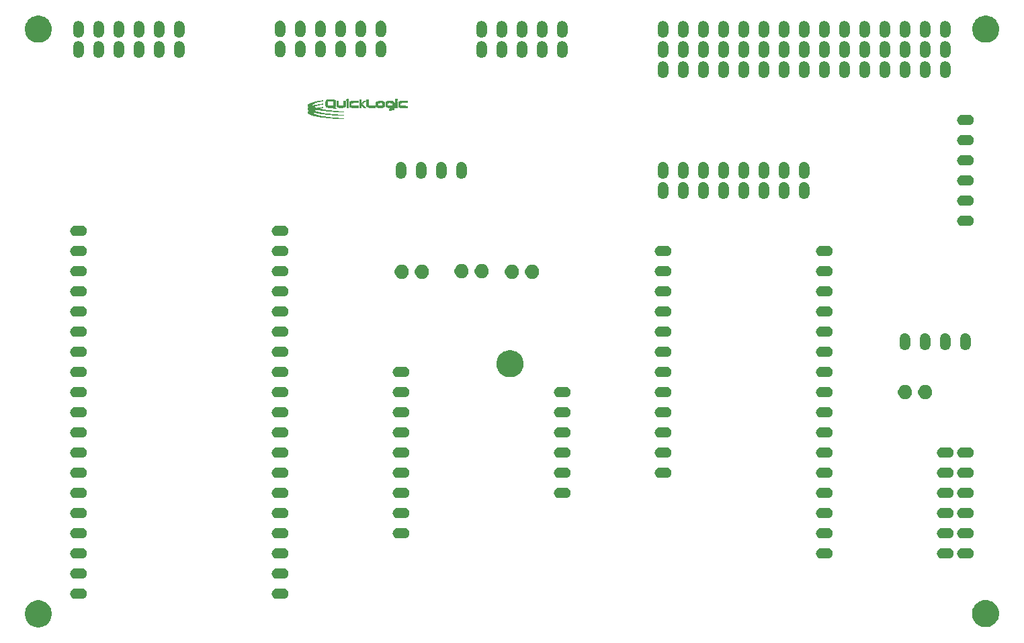
<source format=gbr>
G04 #@! TF.GenerationSoftware,KiCad,Pcbnew,(5.1.5)-3*
G04 #@! TF.CreationDate,2020-09-20T19:43:39-07:00*
G04 #@! TF.ProjectId,qf-cradle,71662d63-7261-4646-9c65-2e6b69636164,rev?*
G04 #@! TF.SameCoordinates,Original*
G04 #@! TF.FileFunction,Soldermask,Top*
G04 #@! TF.FilePolarity,Negative*
%FSLAX46Y46*%
G04 Gerber Fmt 4.6, Leading zero omitted, Abs format (unit mm)*
G04 Created by KiCad (PCBNEW (5.1.5)-3) date 2020-09-20 19:43:39*
%MOMM*%
%LPD*%
G04 APERTURE LIST*
%ADD10C,0.010000*%
%ADD11C,0.100000*%
G04 APERTURE END LIST*
D10*
G36*
X108669065Y-77356182D02*
G01*
X108702089Y-77375685D01*
X108727181Y-77401982D01*
X108742369Y-77432873D01*
X108745683Y-77466157D01*
X108735149Y-77499633D01*
X108708798Y-77531101D01*
X108700729Y-77537502D01*
X108671101Y-77550863D01*
X108631224Y-77558121D01*
X108588828Y-77558724D01*
X108551640Y-77552120D01*
X108542923Y-77548774D01*
X108508417Y-77523490D01*
X108487632Y-77486704D01*
X108482223Y-77451017D01*
X108488952Y-77410846D01*
X108510397Y-77380649D01*
X108542115Y-77360449D01*
X108587107Y-77346364D01*
X108630081Y-77345675D01*
X108669065Y-77356182D01*
G37*
X108669065Y-77356182D02*
X108702089Y-77375685D01*
X108727181Y-77401982D01*
X108742369Y-77432873D01*
X108745683Y-77466157D01*
X108735149Y-77499633D01*
X108708798Y-77531101D01*
X108700729Y-77537502D01*
X108671101Y-77550863D01*
X108631224Y-77558121D01*
X108588828Y-77558724D01*
X108551640Y-77552120D01*
X108542923Y-77548774D01*
X108508417Y-77523490D01*
X108487632Y-77486704D01*
X108482223Y-77451017D01*
X108488952Y-77410846D01*
X108510397Y-77380649D01*
X108542115Y-77360449D01*
X108587107Y-77346364D01*
X108630081Y-77345675D01*
X108669065Y-77356182D01*
G36*
X102495699Y-77352423D02*
G01*
X102511173Y-77357924D01*
X102550197Y-77382321D01*
X102573593Y-77416539D01*
X102580678Y-77442540D01*
X102578427Y-77480241D01*
X102560948Y-77512720D01*
X102531497Y-77538264D01*
X102493331Y-77555158D01*
X102449707Y-77561688D01*
X102403881Y-77556142D01*
X102380374Y-77547964D01*
X102354810Y-77532261D01*
X102335689Y-77513313D01*
X102323847Y-77483200D01*
X102321101Y-77445752D01*
X102327449Y-77410102D01*
X102335711Y-77393248D01*
X102364408Y-77367390D01*
X102404323Y-77351225D01*
X102449929Y-77345865D01*
X102495699Y-77352423D01*
G37*
X102495699Y-77352423D02*
X102511173Y-77357924D01*
X102550197Y-77382321D01*
X102573593Y-77416539D01*
X102580678Y-77442540D01*
X102578427Y-77480241D01*
X102560948Y-77512720D01*
X102531497Y-77538264D01*
X102493331Y-77555158D01*
X102449707Y-77561688D01*
X102403881Y-77556142D01*
X102380374Y-77547964D01*
X102354810Y-77532261D01*
X102335689Y-77513313D01*
X102323847Y-77483200D01*
X102321101Y-77445752D01*
X102327449Y-77410102D01*
X102335711Y-77393248D01*
X102364408Y-77367390D01*
X102404323Y-77351225D01*
X102449929Y-77345865D01*
X102495699Y-77352423D01*
G36*
X108606871Y-77638785D02*
G01*
X108712704Y-77641444D01*
X108715160Y-78029500D01*
X108717617Y-78417556D01*
X108501037Y-78417556D01*
X108501037Y-77636125D01*
X108606871Y-77638785D01*
G37*
X108606871Y-77638785D02*
X108712704Y-77641444D01*
X108715160Y-78029500D01*
X108717617Y-78417556D01*
X108501037Y-78417556D01*
X108501037Y-77636125D01*
X108606871Y-77638785D01*
G36*
X102546149Y-78417556D02*
G01*
X102339186Y-78417556D01*
X102339186Y-77636741D01*
X102546149Y-77636741D01*
X102546149Y-78417556D01*
G37*
X102546149Y-78417556D02*
X102339186Y-78417556D01*
X102339186Y-77636741D01*
X102546149Y-77636741D01*
X102546149Y-78417556D01*
G36*
X109987408Y-77806074D02*
G01*
X109582351Y-77806074D01*
X109462060Y-77806348D01*
X109360237Y-77807168D01*
X109276946Y-77808534D01*
X109212253Y-77810443D01*
X109166223Y-77812894D01*
X109138919Y-77815886D01*
X109135197Y-77816674D01*
X109110567Y-77823981D01*
X109092524Y-77833526D01*
X109080054Y-77848101D01*
X109072143Y-77870496D01*
X109067775Y-77903501D01*
X109065938Y-77949906D01*
X109065610Y-78008075D01*
X109066030Y-78059425D01*
X109067098Y-78105472D01*
X109068671Y-78142275D01*
X109070607Y-78165891D01*
X109071510Y-78170988D01*
X109083448Y-78190096D01*
X109104694Y-78207501D01*
X109106659Y-78208618D01*
X109115337Y-78212492D01*
X109127139Y-78215754D01*
X109143775Y-78218481D01*
X109166950Y-78220751D01*
X109198374Y-78222643D01*
X109239754Y-78224236D01*
X109292798Y-78225608D01*
X109359214Y-78226836D01*
X109440709Y-78228001D01*
X109538992Y-78229179D01*
X109559371Y-78229407D01*
X109982704Y-78234111D01*
X109982704Y-78422259D01*
X109597000Y-78423253D01*
X109512541Y-78423385D01*
X109433095Y-78423346D01*
X109360827Y-78423148D01*
X109297900Y-78422805D01*
X109246478Y-78422330D01*
X109208723Y-78421736D01*
X109186799Y-78421036D01*
X109183074Y-78420746D01*
X109103429Y-78408990D01*
X109039813Y-78395040D01*
X108989484Y-78377907D01*
X108949695Y-78356607D01*
X108917702Y-78330153D01*
X108910891Y-78322942D01*
X108894825Y-78303837D01*
X108882324Y-78284625D01*
X108872990Y-78262746D01*
X108866425Y-78235645D01*
X108862230Y-78200764D01*
X108860008Y-78155546D01*
X108859360Y-78097432D01*
X108859889Y-78023867D01*
X108860230Y-77997473D01*
X108863223Y-77779649D01*
X108892573Y-77738769D01*
X108930237Y-77700203D01*
X108981975Y-77667219D01*
X109043335Y-77642120D01*
X109107815Y-77627486D01*
X109131313Y-77625517D01*
X109171275Y-77623685D01*
X109225350Y-77622034D01*
X109291188Y-77620613D01*
X109366437Y-77619467D01*
X109448747Y-77618643D01*
X109535768Y-77618187D01*
X109580537Y-77618112D01*
X109987408Y-77617926D01*
X109987408Y-77806074D01*
G37*
X109987408Y-77806074D02*
X109582351Y-77806074D01*
X109462060Y-77806348D01*
X109360237Y-77807168D01*
X109276946Y-77808534D01*
X109212253Y-77810443D01*
X109166223Y-77812894D01*
X109138919Y-77815886D01*
X109135197Y-77816674D01*
X109110567Y-77823981D01*
X109092524Y-77833526D01*
X109080054Y-77848101D01*
X109072143Y-77870496D01*
X109067775Y-77903501D01*
X109065938Y-77949906D01*
X109065610Y-78008075D01*
X109066030Y-78059425D01*
X109067098Y-78105472D01*
X109068671Y-78142275D01*
X109070607Y-78165891D01*
X109071510Y-78170988D01*
X109083448Y-78190096D01*
X109104694Y-78207501D01*
X109106659Y-78208618D01*
X109115337Y-78212492D01*
X109127139Y-78215754D01*
X109143775Y-78218481D01*
X109166950Y-78220751D01*
X109198374Y-78222643D01*
X109239754Y-78224236D01*
X109292798Y-78225608D01*
X109359214Y-78226836D01*
X109440709Y-78228001D01*
X109538992Y-78229179D01*
X109559371Y-78229407D01*
X109982704Y-78234111D01*
X109982704Y-78422259D01*
X109597000Y-78423253D01*
X109512541Y-78423385D01*
X109433095Y-78423346D01*
X109360827Y-78423148D01*
X109297900Y-78422805D01*
X109246478Y-78422330D01*
X109208723Y-78421736D01*
X109186799Y-78421036D01*
X109183074Y-78420746D01*
X109103429Y-78408990D01*
X109039813Y-78395040D01*
X108989484Y-78377907D01*
X108949695Y-78356607D01*
X108917702Y-78330153D01*
X108910891Y-78322942D01*
X108894825Y-78303837D01*
X108882324Y-78284625D01*
X108872990Y-78262746D01*
X108866425Y-78235645D01*
X108862230Y-78200764D01*
X108860008Y-78155546D01*
X108859360Y-78097432D01*
X108859889Y-78023867D01*
X108860230Y-77997473D01*
X108863223Y-77779649D01*
X108892573Y-77738769D01*
X108930237Y-77700203D01*
X108981975Y-77667219D01*
X109043335Y-77642120D01*
X109107815Y-77627486D01*
X109131313Y-77625517D01*
X109171275Y-77623685D01*
X109225350Y-77622034D01*
X109291188Y-77620613D01*
X109366437Y-77619467D01*
X109448747Y-77618643D01*
X109535768Y-77618187D01*
X109580537Y-77618112D01*
X109987408Y-77617926D01*
X109987408Y-77806074D01*
G36*
X106689070Y-77619295D02*
G01*
X106752408Y-77621115D01*
X106806359Y-77623855D01*
X106846896Y-77627515D01*
X106850617Y-77628009D01*
X106932327Y-77645847D01*
X106999516Y-77674447D01*
X107051742Y-77713504D01*
X107088559Y-77762714D01*
X107104954Y-77803129D01*
X107110613Y-77833240D01*
X107114672Y-77876586D01*
X107117190Y-77929542D01*
X107118223Y-77988482D01*
X107117828Y-78049783D01*
X107116065Y-78109818D01*
X107112989Y-78164961D01*
X107108658Y-78211589D01*
X107103131Y-78246075D01*
X107097661Y-78262905D01*
X107058940Y-78314230D01*
X107004260Y-78356899D01*
X106934734Y-78390170D01*
X106883742Y-78405987D01*
X106859708Y-78409804D01*
X106820403Y-78413389D01*
X106769369Y-78416641D01*
X106710149Y-78419456D01*
X106646285Y-78421732D01*
X106581322Y-78423367D01*
X106518801Y-78424258D01*
X106462266Y-78424301D01*
X106415258Y-78423395D01*
X106381322Y-78421437D01*
X106374963Y-78420728D01*
X106278348Y-78402497D01*
X106197675Y-78375132D01*
X106133133Y-78338733D01*
X106084914Y-78293400D01*
X106060275Y-78255017D01*
X106051847Y-78237316D01*
X106045667Y-78220850D01*
X106041385Y-78202371D01*
X106038656Y-78178634D01*
X106037130Y-78146394D01*
X106036460Y-78102405D01*
X106036299Y-78043421D01*
X106036297Y-78031188D01*
X106036355Y-78023495D01*
X106252667Y-78023495D01*
X106253083Y-78083444D01*
X106255161Y-78127561D01*
X106260148Y-78158822D01*
X106269293Y-78180207D01*
X106283841Y-78194692D01*
X106305040Y-78205256D01*
X106332630Y-78214419D01*
X106352835Y-78219308D01*
X106378526Y-78222903D01*
X106412320Y-78225325D01*
X106456831Y-78226698D01*
X106514677Y-78227143D01*
X106588472Y-78226783D01*
X106596037Y-78226715D01*
X106665890Y-78225967D01*
X106719632Y-78225026D01*
X106759966Y-78223651D01*
X106789595Y-78221601D01*
X106811223Y-78218635D01*
X106827554Y-78214512D01*
X106841290Y-78208989D01*
X106851229Y-78203938D01*
X106875816Y-78188317D01*
X106892652Y-78173080D01*
X106895914Y-78167891D01*
X106897981Y-78153429D01*
X106899728Y-78123897D01*
X106901015Y-78083038D01*
X106901702Y-78034597D01*
X106901778Y-78011840D01*
X106901627Y-77957323D01*
X106900889Y-77918360D01*
X106899134Y-77891691D01*
X106895932Y-77874055D01*
X106890855Y-77862192D01*
X106883473Y-77852841D01*
X106880434Y-77849727D01*
X106860665Y-77834971D01*
X106833143Y-77823643D01*
X106795886Y-77815489D01*
X106746909Y-77810252D01*
X106684231Y-77807679D01*
X106605867Y-77807515D01*
X106557972Y-77808303D01*
X106488163Y-77810118D01*
X106434260Y-77812394D01*
X106393353Y-77815386D01*
X106362535Y-77819354D01*
X106338896Y-77824555D01*
X106325462Y-77828919D01*
X106299348Y-77839576D01*
X106280352Y-77851247D01*
X106267347Y-77866948D01*
X106259204Y-77889692D01*
X106254795Y-77922495D01*
X106252993Y-77968372D01*
X106252667Y-78023495D01*
X106036355Y-78023495D01*
X106036855Y-77957626D01*
X106038861Y-77899920D01*
X106042809Y-77855135D01*
X106049194Y-77820337D01*
X106058509Y-77792590D01*
X106071250Y-77768961D01*
X106083308Y-77752229D01*
X106128382Y-77708873D01*
X106188715Y-77672639D01*
X106261681Y-77644815D01*
X106337334Y-77627809D01*
X106372460Y-77624069D01*
X106422352Y-77621259D01*
X106482985Y-77619379D01*
X106550333Y-77618426D01*
X106620370Y-77618399D01*
X106689070Y-77619295D01*
G37*
X106689070Y-77619295D02*
X106752408Y-77621115D01*
X106806359Y-77623855D01*
X106846896Y-77627515D01*
X106850617Y-77628009D01*
X106932327Y-77645847D01*
X106999516Y-77674447D01*
X107051742Y-77713504D01*
X107088559Y-77762714D01*
X107104954Y-77803129D01*
X107110613Y-77833240D01*
X107114672Y-77876586D01*
X107117190Y-77929542D01*
X107118223Y-77988482D01*
X107117828Y-78049783D01*
X107116065Y-78109818D01*
X107112989Y-78164961D01*
X107108658Y-78211589D01*
X107103131Y-78246075D01*
X107097661Y-78262905D01*
X107058940Y-78314230D01*
X107004260Y-78356899D01*
X106934734Y-78390170D01*
X106883742Y-78405987D01*
X106859708Y-78409804D01*
X106820403Y-78413389D01*
X106769369Y-78416641D01*
X106710149Y-78419456D01*
X106646285Y-78421732D01*
X106581322Y-78423367D01*
X106518801Y-78424258D01*
X106462266Y-78424301D01*
X106415258Y-78423395D01*
X106381322Y-78421437D01*
X106374963Y-78420728D01*
X106278348Y-78402497D01*
X106197675Y-78375132D01*
X106133133Y-78338733D01*
X106084914Y-78293400D01*
X106060275Y-78255017D01*
X106051847Y-78237316D01*
X106045667Y-78220850D01*
X106041385Y-78202371D01*
X106038656Y-78178634D01*
X106037130Y-78146394D01*
X106036460Y-78102405D01*
X106036299Y-78043421D01*
X106036297Y-78031188D01*
X106036355Y-78023495D01*
X106252667Y-78023495D01*
X106253083Y-78083444D01*
X106255161Y-78127561D01*
X106260148Y-78158822D01*
X106269293Y-78180207D01*
X106283841Y-78194692D01*
X106305040Y-78205256D01*
X106332630Y-78214419D01*
X106352835Y-78219308D01*
X106378526Y-78222903D01*
X106412320Y-78225325D01*
X106456831Y-78226698D01*
X106514677Y-78227143D01*
X106588472Y-78226783D01*
X106596037Y-78226715D01*
X106665890Y-78225967D01*
X106719632Y-78225026D01*
X106759966Y-78223651D01*
X106789595Y-78221601D01*
X106811223Y-78218635D01*
X106827554Y-78214512D01*
X106841290Y-78208989D01*
X106851229Y-78203938D01*
X106875816Y-78188317D01*
X106892652Y-78173080D01*
X106895914Y-78167891D01*
X106897981Y-78153429D01*
X106899728Y-78123897D01*
X106901015Y-78083038D01*
X106901702Y-78034597D01*
X106901778Y-78011840D01*
X106901627Y-77957323D01*
X106900889Y-77918360D01*
X106899134Y-77891691D01*
X106895932Y-77874055D01*
X106890855Y-77862192D01*
X106883473Y-77852841D01*
X106880434Y-77849727D01*
X106860665Y-77834971D01*
X106833143Y-77823643D01*
X106795886Y-77815489D01*
X106746909Y-77810252D01*
X106684231Y-77807679D01*
X106605867Y-77807515D01*
X106557972Y-77808303D01*
X106488163Y-77810118D01*
X106434260Y-77812394D01*
X106393353Y-77815386D01*
X106362535Y-77819354D01*
X106338896Y-77824555D01*
X106325462Y-77828919D01*
X106299348Y-77839576D01*
X106280352Y-77851247D01*
X106267347Y-77866948D01*
X106259204Y-77889692D01*
X106254795Y-77922495D01*
X106252993Y-77968372D01*
X106252667Y-78023495D01*
X106036355Y-78023495D01*
X106036855Y-77957626D01*
X106038861Y-77899920D01*
X106042809Y-77855135D01*
X106049194Y-77820337D01*
X106058509Y-77792590D01*
X106071250Y-77768961D01*
X106083308Y-77752229D01*
X106128382Y-77708873D01*
X106188715Y-77672639D01*
X106261681Y-77644815D01*
X106337334Y-77627809D01*
X106372460Y-77624069D01*
X106422352Y-77621259D01*
X106482985Y-77619379D01*
X106550333Y-77618426D01*
X106620370Y-77618399D01*
X106689070Y-77619295D01*
G36*
X105076741Y-78155595D02*
G01*
X105102918Y-78181772D01*
X105116506Y-78193259D01*
X105133388Y-78202782D01*
X105155321Y-78210517D01*
X105184063Y-78216641D01*
X105221370Y-78221330D01*
X105269001Y-78224759D01*
X105328712Y-78227104D01*
X105402261Y-78228543D01*
X105491405Y-78229250D01*
X105578456Y-78229407D01*
X105904593Y-78229407D01*
X105904593Y-78426963D01*
X105591797Y-78425954D01*
X105482711Y-78425111D01*
X105385599Y-78423357D01*
X105302083Y-78420745D01*
X105233783Y-78417329D01*
X105182319Y-78413162D01*
X105173717Y-78412186D01*
X105087309Y-78397412D01*
X105016785Y-78375606D01*
X104960292Y-78346013D01*
X104915978Y-78307878D01*
X104914994Y-78306791D01*
X104900128Y-78289582D01*
X104887758Y-78272725D01*
X104877654Y-78254376D01*
X104869588Y-78232689D01*
X104863332Y-78205818D01*
X104858655Y-78171919D01*
X104855331Y-78129145D01*
X104853129Y-78075652D01*
X104851822Y-78009593D01*
X104851180Y-77929125D01*
X104850974Y-77832401D01*
X104850963Y-77790256D01*
X104850963Y-77410963D01*
X105076741Y-77410963D01*
X105076741Y-78155595D01*
G37*
X105076741Y-78155595D02*
X105102918Y-78181772D01*
X105116506Y-78193259D01*
X105133388Y-78202782D01*
X105155321Y-78210517D01*
X105184063Y-78216641D01*
X105221370Y-78221330D01*
X105269001Y-78224759D01*
X105328712Y-78227104D01*
X105402261Y-78228543D01*
X105491405Y-78229250D01*
X105578456Y-78229407D01*
X105904593Y-78229407D01*
X105904593Y-78426963D01*
X105591797Y-78425954D01*
X105482711Y-78425111D01*
X105385599Y-78423357D01*
X105302083Y-78420745D01*
X105233783Y-78417329D01*
X105182319Y-78413162D01*
X105173717Y-78412186D01*
X105087309Y-78397412D01*
X105016785Y-78375606D01*
X104960292Y-78346013D01*
X104915978Y-78307878D01*
X104914994Y-78306791D01*
X104900128Y-78289582D01*
X104887758Y-78272725D01*
X104877654Y-78254376D01*
X104869588Y-78232689D01*
X104863332Y-78205818D01*
X104858655Y-78171919D01*
X104855331Y-78129145D01*
X104853129Y-78075652D01*
X104851822Y-78009593D01*
X104851180Y-77929125D01*
X104850974Y-77832401D01*
X104850963Y-77790256D01*
X104850963Y-77410963D01*
X105076741Y-77410963D01*
X105076741Y-78155595D01*
G36*
X104164223Y-77895231D02*
G01*
X104317197Y-77742467D01*
X104470171Y-77589704D01*
X104732845Y-77589704D01*
X104526151Y-77791893D01*
X104319458Y-77994082D01*
X104535745Y-78210523D01*
X104752032Y-78426963D01*
X104470171Y-78426963D01*
X104317197Y-78274200D01*
X104164223Y-78121436D01*
X104164223Y-78426963D01*
X103947852Y-78426963D01*
X103947852Y-77410963D01*
X104164223Y-77410963D01*
X104164223Y-77895231D01*
G37*
X104164223Y-77895231D02*
X104317197Y-77742467D01*
X104470171Y-77589704D01*
X104732845Y-77589704D01*
X104526151Y-77791893D01*
X104319458Y-77994082D01*
X104535745Y-78210523D01*
X104752032Y-78426963D01*
X104470171Y-78426963D01*
X104317197Y-78274200D01*
X104164223Y-78121436D01*
X104164223Y-78426963D01*
X103947852Y-78426963D01*
X103947852Y-77410963D01*
X104164223Y-77410963D01*
X104164223Y-77895231D01*
G36*
X103816149Y-77806074D02*
G01*
X103413982Y-77806299D01*
X103327358Y-77806542D01*
X103245421Y-77807146D01*
X103170337Y-77808066D01*
X103104274Y-77809261D01*
X103049398Y-77810686D01*
X103007877Y-77812299D01*
X102981878Y-77814057D01*
X102975214Y-77815014D01*
X102952501Y-77820856D01*
X102935617Y-77828116D01*
X102923698Y-77839426D01*
X102915879Y-77857417D01*
X102911297Y-77884724D01*
X102909088Y-77923977D01*
X102908388Y-77977810D01*
X102908334Y-78018835D01*
X102908446Y-78081453D01*
X102909418Y-78127987D01*
X102912200Y-78161167D01*
X102917744Y-78183722D01*
X102927001Y-78198384D01*
X102940924Y-78207882D01*
X102960464Y-78214947D01*
X102978455Y-78220035D01*
X102995722Y-78222203D01*
X103030059Y-78224154D01*
X103079722Y-78225851D01*
X103142967Y-78227255D01*
X103218050Y-78228331D01*
X103303228Y-78229040D01*
X103396755Y-78229346D01*
X103413982Y-78229355D01*
X103816149Y-78229407D01*
X103816149Y-78426963D01*
X103432797Y-78425553D01*
X103348593Y-78425163D01*
X103269403Y-78424642D01*
X103197398Y-78424016D01*
X103134749Y-78423310D01*
X103083628Y-78422551D01*
X103046206Y-78421763D01*
X103024654Y-78420972D01*
X103021223Y-78420695D01*
X102937896Y-78408304D01*
X102870810Y-78392887D01*
X102817479Y-78373246D01*
X102775418Y-78348182D01*
X102742142Y-78316499D01*
X102715164Y-78276996D01*
X102712268Y-78271741D01*
X102705670Y-78258476D01*
X102700676Y-78244568D01*
X102697065Y-78227289D01*
X102694614Y-78203909D01*
X102693101Y-78171701D01*
X102692304Y-78127935D01*
X102692001Y-78069883D01*
X102691963Y-78022444D01*
X102692048Y-77953652D01*
X102692463Y-77900868D01*
X102693448Y-77861288D01*
X102695246Y-77832107D01*
X102698096Y-77810518D01*
X102702239Y-77793718D01*
X102707917Y-77778900D01*
X102713975Y-77766081D01*
X102744908Y-77718961D01*
X102787497Y-77681890D01*
X102844592Y-77652579D01*
X102864542Y-77645108D01*
X102879476Y-77640027D01*
X102893889Y-77635783D01*
X102909590Y-77632287D01*
X102928387Y-77629450D01*
X102952090Y-77627180D01*
X102982507Y-77625388D01*
X103021446Y-77623984D01*
X103070717Y-77622878D01*
X103132127Y-77621981D01*
X103207486Y-77621202D01*
X103298601Y-77620452D01*
X103371649Y-77619904D01*
X103816149Y-77616616D01*
X103816149Y-77806074D01*
G37*
X103816149Y-77806074D02*
X103413982Y-77806299D01*
X103327358Y-77806542D01*
X103245421Y-77807146D01*
X103170337Y-77808066D01*
X103104274Y-77809261D01*
X103049398Y-77810686D01*
X103007877Y-77812299D01*
X102981878Y-77814057D01*
X102975214Y-77815014D01*
X102952501Y-77820856D01*
X102935617Y-77828116D01*
X102923698Y-77839426D01*
X102915879Y-77857417D01*
X102911297Y-77884724D01*
X102909088Y-77923977D01*
X102908388Y-77977810D01*
X102908334Y-78018835D01*
X102908446Y-78081453D01*
X102909418Y-78127987D01*
X102912200Y-78161167D01*
X102917744Y-78183722D01*
X102927001Y-78198384D01*
X102940924Y-78207882D01*
X102960464Y-78214947D01*
X102978455Y-78220035D01*
X102995722Y-78222203D01*
X103030059Y-78224154D01*
X103079722Y-78225851D01*
X103142967Y-78227255D01*
X103218050Y-78228331D01*
X103303228Y-78229040D01*
X103396755Y-78229346D01*
X103413982Y-78229355D01*
X103816149Y-78229407D01*
X103816149Y-78426963D01*
X103432797Y-78425553D01*
X103348593Y-78425163D01*
X103269403Y-78424642D01*
X103197398Y-78424016D01*
X103134749Y-78423310D01*
X103083628Y-78422551D01*
X103046206Y-78421763D01*
X103024654Y-78420972D01*
X103021223Y-78420695D01*
X102937896Y-78408304D01*
X102870810Y-78392887D01*
X102817479Y-78373246D01*
X102775418Y-78348182D01*
X102742142Y-78316499D01*
X102715164Y-78276996D01*
X102712268Y-78271741D01*
X102705670Y-78258476D01*
X102700676Y-78244568D01*
X102697065Y-78227289D01*
X102694614Y-78203909D01*
X102693101Y-78171701D01*
X102692304Y-78127935D01*
X102692001Y-78069883D01*
X102691963Y-78022444D01*
X102692048Y-77953652D01*
X102692463Y-77900868D01*
X102693448Y-77861288D01*
X102695246Y-77832107D01*
X102698096Y-77810518D01*
X102702239Y-77793718D01*
X102707917Y-77778900D01*
X102713975Y-77766081D01*
X102744908Y-77718961D01*
X102787497Y-77681890D01*
X102844592Y-77652579D01*
X102864542Y-77645108D01*
X102879476Y-77640027D01*
X102893889Y-77635783D01*
X102909590Y-77632287D01*
X102928387Y-77629450D01*
X102952090Y-77627180D01*
X102982507Y-77625388D01*
X103021446Y-77623984D01*
X103070717Y-77622878D01*
X103132127Y-77621981D01*
X103207486Y-77621202D01*
X103298601Y-77620452D01*
X103371649Y-77619904D01*
X103816149Y-77616616D01*
X103816149Y-77806074D01*
G36*
X101294963Y-77898690D02*
G01*
X101295044Y-77979345D01*
X101295362Y-78043262D01*
X101296033Y-78092516D01*
X101297173Y-78129185D01*
X101298897Y-78155345D01*
X101301322Y-78173071D01*
X101304562Y-78184440D01*
X101308734Y-78191528D01*
X101311426Y-78194317D01*
X101326155Y-78204854D01*
X101345758Y-78213168D01*
X101372288Y-78219455D01*
X101407796Y-78223912D01*
X101454336Y-78226736D01*
X101513958Y-78228123D01*
X101588717Y-78228271D01*
X101659108Y-78227649D01*
X101733811Y-78226682D01*
X101792065Y-78225655D01*
X101836232Y-78224370D01*
X101868676Y-78222629D01*
X101891763Y-78220235D01*
X101907855Y-78216991D01*
X101919316Y-78212698D01*
X101928511Y-78207160D01*
X101931649Y-78204878D01*
X101958186Y-78185053D01*
X101960675Y-77901490D01*
X101963165Y-77617926D01*
X102179260Y-77617926D01*
X102179053Y-77926019D01*
X102178915Y-78011437D01*
X102178554Y-78080177D01*
X102177864Y-78134378D01*
X102176735Y-78176176D01*
X102175061Y-78207709D01*
X102172733Y-78231113D01*
X102169644Y-78248527D01*
X102165685Y-78262086D01*
X102161577Y-78272130D01*
X102133943Y-78316395D01*
X102094434Y-78351915D01*
X102041471Y-78379538D01*
X101973478Y-78400111D01*
X101899305Y-78413146D01*
X101848030Y-78418202D01*
X101783070Y-78421947D01*
X101709226Y-78424351D01*
X101631299Y-78425381D01*
X101554089Y-78425009D01*
X101482396Y-78423201D01*
X101421019Y-78419929D01*
X101384334Y-78416456D01*
X101295417Y-78399950D01*
X101220726Y-78374359D01*
X101161082Y-78340123D01*
X101117307Y-78297679D01*
X101096337Y-78262858D01*
X101091507Y-78250780D01*
X101087657Y-78236686D01*
X101084674Y-78218417D01*
X101082448Y-78193813D01*
X101080867Y-78160716D01*
X101079822Y-78116967D01*
X101079201Y-78060405D01*
X101078893Y-77988872D01*
X101078800Y-77921315D01*
X101078593Y-77617926D01*
X101294963Y-77617926D01*
X101294963Y-77898690D01*
G37*
X101294963Y-77898690D02*
X101295044Y-77979345D01*
X101295362Y-78043262D01*
X101296033Y-78092516D01*
X101297173Y-78129185D01*
X101298897Y-78155345D01*
X101301322Y-78173071D01*
X101304562Y-78184440D01*
X101308734Y-78191528D01*
X101311426Y-78194317D01*
X101326155Y-78204854D01*
X101345758Y-78213168D01*
X101372288Y-78219455D01*
X101407796Y-78223912D01*
X101454336Y-78226736D01*
X101513958Y-78228123D01*
X101588717Y-78228271D01*
X101659108Y-78227649D01*
X101733811Y-78226682D01*
X101792065Y-78225655D01*
X101836232Y-78224370D01*
X101868676Y-78222629D01*
X101891763Y-78220235D01*
X101907855Y-78216991D01*
X101919316Y-78212698D01*
X101928511Y-78207160D01*
X101931649Y-78204878D01*
X101958186Y-78185053D01*
X101960675Y-77901490D01*
X101963165Y-77617926D01*
X102179260Y-77617926D01*
X102179053Y-77926019D01*
X102178915Y-78011437D01*
X102178554Y-78080177D01*
X102177864Y-78134378D01*
X102176735Y-78176176D01*
X102175061Y-78207709D01*
X102172733Y-78231113D01*
X102169644Y-78248527D01*
X102165685Y-78262086D01*
X102161577Y-78272130D01*
X102133943Y-78316395D01*
X102094434Y-78351915D01*
X102041471Y-78379538D01*
X101973478Y-78400111D01*
X101899305Y-78413146D01*
X101848030Y-78418202D01*
X101783070Y-78421947D01*
X101709226Y-78424351D01*
X101631299Y-78425381D01*
X101554089Y-78425009D01*
X101482396Y-78423201D01*
X101421019Y-78419929D01*
X101384334Y-78416456D01*
X101295417Y-78399950D01*
X101220726Y-78374359D01*
X101161082Y-78340123D01*
X101117307Y-78297679D01*
X101096337Y-78262858D01*
X101091507Y-78250780D01*
X101087657Y-78236686D01*
X101084674Y-78218417D01*
X101082448Y-78193813D01*
X101080867Y-78160716D01*
X101079822Y-78116967D01*
X101079201Y-78060405D01*
X101078893Y-77988872D01*
X101078800Y-77921315D01*
X101078593Y-77617926D01*
X101294963Y-77617926D01*
X101294963Y-77898690D01*
G36*
X100396556Y-77414001D02*
G01*
X100497751Y-77416506D01*
X100582226Y-77420253D01*
X100652060Y-77425683D01*
X100709331Y-77433236D01*
X100756117Y-77443352D01*
X100794497Y-77456473D01*
X100826549Y-77473038D01*
X100854351Y-77493487D01*
X100877831Y-77515972D01*
X100893589Y-77533253D01*
X100906297Y-77549805D01*
X100916284Y-77567809D01*
X100923876Y-77589447D01*
X100929401Y-77616902D01*
X100933187Y-77652355D01*
X100935561Y-77697989D01*
X100936849Y-77755985D01*
X100937381Y-77828526D01*
X100937482Y-77913561D01*
X100937482Y-78206898D01*
X100912693Y-78256644D01*
X100888425Y-78295072D01*
X100859175Y-78326671D01*
X100851466Y-78332784D01*
X100815030Y-78359179D01*
X101017314Y-78549259D01*
X100862157Y-78549069D01*
X100707000Y-78548878D01*
X100636445Y-78483627D01*
X100565889Y-78418375D01*
X100326000Y-78417899D01*
X100211288Y-78416591D01*
X100113510Y-78412908D01*
X100030894Y-78406475D01*
X99961666Y-78396916D01*
X99904052Y-78383855D01*
X99856279Y-78366918D01*
X99816574Y-78345728D01*
X99783163Y-78319910D01*
X99762257Y-78298527D01*
X99746820Y-78280105D01*
X99734379Y-78262087D01*
X99724636Y-78242288D01*
X99717297Y-78218524D01*
X99712065Y-78188613D01*
X99708643Y-78150369D01*
X99706735Y-78101608D01*
X99706044Y-78040148D01*
X99706275Y-77963803D01*
X99706725Y-77912828D01*
X99930889Y-77912828D01*
X99931144Y-77994087D01*
X99931958Y-78058172D01*
X99933405Y-78106718D01*
X99935559Y-78141361D01*
X99938493Y-78163733D01*
X99942281Y-78175471D01*
X99942773Y-78176211D01*
X99952745Y-78187616D01*
X99965570Y-78196850D01*
X99983155Y-78204116D01*
X100007411Y-78209618D01*
X100040247Y-78213558D01*
X100083571Y-78216141D01*
X100139295Y-78217570D01*
X100209326Y-78218048D01*
X100295574Y-78217778D01*
X100330704Y-78217539D01*
X100414584Y-78216846D01*
X100481823Y-78216061D01*
X100534592Y-78215049D01*
X100575066Y-78213675D01*
X100605416Y-78211804D01*
X100627815Y-78209301D01*
X100644437Y-78206030D01*
X100657454Y-78201857D01*
X100669040Y-78196647D01*
X100669371Y-78196482D01*
X100707000Y-78177667D01*
X100709502Y-77922115D01*
X100712004Y-77666564D01*
X100687954Y-77647646D01*
X100671238Y-77636787D01*
X100650227Y-77628058D01*
X100622870Y-77621247D01*
X100587120Y-77616142D01*
X100540930Y-77612529D01*
X100482251Y-77610196D01*
X100409035Y-77608931D01*
X100319234Y-77608521D01*
X100310888Y-77608519D01*
X100221989Y-77608825D01*
X100149840Y-77609894D01*
X100092384Y-77611947D01*
X100047563Y-77615205D01*
X100013322Y-77619892D01*
X99987603Y-77626229D01*
X99968348Y-77634438D01*
X99953501Y-77644742D01*
X99950492Y-77647433D01*
X99944574Y-77653662D01*
X99939984Y-77661502D01*
X99936554Y-77673232D01*
X99934115Y-77691134D01*
X99932499Y-77717488D01*
X99931537Y-77754575D01*
X99931061Y-77804677D01*
X99930902Y-77870073D01*
X99930889Y-77912828D01*
X99706725Y-77912828D01*
X99706921Y-77890741D01*
X99707792Y-77809473D01*
X99708692Y-77744769D01*
X99709788Y-77694378D01*
X99711244Y-77656051D01*
X99713227Y-77627536D01*
X99715900Y-77606583D01*
X99719430Y-77590941D01*
X99723981Y-77578360D01*
X99729720Y-77566591D01*
X99730895Y-77564378D01*
X99754349Y-77528886D01*
X99784684Y-77498768D01*
X99823247Y-77473722D01*
X99871385Y-77453443D01*
X99930443Y-77437626D01*
X100001769Y-77425968D01*
X100086710Y-77418164D01*
X100186612Y-77413911D01*
X100302822Y-77412903D01*
X100396556Y-77414001D01*
G37*
X100396556Y-77414001D02*
X100497751Y-77416506D01*
X100582226Y-77420253D01*
X100652060Y-77425683D01*
X100709331Y-77433236D01*
X100756117Y-77443352D01*
X100794497Y-77456473D01*
X100826549Y-77473038D01*
X100854351Y-77493487D01*
X100877831Y-77515972D01*
X100893589Y-77533253D01*
X100906297Y-77549805D01*
X100916284Y-77567809D01*
X100923876Y-77589447D01*
X100929401Y-77616902D01*
X100933187Y-77652355D01*
X100935561Y-77697989D01*
X100936849Y-77755985D01*
X100937381Y-77828526D01*
X100937482Y-77913561D01*
X100937482Y-78206898D01*
X100912693Y-78256644D01*
X100888425Y-78295072D01*
X100859175Y-78326671D01*
X100851466Y-78332784D01*
X100815030Y-78359179D01*
X101017314Y-78549259D01*
X100862157Y-78549069D01*
X100707000Y-78548878D01*
X100636445Y-78483627D01*
X100565889Y-78418375D01*
X100326000Y-78417899D01*
X100211288Y-78416591D01*
X100113510Y-78412908D01*
X100030894Y-78406475D01*
X99961666Y-78396916D01*
X99904052Y-78383855D01*
X99856279Y-78366918D01*
X99816574Y-78345728D01*
X99783163Y-78319910D01*
X99762257Y-78298527D01*
X99746820Y-78280105D01*
X99734379Y-78262087D01*
X99724636Y-78242288D01*
X99717297Y-78218524D01*
X99712065Y-78188613D01*
X99708643Y-78150369D01*
X99706735Y-78101608D01*
X99706044Y-78040148D01*
X99706275Y-77963803D01*
X99706725Y-77912828D01*
X99930889Y-77912828D01*
X99931144Y-77994087D01*
X99931958Y-78058172D01*
X99933405Y-78106718D01*
X99935559Y-78141361D01*
X99938493Y-78163733D01*
X99942281Y-78175471D01*
X99942773Y-78176211D01*
X99952745Y-78187616D01*
X99965570Y-78196850D01*
X99983155Y-78204116D01*
X100007411Y-78209618D01*
X100040247Y-78213558D01*
X100083571Y-78216141D01*
X100139295Y-78217570D01*
X100209326Y-78218048D01*
X100295574Y-78217778D01*
X100330704Y-78217539D01*
X100414584Y-78216846D01*
X100481823Y-78216061D01*
X100534592Y-78215049D01*
X100575066Y-78213675D01*
X100605416Y-78211804D01*
X100627815Y-78209301D01*
X100644437Y-78206030D01*
X100657454Y-78201857D01*
X100669040Y-78196647D01*
X100669371Y-78196482D01*
X100707000Y-78177667D01*
X100709502Y-77922115D01*
X100712004Y-77666564D01*
X100687954Y-77647646D01*
X100671238Y-77636787D01*
X100650227Y-77628058D01*
X100622870Y-77621247D01*
X100587120Y-77616142D01*
X100540930Y-77612529D01*
X100482251Y-77610196D01*
X100409035Y-77608931D01*
X100319234Y-77608521D01*
X100310888Y-77608519D01*
X100221989Y-77608825D01*
X100149840Y-77609894D01*
X100092384Y-77611947D01*
X100047563Y-77615205D01*
X100013322Y-77619892D01*
X99987603Y-77626229D01*
X99968348Y-77634438D01*
X99953501Y-77644742D01*
X99950492Y-77647433D01*
X99944574Y-77653662D01*
X99939984Y-77661502D01*
X99936554Y-77673232D01*
X99934115Y-77691134D01*
X99932499Y-77717488D01*
X99931537Y-77754575D01*
X99931061Y-77804677D01*
X99930902Y-77870073D01*
X99930889Y-77912828D01*
X99706725Y-77912828D01*
X99706921Y-77890741D01*
X99707792Y-77809473D01*
X99708692Y-77744769D01*
X99709788Y-77694378D01*
X99711244Y-77656051D01*
X99713227Y-77627536D01*
X99715900Y-77606583D01*
X99719430Y-77590941D01*
X99723981Y-77578360D01*
X99729720Y-77566591D01*
X99730895Y-77564378D01*
X99754349Y-77528886D01*
X99784684Y-77498768D01*
X99823247Y-77473722D01*
X99871385Y-77453443D01*
X99930443Y-77437626D01*
X100001769Y-77425968D01*
X100086710Y-77418164D01*
X100186612Y-77413911D01*
X100302822Y-77412903D01*
X100396556Y-77414001D01*
G36*
X107850357Y-77620310D02*
G01*
X107855071Y-77620421D01*
X107935407Y-77622877D01*
X108000289Y-77626310D01*
X108053074Y-77631228D01*
X108097116Y-77638140D01*
X108135770Y-77647553D01*
X108172393Y-77659975D01*
X108204593Y-77673352D01*
X108256232Y-77703967D01*
X108301902Y-77745484D01*
X108334610Y-77791072D01*
X108340194Y-77802091D01*
X108344664Y-77813455D01*
X108348140Y-77827277D01*
X108350744Y-77845672D01*
X108352597Y-77870756D01*
X108353821Y-77904643D01*
X108354536Y-77949448D01*
X108354863Y-78007285D01*
X108354924Y-78080269D01*
X108354869Y-78144741D01*
X108354542Y-78241482D01*
X108353621Y-78321618D01*
X108351845Y-78387354D01*
X108348948Y-78440898D01*
X108344667Y-78484455D01*
X108338739Y-78520231D01*
X108330900Y-78550434D01*
X108320887Y-78577269D01*
X108308435Y-78602943D01*
X108297871Y-78621848D01*
X108275905Y-78654604D01*
X108250571Y-78680899D01*
X108219589Y-78701481D01*
X108180679Y-78717097D01*
X108131565Y-78728495D01*
X108069965Y-78736422D01*
X107993602Y-78741626D01*
X107924834Y-78744203D01*
X107739037Y-78749536D01*
X107739037Y-78570283D01*
X107891908Y-78566302D01*
X107962949Y-78563692D01*
X108017565Y-78559308D01*
X108058132Y-78552065D01*
X108087028Y-78540877D01*
X108106629Y-78524657D01*
X108119312Y-78502320D01*
X108127454Y-78472780D01*
X108130174Y-78457451D01*
X108136205Y-78419731D01*
X107845899Y-78415137D01*
X107758112Y-78413557D01*
X107686934Y-78411797D01*
X107630158Y-78409727D01*
X107585578Y-78407218D01*
X107550990Y-78404142D01*
X107524185Y-78400369D01*
X107502959Y-78395770D01*
X107499737Y-78394895D01*
X107425193Y-78370116D01*
X107367621Y-78342077D01*
X107326661Y-78311240D01*
X107306153Y-78290670D01*
X107290682Y-78271564D01*
X107279474Y-78250837D01*
X107271754Y-78225405D01*
X107266749Y-78192181D01*
X107263684Y-78148081D01*
X107261784Y-78090018D01*
X107260922Y-78049272D01*
X107260530Y-78018376D01*
X107475630Y-78018376D01*
X107475797Y-78075484D01*
X107476520Y-78116798D01*
X107478138Y-78145336D01*
X107480987Y-78164117D01*
X107485402Y-78176159D01*
X107491722Y-78184482D01*
X107494439Y-78187069D01*
X107509407Y-78198309D01*
X107528255Y-78207368D01*
X107553020Y-78214474D01*
X107585739Y-78219855D01*
X107628452Y-78223738D01*
X107683195Y-78226349D01*
X107752007Y-78227916D01*
X107836925Y-78228666D01*
X107868389Y-78228772D01*
X108134149Y-78229407D01*
X108134149Y-78047115D01*
X108134141Y-77982296D01*
X108133572Y-77933610D01*
X108131628Y-77898373D01*
X108127491Y-77873904D01*
X108120345Y-77857522D01*
X108109374Y-77846546D01*
X108093761Y-77838293D01*
X108072691Y-77830082D01*
X108067485Y-77828107D01*
X108042914Y-77822419D01*
X108003077Y-77817444D01*
X107951514Y-77813270D01*
X107891763Y-77809986D01*
X107827364Y-77807683D01*
X107761854Y-77806448D01*
X107698774Y-77806370D01*
X107641662Y-77807538D01*
X107594057Y-77810042D01*
X107559498Y-77813970D01*
X107553313Y-77815185D01*
X107526733Y-77821935D01*
X107507024Y-77830405D01*
X107493160Y-77843276D01*
X107484117Y-77863227D01*
X107478869Y-77892941D01*
X107476393Y-77935097D01*
X107475663Y-77992376D01*
X107475630Y-78018376D01*
X107260530Y-78018376D01*
X107259915Y-77969925D01*
X107260653Y-77906672D01*
X107263655Y-77856831D01*
X107269439Y-77817721D01*
X107278524Y-77786663D01*
X107291426Y-77760974D01*
X107308664Y-77737973D01*
X107324275Y-77721348D01*
X107358168Y-77692317D01*
X107397401Y-77668688D01*
X107443856Y-77650103D01*
X107499415Y-77636204D01*
X107565962Y-77626633D01*
X107645379Y-77621033D01*
X107739550Y-77619044D01*
X107850357Y-77620310D01*
G37*
X107850357Y-77620310D02*
X107855071Y-77620421D01*
X107935407Y-77622877D01*
X108000289Y-77626310D01*
X108053074Y-77631228D01*
X108097116Y-77638140D01*
X108135770Y-77647553D01*
X108172393Y-77659975D01*
X108204593Y-77673352D01*
X108256232Y-77703967D01*
X108301902Y-77745484D01*
X108334610Y-77791072D01*
X108340194Y-77802091D01*
X108344664Y-77813455D01*
X108348140Y-77827277D01*
X108350744Y-77845672D01*
X108352597Y-77870756D01*
X108353821Y-77904643D01*
X108354536Y-77949448D01*
X108354863Y-78007285D01*
X108354924Y-78080269D01*
X108354869Y-78144741D01*
X108354542Y-78241482D01*
X108353621Y-78321618D01*
X108351845Y-78387354D01*
X108348948Y-78440898D01*
X108344667Y-78484455D01*
X108338739Y-78520231D01*
X108330900Y-78550434D01*
X108320887Y-78577269D01*
X108308435Y-78602943D01*
X108297871Y-78621848D01*
X108275905Y-78654604D01*
X108250571Y-78680899D01*
X108219589Y-78701481D01*
X108180679Y-78717097D01*
X108131565Y-78728495D01*
X108069965Y-78736422D01*
X107993602Y-78741626D01*
X107924834Y-78744203D01*
X107739037Y-78749536D01*
X107739037Y-78570283D01*
X107891908Y-78566302D01*
X107962949Y-78563692D01*
X108017565Y-78559308D01*
X108058132Y-78552065D01*
X108087028Y-78540877D01*
X108106629Y-78524657D01*
X108119312Y-78502320D01*
X108127454Y-78472780D01*
X108130174Y-78457451D01*
X108136205Y-78419731D01*
X107845899Y-78415137D01*
X107758112Y-78413557D01*
X107686934Y-78411797D01*
X107630158Y-78409727D01*
X107585578Y-78407218D01*
X107550990Y-78404142D01*
X107524185Y-78400369D01*
X107502959Y-78395770D01*
X107499737Y-78394895D01*
X107425193Y-78370116D01*
X107367621Y-78342077D01*
X107326661Y-78311240D01*
X107306153Y-78290670D01*
X107290682Y-78271564D01*
X107279474Y-78250837D01*
X107271754Y-78225405D01*
X107266749Y-78192181D01*
X107263684Y-78148081D01*
X107261784Y-78090018D01*
X107260922Y-78049272D01*
X107260530Y-78018376D01*
X107475630Y-78018376D01*
X107475797Y-78075484D01*
X107476520Y-78116798D01*
X107478138Y-78145336D01*
X107480987Y-78164117D01*
X107485402Y-78176159D01*
X107491722Y-78184482D01*
X107494439Y-78187069D01*
X107509407Y-78198309D01*
X107528255Y-78207368D01*
X107553020Y-78214474D01*
X107585739Y-78219855D01*
X107628452Y-78223738D01*
X107683195Y-78226349D01*
X107752007Y-78227916D01*
X107836925Y-78228666D01*
X107868389Y-78228772D01*
X108134149Y-78229407D01*
X108134149Y-78047115D01*
X108134141Y-77982296D01*
X108133572Y-77933610D01*
X108131628Y-77898373D01*
X108127491Y-77873904D01*
X108120345Y-77857522D01*
X108109374Y-77846546D01*
X108093761Y-77838293D01*
X108072691Y-77830082D01*
X108067485Y-77828107D01*
X108042914Y-77822419D01*
X108003077Y-77817444D01*
X107951514Y-77813270D01*
X107891763Y-77809986D01*
X107827364Y-77807683D01*
X107761854Y-77806448D01*
X107698774Y-77806370D01*
X107641662Y-77807538D01*
X107594057Y-77810042D01*
X107559498Y-77813970D01*
X107553313Y-77815185D01*
X107526733Y-77821935D01*
X107507024Y-77830405D01*
X107493160Y-77843276D01*
X107484117Y-77863227D01*
X107478869Y-77892941D01*
X107476393Y-77935097D01*
X107475663Y-77992376D01*
X107475630Y-78018376D01*
X107260530Y-78018376D01*
X107259915Y-77969925D01*
X107260653Y-77906672D01*
X107263655Y-77856831D01*
X107269439Y-77817721D01*
X107278524Y-77786663D01*
X107291426Y-77760974D01*
X107308664Y-77737973D01*
X107324275Y-77721348D01*
X107358168Y-77692317D01*
X107397401Y-77668688D01*
X107443856Y-77650103D01*
X107499415Y-77636204D01*
X107565962Y-77626633D01*
X107645379Y-77621033D01*
X107739550Y-77619044D01*
X107850357Y-77620310D01*
G36*
X99344596Y-77536569D02*
G01*
X99344840Y-77536741D01*
X99347480Y-77549662D01*
X99337791Y-77563102D01*
X99320936Y-77570650D01*
X99317333Y-77570889D01*
X99297965Y-77572954D01*
X99263219Y-77578736D01*
X99216023Y-77587614D01*
X99159307Y-77598966D01*
X99096001Y-77612171D01*
X99029032Y-77626610D01*
X98961332Y-77641659D01*
X98895829Y-77656700D01*
X98835452Y-77671109D01*
X98785757Y-77683585D01*
X98643772Y-77723013D01*
X98513578Y-77764458D01*
X98396167Y-77807460D01*
X98292532Y-77851559D01*
X98203664Y-77896297D01*
X98130556Y-77941213D01*
X98074200Y-77985849D01*
X98035588Y-78029745D01*
X98034446Y-78031450D01*
X98012458Y-78077252D01*
X98004198Y-78124572D01*
X98010325Y-78168080D01*
X98015923Y-78181290D01*
X98031375Y-78202886D01*
X98046961Y-78206992D01*
X98047545Y-78206830D01*
X98168340Y-78173493D01*
X98305292Y-78139931D01*
X98455758Y-78106668D01*
X98617094Y-78074232D01*
X98786657Y-78043146D01*
X98961804Y-78013937D01*
X99139893Y-77987130D01*
X99183000Y-77981081D01*
X99241016Y-77973136D01*
X99282993Y-77967732D01*
X99311521Y-77964759D01*
X99329189Y-77964111D01*
X99338586Y-77965678D01*
X99342301Y-77969352D01*
X99342926Y-77974387D01*
X99337043Y-77980291D01*
X99318490Y-77987624D01*
X99285915Y-77996748D01*
X99237965Y-78008029D01*
X99173289Y-78021830D01*
X99145371Y-78027542D01*
X99004267Y-78057050D01*
X98879031Y-78085237D01*
X98766832Y-78112843D01*
X98664835Y-78140611D01*
X98570210Y-78169281D01*
X98480122Y-78199596D01*
X98458630Y-78207282D01*
X98407898Y-78226480D01*
X98355760Y-78247678D01*
X98305423Y-78269410D01*
X98260093Y-78290208D01*
X98222975Y-78308605D01*
X98197276Y-78323134D01*
X98186461Y-78331844D01*
X98191560Y-78340188D01*
X98211391Y-78353928D01*
X98243126Y-78371707D01*
X98283934Y-78392166D01*
X98330988Y-78413948D01*
X98381458Y-78435695D01*
X98432516Y-78456049D01*
X98481332Y-78473652D01*
X98483255Y-78474299D01*
X98573731Y-78504635D01*
X98770181Y-78470690D01*
X98849977Y-78456972D01*
X98915977Y-78445830D01*
X98972904Y-78436526D01*
X99025482Y-78428322D01*
X99078435Y-78420480D01*
X99136486Y-78412263D01*
X99201217Y-78403361D01*
X99257088Y-78396020D01*
X99296948Y-78391627D01*
X99323362Y-78390151D01*
X99338895Y-78391561D01*
X99346114Y-78395825D01*
X99347630Y-78401576D01*
X99339522Y-78408041D01*
X99314817Y-78416546D01*
X99272944Y-78427245D01*
X99213331Y-78440289D01*
X99171241Y-78448823D01*
X99094326Y-78464444D01*
X99019782Y-78480252D01*
X98949930Y-78495696D01*
X98887092Y-78510227D01*
X98833587Y-78523295D01*
X98791739Y-78534351D01*
X98763867Y-78542844D01*
X98752514Y-78547972D01*
X98758400Y-78552717D01*
X98780776Y-78560617D01*
X98817677Y-78571178D01*
X98867135Y-78583911D01*
X98927182Y-78598324D01*
X98995853Y-78613925D01*
X99071179Y-78630223D01*
X99133764Y-78643200D01*
X99337039Y-78681988D01*
X99556918Y-78719134D01*
X99791241Y-78754362D01*
X100037847Y-78787396D01*
X100294576Y-78817960D01*
X100559266Y-78845778D01*
X100829757Y-78870573D01*
X101050371Y-78888159D01*
X101118074Y-78893035D01*
X101194108Y-78898236D01*
X101275918Y-78903612D01*
X101360949Y-78909013D01*
X101446644Y-78914287D01*
X101530449Y-78919284D01*
X101609808Y-78923852D01*
X101682166Y-78927841D01*
X101744968Y-78931101D01*
X101795657Y-78933479D01*
X101831680Y-78934827D01*
X101845297Y-78935077D01*
X101895715Y-78936530D01*
X101929326Y-78940908D01*
X101947965Y-78948628D01*
X101953482Y-78959579D01*
X101945510Y-78969718D01*
X101932315Y-78972265D01*
X101910127Y-78971681D01*
X101871830Y-78970409D01*
X101820114Y-78968556D01*
X101757666Y-78966227D01*
X101687177Y-78963527D01*
X101611336Y-78960561D01*
X101532831Y-78957435D01*
X101454352Y-78954255D01*
X101378589Y-78951125D01*
X101308229Y-78948152D01*
X101245963Y-78945441D01*
X101229112Y-78944688D01*
X100995420Y-78932959D01*
X100758155Y-78918739D01*
X100519881Y-78902262D01*
X100283162Y-78883758D01*
X100050561Y-78863461D01*
X99824642Y-78841603D01*
X99607971Y-78818417D01*
X99403110Y-78794134D01*
X99212624Y-78768988D01*
X99084223Y-78750235D01*
X98998018Y-78737018D01*
X98927169Y-78726042D01*
X98868424Y-78716769D01*
X98818532Y-78708659D01*
X98774240Y-78701173D01*
X98732297Y-78693770D01*
X98689451Y-78685912D01*
X98642450Y-78677058D01*
X98637371Y-78676093D01*
X98572500Y-78663794D01*
X98523120Y-78654804D01*
X98486231Y-78648962D01*
X98458829Y-78646110D01*
X98437914Y-78646088D01*
X98420485Y-78648738D01*
X98403540Y-78653901D01*
X98384077Y-78661418D01*
X98381289Y-78662526D01*
X98341791Y-78679103D01*
X98300119Y-78698054D01*
X98259831Y-78717572D01*
X98224488Y-78735851D01*
X98197649Y-78751083D01*
X98182876Y-78761464D01*
X98181112Y-78764110D01*
X98189084Y-78771025D01*
X98210669Y-78783807D01*
X98242369Y-78800499D01*
X98272834Y-78815433D01*
X98389064Y-78865548D01*
X98523449Y-78914039D01*
X98675389Y-78960811D01*
X98844285Y-79005769D01*
X99029539Y-79048818D01*
X99230553Y-79089862D01*
X99446728Y-79128807D01*
X99677465Y-79165556D01*
X99922165Y-79200016D01*
X100180229Y-79232091D01*
X100451060Y-79261685D01*
X100734058Y-79288703D01*
X101028625Y-79313050D01*
X101334163Y-79334631D01*
X101650071Y-79353351D01*
X101657149Y-79353730D01*
X101727378Y-79357623D01*
X101791825Y-79361449D01*
X101848001Y-79365040D01*
X101893418Y-79368229D01*
X101925586Y-79370847D01*
X101942016Y-79372726D01*
X101943296Y-79373032D01*
X101951046Y-79380939D01*
X101947262Y-79387094D01*
X101936485Y-79388477D01*
X101909184Y-79389154D01*
X101867636Y-79389188D01*
X101814116Y-79388644D01*
X101750899Y-79387584D01*
X101680262Y-79386072D01*
X101604480Y-79384172D01*
X101525830Y-79381948D01*
X101446585Y-79379463D01*
X101369023Y-79376780D01*
X101295419Y-79373963D01*
X101228048Y-79371076D01*
X101169187Y-79368182D01*
X101121111Y-79365345D01*
X101092704Y-79363225D01*
X101064957Y-79361146D01*
X101022651Y-79358362D01*
X100970019Y-79355132D01*
X100911293Y-79351717D01*
X100857519Y-79348743D01*
X100585146Y-79332268D01*
X100315276Y-79312406D01*
X100049345Y-79289355D01*
X99788794Y-79263314D01*
X99535060Y-79234481D01*
X99289583Y-79203055D01*
X99053800Y-79169235D01*
X98829150Y-79133218D01*
X98617072Y-79095204D01*
X98419005Y-79055391D01*
X98236387Y-79013977D01*
X98070657Y-78971162D01*
X98022101Y-78957394D01*
X98008142Y-78954479D01*
X98002547Y-78959559D01*
X98003087Y-78976923D01*
X98004833Y-78990607D01*
X98013812Y-79024316D01*
X98029562Y-79059040D01*
X98034580Y-79067271D01*
X98075071Y-79114344D01*
X98133729Y-79161170D01*
X98209907Y-79207565D01*
X98302955Y-79253346D01*
X98412226Y-79298327D01*
X98537073Y-79342324D01*
X98676847Y-79385153D01*
X98830901Y-79426630D01*
X98998587Y-79466570D01*
X99179256Y-79504789D01*
X99372261Y-79541102D01*
X99576955Y-79575325D01*
X99792689Y-79607274D01*
X100018815Y-79636765D01*
X100048482Y-79640353D01*
X100103860Y-79647016D01*
X100155011Y-79653212D01*
X100198022Y-79658465D01*
X100228985Y-79662297D01*
X100241352Y-79663873D01*
X100302146Y-79671259D01*
X100377982Y-79679447D01*
X100466780Y-79688278D01*
X100566460Y-79697594D01*
X100674942Y-79707237D01*
X100790145Y-79717050D01*
X100909990Y-79726875D01*
X101032396Y-79736552D01*
X101155283Y-79745926D01*
X101276571Y-79754836D01*
X101394179Y-79763126D01*
X101506029Y-79770638D01*
X101610038Y-79777213D01*
X101704128Y-79782693D01*
X101786218Y-79786921D01*
X101854228Y-79789739D01*
X101906077Y-79790988D01*
X101915741Y-79791037D01*
X101941948Y-79793353D01*
X101952778Y-79801038D01*
X101953482Y-79805148D01*
X101947732Y-79810334D01*
X101929929Y-79814213D01*
X101899245Y-79816784D01*
X101854850Y-79818045D01*
X101795917Y-79817994D01*
X101721615Y-79816630D01*
X101631116Y-79813951D01*
X101523591Y-79809955D01*
X101398211Y-79804641D01*
X101384334Y-79804023D01*
X101056570Y-79787726D01*
X100738609Y-79768651D01*
X100431127Y-79746885D01*
X100134800Y-79722519D01*
X99850301Y-79695640D01*
X99578308Y-79666339D01*
X99319494Y-79634705D01*
X99074536Y-79600826D01*
X98844109Y-79564792D01*
X98628889Y-79526692D01*
X98429550Y-79486616D01*
X98246768Y-79444651D01*
X98081219Y-79400888D01*
X97933577Y-79355416D01*
X97900596Y-79344158D01*
X97820668Y-79315492D01*
X97755081Y-79289933D01*
X97699997Y-79265728D01*
X97651582Y-79241121D01*
X97605999Y-79214359D01*
X97579804Y-79197461D01*
X97516574Y-79149254D01*
X97472073Y-79100956D01*
X97446322Y-79052611D01*
X97439340Y-79004258D01*
X97451150Y-78955940D01*
X97455311Y-78947173D01*
X97476937Y-78915380D01*
X97509258Y-78879993D01*
X97546523Y-78846552D01*
X97582978Y-78820599D01*
X97591878Y-78815625D01*
X97607919Y-78804362D01*
X97611330Y-78795389D01*
X97610692Y-78794684D01*
X97599259Y-78785904D01*
X97577396Y-78769830D01*
X97552054Y-78751533D01*
X97504827Y-78711652D01*
X97468646Y-78668665D01*
X97446363Y-78626243D01*
X97441916Y-78609910D01*
X97442730Y-78564712D01*
X97447339Y-78552559D01*
X98002371Y-78552559D01*
X98005053Y-78575024D01*
X98011634Y-78600424D01*
X98019918Y-78622098D01*
X98027708Y-78633383D01*
X98029161Y-78633809D01*
X98040378Y-78631399D01*
X98065317Y-78625039D01*
X98099589Y-78615865D01*
X98118907Y-78610563D01*
X98165820Y-78597084D01*
X98195131Y-78587388D01*
X98207596Y-78581140D01*
X98203972Y-78578007D01*
X98193745Y-78577482D01*
X98176451Y-78574866D01*
X98146669Y-78567899D01*
X98109851Y-78557897D01*
X98096445Y-78553963D01*
X98054456Y-78541503D01*
X98027291Y-78534306D01*
X98011722Y-78532324D01*
X98004525Y-78535510D01*
X98002473Y-78543815D01*
X98002371Y-78552559D01*
X97447339Y-78552559D01*
X97460649Y-78517467D01*
X97494407Y-78470189D01*
X97542740Y-78424891D01*
X97571245Y-78404106D01*
X97615460Y-78374330D01*
X97554434Y-78329162D01*
X97498304Y-78280663D01*
X97460858Y-78232209D01*
X97441965Y-78183886D01*
X97441496Y-78135781D01*
X97459320Y-78087981D01*
X97495306Y-78040574D01*
X97549323Y-77993646D01*
X97621242Y-77947286D01*
X97710932Y-77901579D01*
X97818262Y-77856613D01*
X97943102Y-77812475D01*
X98085321Y-77769253D01*
X98244788Y-77727033D01*
X98421374Y-77685902D01*
X98562112Y-77656395D01*
X98620858Y-77645034D01*
X98688027Y-77632779D01*
X98761387Y-77619972D01*
X98838707Y-77606954D01*
X98917754Y-77594066D01*
X98996299Y-77581649D01*
X99072110Y-77570044D01*
X99142955Y-77559592D01*
X99206603Y-77550634D01*
X99260822Y-77543512D01*
X99303381Y-77538566D01*
X99332050Y-77536138D01*
X99344596Y-77536569D01*
G37*
X99344596Y-77536569D02*
X99344840Y-77536741D01*
X99347480Y-77549662D01*
X99337791Y-77563102D01*
X99320936Y-77570650D01*
X99317333Y-77570889D01*
X99297965Y-77572954D01*
X99263219Y-77578736D01*
X99216023Y-77587614D01*
X99159307Y-77598966D01*
X99096001Y-77612171D01*
X99029032Y-77626610D01*
X98961332Y-77641659D01*
X98895829Y-77656700D01*
X98835452Y-77671109D01*
X98785757Y-77683585D01*
X98643772Y-77723013D01*
X98513578Y-77764458D01*
X98396167Y-77807460D01*
X98292532Y-77851559D01*
X98203664Y-77896297D01*
X98130556Y-77941213D01*
X98074200Y-77985849D01*
X98035588Y-78029745D01*
X98034446Y-78031450D01*
X98012458Y-78077252D01*
X98004198Y-78124572D01*
X98010325Y-78168080D01*
X98015923Y-78181290D01*
X98031375Y-78202886D01*
X98046961Y-78206992D01*
X98047545Y-78206830D01*
X98168340Y-78173493D01*
X98305292Y-78139931D01*
X98455758Y-78106668D01*
X98617094Y-78074232D01*
X98786657Y-78043146D01*
X98961804Y-78013937D01*
X99139893Y-77987130D01*
X99183000Y-77981081D01*
X99241016Y-77973136D01*
X99282993Y-77967732D01*
X99311521Y-77964759D01*
X99329189Y-77964111D01*
X99338586Y-77965678D01*
X99342301Y-77969352D01*
X99342926Y-77974387D01*
X99337043Y-77980291D01*
X99318490Y-77987624D01*
X99285915Y-77996748D01*
X99237965Y-78008029D01*
X99173289Y-78021830D01*
X99145371Y-78027542D01*
X99004267Y-78057050D01*
X98879031Y-78085237D01*
X98766832Y-78112843D01*
X98664835Y-78140611D01*
X98570210Y-78169281D01*
X98480122Y-78199596D01*
X98458630Y-78207282D01*
X98407898Y-78226480D01*
X98355760Y-78247678D01*
X98305423Y-78269410D01*
X98260093Y-78290208D01*
X98222975Y-78308605D01*
X98197276Y-78323134D01*
X98186461Y-78331844D01*
X98191560Y-78340188D01*
X98211391Y-78353928D01*
X98243126Y-78371707D01*
X98283934Y-78392166D01*
X98330988Y-78413948D01*
X98381458Y-78435695D01*
X98432516Y-78456049D01*
X98481332Y-78473652D01*
X98483255Y-78474299D01*
X98573731Y-78504635D01*
X98770181Y-78470690D01*
X98849977Y-78456972D01*
X98915977Y-78445830D01*
X98972904Y-78436526D01*
X99025482Y-78428322D01*
X99078435Y-78420480D01*
X99136486Y-78412263D01*
X99201217Y-78403361D01*
X99257088Y-78396020D01*
X99296948Y-78391627D01*
X99323362Y-78390151D01*
X99338895Y-78391561D01*
X99346114Y-78395825D01*
X99347630Y-78401576D01*
X99339522Y-78408041D01*
X99314817Y-78416546D01*
X99272944Y-78427245D01*
X99213331Y-78440289D01*
X99171241Y-78448823D01*
X99094326Y-78464444D01*
X99019782Y-78480252D01*
X98949930Y-78495696D01*
X98887092Y-78510227D01*
X98833587Y-78523295D01*
X98791739Y-78534351D01*
X98763867Y-78542844D01*
X98752514Y-78547972D01*
X98758400Y-78552717D01*
X98780776Y-78560617D01*
X98817677Y-78571178D01*
X98867135Y-78583911D01*
X98927182Y-78598324D01*
X98995853Y-78613925D01*
X99071179Y-78630223D01*
X99133764Y-78643200D01*
X99337039Y-78681988D01*
X99556918Y-78719134D01*
X99791241Y-78754362D01*
X100037847Y-78787396D01*
X100294576Y-78817960D01*
X100559266Y-78845778D01*
X100829757Y-78870573D01*
X101050371Y-78888159D01*
X101118074Y-78893035D01*
X101194108Y-78898236D01*
X101275918Y-78903612D01*
X101360949Y-78909013D01*
X101446644Y-78914287D01*
X101530449Y-78919284D01*
X101609808Y-78923852D01*
X101682166Y-78927841D01*
X101744968Y-78931101D01*
X101795657Y-78933479D01*
X101831680Y-78934827D01*
X101845297Y-78935077D01*
X101895715Y-78936530D01*
X101929326Y-78940908D01*
X101947965Y-78948628D01*
X101953482Y-78959579D01*
X101945510Y-78969718D01*
X101932315Y-78972265D01*
X101910127Y-78971681D01*
X101871830Y-78970409D01*
X101820114Y-78968556D01*
X101757666Y-78966227D01*
X101687177Y-78963527D01*
X101611336Y-78960561D01*
X101532831Y-78957435D01*
X101454352Y-78954255D01*
X101378589Y-78951125D01*
X101308229Y-78948152D01*
X101245963Y-78945441D01*
X101229112Y-78944688D01*
X100995420Y-78932959D01*
X100758155Y-78918739D01*
X100519881Y-78902262D01*
X100283162Y-78883758D01*
X100050561Y-78863461D01*
X99824642Y-78841603D01*
X99607971Y-78818417D01*
X99403110Y-78794134D01*
X99212624Y-78768988D01*
X99084223Y-78750235D01*
X98998018Y-78737018D01*
X98927169Y-78726042D01*
X98868424Y-78716769D01*
X98818532Y-78708659D01*
X98774240Y-78701173D01*
X98732297Y-78693770D01*
X98689451Y-78685912D01*
X98642450Y-78677058D01*
X98637371Y-78676093D01*
X98572500Y-78663794D01*
X98523120Y-78654804D01*
X98486231Y-78648962D01*
X98458829Y-78646110D01*
X98437914Y-78646088D01*
X98420485Y-78648738D01*
X98403540Y-78653901D01*
X98384077Y-78661418D01*
X98381289Y-78662526D01*
X98341791Y-78679103D01*
X98300119Y-78698054D01*
X98259831Y-78717572D01*
X98224488Y-78735851D01*
X98197649Y-78751083D01*
X98182876Y-78761464D01*
X98181112Y-78764110D01*
X98189084Y-78771025D01*
X98210669Y-78783807D01*
X98242369Y-78800499D01*
X98272834Y-78815433D01*
X98389064Y-78865548D01*
X98523449Y-78914039D01*
X98675389Y-78960811D01*
X98844285Y-79005769D01*
X99029539Y-79048818D01*
X99230553Y-79089862D01*
X99446728Y-79128807D01*
X99677465Y-79165556D01*
X99922165Y-79200016D01*
X100180229Y-79232091D01*
X100451060Y-79261685D01*
X100734058Y-79288703D01*
X101028625Y-79313050D01*
X101334163Y-79334631D01*
X101650071Y-79353351D01*
X101657149Y-79353730D01*
X101727378Y-79357623D01*
X101791825Y-79361449D01*
X101848001Y-79365040D01*
X101893418Y-79368229D01*
X101925586Y-79370847D01*
X101942016Y-79372726D01*
X101943296Y-79373032D01*
X101951046Y-79380939D01*
X101947262Y-79387094D01*
X101936485Y-79388477D01*
X101909184Y-79389154D01*
X101867636Y-79389188D01*
X101814116Y-79388644D01*
X101750899Y-79387584D01*
X101680262Y-79386072D01*
X101604480Y-79384172D01*
X101525830Y-79381948D01*
X101446585Y-79379463D01*
X101369023Y-79376780D01*
X101295419Y-79373963D01*
X101228048Y-79371076D01*
X101169187Y-79368182D01*
X101121111Y-79365345D01*
X101092704Y-79363225D01*
X101064957Y-79361146D01*
X101022651Y-79358362D01*
X100970019Y-79355132D01*
X100911293Y-79351717D01*
X100857519Y-79348743D01*
X100585146Y-79332268D01*
X100315276Y-79312406D01*
X100049345Y-79289355D01*
X99788794Y-79263314D01*
X99535060Y-79234481D01*
X99289583Y-79203055D01*
X99053800Y-79169235D01*
X98829150Y-79133218D01*
X98617072Y-79095204D01*
X98419005Y-79055391D01*
X98236387Y-79013977D01*
X98070657Y-78971162D01*
X98022101Y-78957394D01*
X98008142Y-78954479D01*
X98002547Y-78959559D01*
X98003087Y-78976923D01*
X98004833Y-78990607D01*
X98013812Y-79024316D01*
X98029562Y-79059040D01*
X98034580Y-79067271D01*
X98075071Y-79114344D01*
X98133729Y-79161170D01*
X98209907Y-79207565D01*
X98302955Y-79253346D01*
X98412226Y-79298327D01*
X98537073Y-79342324D01*
X98676847Y-79385153D01*
X98830901Y-79426630D01*
X98998587Y-79466570D01*
X99179256Y-79504789D01*
X99372261Y-79541102D01*
X99576955Y-79575325D01*
X99792689Y-79607274D01*
X100018815Y-79636765D01*
X100048482Y-79640353D01*
X100103860Y-79647016D01*
X100155011Y-79653212D01*
X100198022Y-79658465D01*
X100228985Y-79662297D01*
X100241352Y-79663873D01*
X100302146Y-79671259D01*
X100377982Y-79679447D01*
X100466780Y-79688278D01*
X100566460Y-79697594D01*
X100674942Y-79707237D01*
X100790145Y-79717050D01*
X100909990Y-79726875D01*
X101032396Y-79736552D01*
X101155283Y-79745926D01*
X101276571Y-79754836D01*
X101394179Y-79763126D01*
X101506029Y-79770638D01*
X101610038Y-79777213D01*
X101704128Y-79782693D01*
X101786218Y-79786921D01*
X101854228Y-79789739D01*
X101906077Y-79790988D01*
X101915741Y-79791037D01*
X101941948Y-79793353D01*
X101952778Y-79801038D01*
X101953482Y-79805148D01*
X101947732Y-79810334D01*
X101929929Y-79814213D01*
X101899245Y-79816784D01*
X101854850Y-79818045D01*
X101795917Y-79817994D01*
X101721615Y-79816630D01*
X101631116Y-79813951D01*
X101523591Y-79809955D01*
X101398211Y-79804641D01*
X101384334Y-79804023D01*
X101056570Y-79787726D01*
X100738609Y-79768651D01*
X100431127Y-79746885D01*
X100134800Y-79722519D01*
X99850301Y-79695640D01*
X99578308Y-79666339D01*
X99319494Y-79634705D01*
X99074536Y-79600826D01*
X98844109Y-79564792D01*
X98628889Y-79526692D01*
X98429550Y-79486616D01*
X98246768Y-79444651D01*
X98081219Y-79400888D01*
X97933577Y-79355416D01*
X97900596Y-79344158D01*
X97820668Y-79315492D01*
X97755081Y-79289933D01*
X97699997Y-79265728D01*
X97651582Y-79241121D01*
X97605999Y-79214359D01*
X97579804Y-79197461D01*
X97516574Y-79149254D01*
X97472073Y-79100956D01*
X97446322Y-79052611D01*
X97439340Y-79004258D01*
X97451150Y-78955940D01*
X97455311Y-78947173D01*
X97476937Y-78915380D01*
X97509258Y-78879993D01*
X97546523Y-78846552D01*
X97582978Y-78820599D01*
X97591878Y-78815625D01*
X97607919Y-78804362D01*
X97611330Y-78795389D01*
X97610692Y-78794684D01*
X97599259Y-78785904D01*
X97577396Y-78769830D01*
X97552054Y-78751533D01*
X97504827Y-78711652D01*
X97468646Y-78668665D01*
X97446363Y-78626243D01*
X97441916Y-78609910D01*
X97442730Y-78564712D01*
X97447339Y-78552559D01*
X98002371Y-78552559D01*
X98005053Y-78575024D01*
X98011634Y-78600424D01*
X98019918Y-78622098D01*
X98027708Y-78633383D01*
X98029161Y-78633809D01*
X98040378Y-78631399D01*
X98065317Y-78625039D01*
X98099589Y-78615865D01*
X98118907Y-78610563D01*
X98165820Y-78597084D01*
X98195131Y-78587388D01*
X98207596Y-78581140D01*
X98203972Y-78578007D01*
X98193745Y-78577482D01*
X98176451Y-78574866D01*
X98146669Y-78567899D01*
X98109851Y-78557897D01*
X98096445Y-78553963D01*
X98054456Y-78541503D01*
X98027291Y-78534306D01*
X98011722Y-78532324D01*
X98004525Y-78535510D01*
X98002473Y-78543815D01*
X98002371Y-78552559D01*
X97447339Y-78552559D01*
X97460649Y-78517467D01*
X97494407Y-78470189D01*
X97542740Y-78424891D01*
X97571245Y-78404106D01*
X97615460Y-78374330D01*
X97554434Y-78329162D01*
X97498304Y-78280663D01*
X97460858Y-78232209D01*
X97441965Y-78183886D01*
X97441496Y-78135781D01*
X97459320Y-78087981D01*
X97495306Y-78040574D01*
X97549323Y-77993646D01*
X97621242Y-77947286D01*
X97710932Y-77901579D01*
X97818262Y-77856613D01*
X97943102Y-77812475D01*
X98085321Y-77769253D01*
X98244788Y-77727033D01*
X98421374Y-77685902D01*
X98562112Y-77656395D01*
X98620858Y-77645034D01*
X98688027Y-77632779D01*
X98761387Y-77619972D01*
X98838707Y-77606954D01*
X98917754Y-77594066D01*
X98996299Y-77581649D01*
X99072110Y-77570044D01*
X99142955Y-77559592D01*
X99206603Y-77550634D01*
X99260822Y-77543512D01*
X99303381Y-77538566D01*
X99332050Y-77536138D01*
X99344596Y-77536569D01*
D11*
G36*
X63846005Y-140570900D02*
G01*
X64010397Y-140603599D01*
X64138682Y-140656737D01*
X64320103Y-140731884D01*
X64320104Y-140731885D01*
X64598834Y-140918126D01*
X64835874Y-141155166D01*
X64960317Y-141341408D01*
X65022116Y-141433897D01*
X65097263Y-141615318D01*
X65140460Y-141719603D01*
X65150401Y-141743604D01*
X65215800Y-142072386D01*
X65215800Y-142407614D01*
X65150401Y-142736396D01*
X65022116Y-143046103D01*
X65022115Y-143046104D01*
X64835874Y-143324834D01*
X64598834Y-143561874D01*
X64412592Y-143686317D01*
X64320103Y-143748116D01*
X64138682Y-143823263D01*
X64010397Y-143876401D01*
X63846005Y-143909101D01*
X63681614Y-143941800D01*
X63346386Y-143941800D01*
X63181995Y-143909101D01*
X63017603Y-143876401D01*
X62889318Y-143823263D01*
X62707897Y-143748116D01*
X62615408Y-143686317D01*
X62429166Y-143561874D01*
X62192126Y-143324834D01*
X62005885Y-143046104D01*
X62005884Y-143046103D01*
X61877599Y-142736396D01*
X61812200Y-142407614D01*
X61812200Y-142072386D01*
X61877599Y-141743604D01*
X61887541Y-141719603D01*
X61930737Y-141615318D01*
X62005884Y-141433897D01*
X62067683Y-141341408D01*
X62192126Y-141155166D01*
X62429166Y-140918126D01*
X62707896Y-140731885D01*
X62707897Y-140731884D01*
X62889318Y-140656737D01*
X63017603Y-140603599D01*
X63181995Y-140570900D01*
X63346386Y-140538200D01*
X63681614Y-140538200D01*
X63846005Y-140570900D01*
G37*
G36*
X183168270Y-140538200D02*
G01*
X183376397Y-140579599D01*
X183504682Y-140632737D01*
X183686103Y-140707884D01*
X183686104Y-140707885D01*
X183964834Y-140894126D01*
X184201874Y-141131166D01*
X184326317Y-141317408D01*
X184388116Y-141409897D01*
X184398057Y-141433897D01*
X184516401Y-141719603D01*
X184581800Y-142048387D01*
X184581800Y-142383613D01*
X184516401Y-142712397D01*
X184463263Y-142840682D01*
X184388116Y-143022103D01*
X184372079Y-143046104D01*
X184201874Y-143300834D01*
X183964834Y-143537874D01*
X183928915Y-143561874D01*
X183686103Y-143724116D01*
X183504682Y-143799263D01*
X183376397Y-143852401D01*
X183255740Y-143876401D01*
X183047614Y-143917800D01*
X182712386Y-143917800D01*
X182504260Y-143876401D01*
X182383603Y-143852401D01*
X182255318Y-143799263D01*
X182073897Y-143724116D01*
X181831085Y-143561874D01*
X181795166Y-143537874D01*
X181558126Y-143300834D01*
X181387921Y-143046104D01*
X181371884Y-143022103D01*
X181296737Y-142840682D01*
X181243599Y-142712397D01*
X181178200Y-142383613D01*
X181178200Y-142048387D01*
X181243599Y-141719603D01*
X181361943Y-141433897D01*
X181371884Y-141409897D01*
X181433683Y-141317408D01*
X181558126Y-141131166D01*
X181795166Y-140894126D01*
X182073896Y-140707885D01*
X182073897Y-140707884D01*
X182255318Y-140632737D01*
X182383603Y-140579599D01*
X182591730Y-140538200D01*
X182712386Y-140514200D01*
X183047614Y-140514200D01*
X183168270Y-140538200D01*
G37*
G36*
X69043855Y-139052140D02*
G01*
X69107618Y-139058420D01*
X69198404Y-139085960D01*
X69230336Y-139095646D01*
X69343425Y-139156094D01*
X69442554Y-139237446D01*
X69523906Y-139336575D01*
X69584354Y-139449664D01*
X69584355Y-139449668D01*
X69621580Y-139572382D01*
X69634149Y-139700000D01*
X69621580Y-139827618D01*
X69594040Y-139918404D01*
X69584354Y-139950336D01*
X69523906Y-140063425D01*
X69442554Y-140162554D01*
X69343425Y-140243906D01*
X69230336Y-140304354D01*
X69198404Y-140314040D01*
X69107618Y-140341580D01*
X69043855Y-140347860D01*
X69011974Y-140351000D01*
X68148026Y-140351000D01*
X68116145Y-140347860D01*
X68052382Y-140341580D01*
X67961596Y-140314040D01*
X67929664Y-140304354D01*
X67816575Y-140243906D01*
X67717446Y-140162554D01*
X67636094Y-140063425D01*
X67575646Y-139950336D01*
X67565960Y-139918404D01*
X67538420Y-139827618D01*
X67525851Y-139700000D01*
X67538420Y-139572382D01*
X67575645Y-139449668D01*
X67575646Y-139449664D01*
X67636094Y-139336575D01*
X67717446Y-139237446D01*
X67816575Y-139156094D01*
X67929664Y-139095646D01*
X67961596Y-139085960D01*
X68052382Y-139058420D01*
X68116145Y-139052140D01*
X68148026Y-139049000D01*
X69011974Y-139049000D01*
X69043855Y-139052140D01*
G37*
G36*
X94443855Y-139052140D02*
G01*
X94507618Y-139058420D01*
X94598404Y-139085960D01*
X94630336Y-139095646D01*
X94743425Y-139156094D01*
X94842554Y-139237446D01*
X94923906Y-139336575D01*
X94984354Y-139449664D01*
X94984355Y-139449668D01*
X95021580Y-139572382D01*
X95034149Y-139700000D01*
X95021580Y-139827618D01*
X94994040Y-139918404D01*
X94984354Y-139950336D01*
X94923906Y-140063425D01*
X94842554Y-140162554D01*
X94743425Y-140243906D01*
X94630336Y-140304354D01*
X94598404Y-140314040D01*
X94507618Y-140341580D01*
X94443855Y-140347860D01*
X94411974Y-140351000D01*
X93548026Y-140351000D01*
X93516145Y-140347860D01*
X93452382Y-140341580D01*
X93361596Y-140314040D01*
X93329664Y-140304354D01*
X93216575Y-140243906D01*
X93117446Y-140162554D01*
X93036094Y-140063425D01*
X92975646Y-139950336D01*
X92965960Y-139918404D01*
X92938420Y-139827618D01*
X92925851Y-139700000D01*
X92938420Y-139572382D01*
X92975645Y-139449668D01*
X92975646Y-139449664D01*
X93036094Y-139336575D01*
X93117446Y-139237446D01*
X93216575Y-139156094D01*
X93329664Y-139095646D01*
X93361596Y-139085960D01*
X93452382Y-139058420D01*
X93516145Y-139052140D01*
X93548026Y-139049000D01*
X94411974Y-139049000D01*
X94443855Y-139052140D01*
G37*
G36*
X94443855Y-136512140D02*
G01*
X94507618Y-136518420D01*
X94598404Y-136545960D01*
X94630336Y-136555646D01*
X94743425Y-136616094D01*
X94842554Y-136697446D01*
X94923906Y-136796575D01*
X94984354Y-136909664D01*
X94984355Y-136909668D01*
X95021580Y-137032382D01*
X95034149Y-137160000D01*
X95021580Y-137287618D01*
X94994040Y-137378404D01*
X94984354Y-137410336D01*
X94923906Y-137523425D01*
X94842554Y-137622554D01*
X94743425Y-137703906D01*
X94630336Y-137764354D01*
X94598404Y-137774040D01*
X94507618Y-137801580D01*
X94443855Y-137807860D01*
X94411974Y-137811000D01*
X93548026Y-137811000D01*
X93516145Y-137807860D01*
X93452382Y-137801580D01*
X93361596Y-137774040D01*
X93329664Y-137764354D01*
X93216575Y-137703906D01*
X93117446Y-137622554D01*
X93036094Y-137523425D01*
X92975646Y-137410336D01*
X92965960Y-137378404D01*
X92938420Y-137287618D01*
X92925851Y-137160000D01*
X92938420Y-137032382D01*
X92975645Y-136909668D01*
X92975646Y-136909664D01*
X93036094Y-136796575D01*
X93117446Y-136697446D01*
X93216575Y-136616094D01*
X93329664Y-136555646D01*
X93361596Y-136545960D01*
X93452382Y-136518420D01*
X93516145Y-136512140D01*
X93548026Y-136509000D01*
X94411974Y-136509000D01*
X94443855Y-136512140D01*
G37*
G36*
X69043855Y-136512140D02*
G01*
X69107618Y-136518420D01*
X69198404Y-136545960D01*
X69230336Y-136555646D01*
X69343425Y-136616094D01*
X69442554Y-136697446D01*
X69523906Y-136796575D01*
X69584354Y-136909664D01*
X69584355Y-136909668D01*
X69621580Y-137032382D01*
X69634149Y-137160000D01*
X69621580Y-137287618D01*
X69594040Y-137378404D01*
X69584354Y-137410336D01*
X69523906Y-137523425D01*
X69442554Y-137622554D01*
X69343425Y-137703906D01*
X69230336Y-137764354D01*
X69198404Y-137774040D01*
X69107618Y-137801580D01*
X69043855Y-137807860D01*
X69011974Y-137811000D01*
X68148026Y-137811000D01*
X68116145Y-137807860D01*
X68052382Y-137801580D01*
X67961596Y-137774040D01*
X67929664Y-137764354D01*
X67816575Y-137703906D01*
X67717446Y-137622554D01*
X67636094Y-137523425D01*
X67575646Y-137410336D01*
X67565960Y-137378404D01*
X67538420Y-137287618D01*
X67525851Y-137160000D01*
X67538420Y-137032382D01*
X67575645Y-136909668D01*
X67575646Y-136909664D01*
X67636094Y-136796575D01*
X67717446Y-136697446D01*
X67816575Y-136616094D01*
X67929664Y-136555646D01*
X67961596Y-136545960D01*
X68052382Y-136518420D01*
X68116145Y-136512140D01*
X68148026Y-136509000D01*
X69011974Y-136509000D01*
X69043855Y-136512140D01*
G37*
G36*
X94443855Y-133972140D02*
G01*
X94507618Y-133978420D01*
X94598404Y-134005960D01*
X94630336Y-134015646D01*
X94743425Y-134076094D01*
X94842554Y-134157446D01*
X94923906Y-134256575D01*
X94984354Y-134369664D01*
X94984355Y-134369668D01*
X95021580Y-134492382D01*
X95034149Y-134620000D01*
X95021580Y-134747618D01*
X94994040Y-134838404D01*
X94984354Y-134870336D01*
X94923906Y-134983425D01*
X94842554Y-135082554D01*
X94743425Y-135163906D01*
X94630336Y-135224354D01*
X94598404Y-135234040D01*
X94507618Y-135261580D01*
X94443855Y-135267860D01*
X94411974Y-135271000D01*
X93548026Y-135271000D01*
X93516145Y-135267860D01*
X93452382Y-135261580D01*
X93361596Y-135234040D01*
X93329664Y-135224354D01*
X93216575Y-135163906D01*
X93117446Y-135082554D01*
X93036094Y-134983425D01*
X92975646Y-134870336D01*
X92965960Y-134838404D01*
X92938420Y-134747618D01*
X92925851Y-134620000D01*
X92938420Y-134492382D01*
X92975645Y-134369668D01*
X92975646Y-134369664D01*
X93036094Y-134256575D01*
X93117446Y-134157446D01*
X93216575Y-134076094D01*
X93329664Y-134015646D01*
X93361596Y-134005960D01*
X93452382Y-133978420D01*
X93516145Y-133972140D01*
X93548026Y-133969000D01*
X94411974Y-133969000D01*
X94443855Y-133972140D01*
G37*
G36*
X69043855Y-133972140D02*
G01*
X69107618Y-133978420D01*
X69198404Y-134005960D01*
X69230336Y-134015646D01*
X69343425Y-134076094D01*
X69442554Y-134157446D01*
X69523906Y-134256575D01*
X69584354Y-134369664D01*
X69584355Y-134369668D01*
X69621580Y-134492382D01*
X69634149Y-134620000D01*
X69621580Y-134747618D01*
X69594040Y-134838404D01*
X69584354Y-134870336D01*
X69523906Y-134983425D01*
X69442554Y-135082554D01*
X69343425Y-135163906D01*
X69230336Y-135224354D01*
X69198404Y-135234040D01*
X69107618Y-135261580D01*
X69043855Y-135267860D01*
X69011974Y-135271000D01*
X68148026Y-135271000D01*
X68116145Y-135267860D01*
X68052382Y-135261580D01*
X67961596Y-135234040D01*
X67929664Y-135224354D01*
X67816575Y-135163906D01*
X67717446Y-135082554D01*
X67636094Y-134983425D01*
X67575646Y-134870336D01*
X67565960Y-134838404D01*
X67538420Y-134747618D01*
X67525851Y-134620000D01*
X67538420Y-134492382D01*
X67575645Y-134369668D01*
X67575646Y-134369664D01*
X67636094Y-134256575D01*
X67717446Y-134157446D01*
X67816575Y-134076094D01*
X67929664Y-134015646D01*
X67961596Y-134005960D01*
X68052382Y-133978420D01*
X68116145Y-133972140D01*
X68148026Y-133969000D01*
X69011974Y-133969000D01*
X69043855Y-133972140D01*
G37*
G36*
X178263855Y-133972140D02*
G01*
X178327618Y-133978420D01*
X178418404Y-134005960D01*
X178450336Y-134015646D01*
X178563425Y-134076094D01*
X178662554Y-134157446D01*
X178743906Y-134256575D01*
X178804354Y-134369664D01*
X178804355Y-134369668D01*
X178841580Y-134492382D01*
X178854149Y-134620000D01*
X178841580Y-134747618D01*
X178814040Y-134838404D01*
X178804354Y-134870336D01*
X178743906Y-134983425D01*
X178662554Y-135082554D01*
X178563425Y-135163906D01*
X178450336Y-135224354D01*
X178418404Y-135234040D01*
X178327618Y-135261580D01*
X178263855Y-135267860D01*
X178231974Y-135271000D01*
X177368026Y-135271000D01*
X177336145Y-135267860D01*
X177272382Y-135261580D01*
X177181596Y-135234040D01*
X177149664Y-135224354D01*
X177036575Y-135163906D01*
X176937446Y-135082554D01*
X176856094Y-134983425D01*
X176795646Y-134870336D01*
X176785960Y-134838404D01*
X176758420Y-134747618D01*
X176745851Y-134620000D01*
X176758420Y-134492382D01*
X176795645Y-134369668D01*
X176795646Y-134369664D01*
X176856094Y-134256575D01*
X176937446Y-134157446D01*
X177036575Y-134076094D01*
X177149664Y-134015646D01*
X177181596Y-134005960D01*
X177272382Y-133978420D01*
X177336145Y-133972140D01*
X177368026Y-133969000D01*
X178231974Y-133969000D01*
X178263855Y-133972140D01*
G37*
G36*
X180803855Y-133972140D02*
G01*
X180867618Y-133978420D01*
X180958404Y-134005960D01*
X180990336Y-134015646D01*
X181103425Y-134076094D01*
X181202554Y-134157446D01*
X181283906Y-134256575D01*
X181344354Y-134369664D01*
X181344355Y-134369668D01*
X181381580Y-134492382D01*
X181394149Y-134620000D01*
X181381580Y-134747618D01*
X181354040Y-134838404D01*
X181344354Y-134870336D01*
X181283906Y-134983425D01*
X181202554Y-135082554D01*
X181103425Y-135163906D01*
X180990336Y-135224354D01*
X180958404Y-135234040D01*
X180867618Y-135261580D01*
X180803855Y-135267860D01*
X180771974Y-135271000D01*
X179908026Y-135271000D01*
X179876145Y-135267860D01*
X179812382Y-135261580D01*
X179721596Y-135234040D01*
X179689664Y-135224354D01*
X179576575Y-135163906D01*
X179477446Y-135082554D01*
X179396094Y-134983425D01*
X179335646Y-134870336D01*
X179325960Y-134838404D01*
X179298420Y-134747618D01*
X179285851Y-134620000D01*
X179298420Y-134492382D01*
X179335645Y-134369668D01*
X179335646Y-134369664D01*
X179396094Y-134256575D01*
X179477446Y-134157446D01*
X179576575Y-134076094D01*
X179689664Y-134015646D01*
X179721596Y-134005960D01*
X179812382Y-133978420D01*
X179876145Y-133972140D01*
X179908026Y-133969000D01*
X180771974Y-133969000D01*
X180803855Y-133972140D01*
G37*
G36*
X163023855Y-133972140D02*
G01*
X163087618Y-133978420D01*
X163178404Y-134005960D01*
X163210336Y-134015646D01*
X163323425Y-134076094D01*
X163422554Y-134157446D01*
X163503906Y-134256575D01*
X163564354Y-134369664D01*
X163564355Y-134369668D01*
X163601580Y-134492382D01*
X163614149Y-134620000D01*
X163601580Y-134747618D01*
X163574040Y-134838404D01*
X163564354Y-134870336D01*
X163503906Y-134983425D01*
X163422554Y-135082554D01*
X163323425Y-135163906D01*
X163210336Y-135224354D01*
X163178404Y-135234040D01*
X163087618Y-135261580D01*
X163023855Y-135267860D01*
X162991974Y-135271000D01*
X162128026Y-135271000D01*
X162096145Y-135267860D01*
X162032382Y-135261580D01*
X161941596Y-135234040D01*
X161909664Y-135224354D01*
X161796575Y-135163906D01*
X161697446Y-135082554D01*
X161616094Y-134983425D01*
X161555646Y-134870336D01*
X161545960Y-134838404D01*
X161518420Y-134747618D01*
X161505851Y-134620000D01*
X161518420Y-134492382D01*
X161555645Y-134369668D01*
X161555646Y-134369664D01*
X161616094Y-134256575D01*
X161697446Y-134157446D01*
X161796575Y-134076094D01*
X161909664Y-134015646D01*
X161941596Y-134005960D01*
X162032382Y-133978420D01*
X162096145Y-133972140D01*
X162128026Y-133969000D01*
X162991974Y-133969000D01*
X163023855Y-133972140D01*
G37*
G36*
X178263855Y-131432140D02*
G01*
X178327618Y-131438420D01*
X178418404Y-131465960D01*
X178450336Y-131475646D01*
X178563425Y-131536094D01*
X178662554Y-131617446D01*
X178743906Y-131716575D01*
X178804354Y-131829664D01*
X178804355Y-131829668D01*
X178841580Y-131952382D01*
X178854149Y-132080000D01*
X178841580Y-132207618D01*
X178814040Y-132298404D01*
X178804354Y-132330336D01*
X178743906Y-132443425D01*
X178662554Y-132542554D01*
X178563425Y-132623906D01*
X178450336Y-132684354D01*
X178418404Y-132694040D01*
X178327618Y-132721580D01*
X178263855Y-132727860D01*
X178231974Y-132731000D01*
X177368026Y-132731000D01*
X177336145Y-132727860D01*
X177272382Y-132721580D01*
X177181596Y-132694040D01*
X177149664Y-132684354D01*
X177036575Y-132623906D01*
X176937446Y-132542554D01*
X176856094Y-132443425D01*
X176795646Y-132330336D01*
X176785960Y-132298404D01*
X176758420Y-132207618D01*
X176745851Y-132080000D01*
X176758420Y-131952382D01*
X176795645Y-131829668D01*
X176795646Y-131829664D01*
X176856094Y-131716575D01*
X176937446Y-131617446D01*
X177036575Y-131536094D01*
X177149664Y-131475646D01*
X177181596Y-131465960D01*
X177272382Y-131438420D01*
X177336145Y-131432140D01*
X177368026Y-131429000D01*
X178231974Y-131429000D01*
X178263855Y-131432140D01*
G37*
G36*
X69043855Y-131432140D02*
G01*
X69107618Y-131438420D01*
X69198404Y-131465960D01*
X69230336Y-131475646D01*
X69343425Y-131536094D01*
X69442554Y-131617446D01*
X69523906Y-131716575D01*
X69584354Y-131829664D01*
X69584355Y-131829668D01*
X69621580Y-131952382D01*
X69634149Y-132080000D01*
X69621580Y-132207618D01*
X69594040Y-132298404D01*
X69584354Y-132330336D01*
X69523906Y-132443425D01*
X69442554Y-132542554D01*
X69343425Y-132623906D01*
X69230336Y-132684354D01*
X69198404Y-132694040D01*
X69107618Y-132721580D01*
X69043855Y-132727860D01*
X69011974Y-132731000D01*
X68148026Y-132731000D01*
X68116145Y-132727860D01*
X68052382Y-132721580D01*
X67961596Y-132694040D01*
X67929664Y-132684354D01*
X67816575Y-132623906D01*
X67717446Y-132542554D01*
X67636094Y-132443425D01*
X67575646Y-132330336D01*
X67565960Y-132298404D01*
X67538420Y-132207618D01*
X67525851Y-132080000D01*
X67538420Y-131952382D01*
X67575645Y-131829668D01*
X67575646Y-131829664D01*
X67636094Y-131716575D01*
X67717446Y-131617446D01*
X67816575Y-131536094D01*
X67929664Y-131475646D01*
X67961596Y-131465960D01*
X68052382Y-131438420D01*
X68116145Y-131432140D01*
X68148026Y-131429000D01*
X69011974Y-131429000D01*
X69043855Y-131432140D01*
G37*
G36*
X94443855Y-131432140D02*
G01*
X94507618Y-131438420D01*
X94598404Y-131465960D01*
X94630336Y-131475646D01*
X94743425Y-131536094D01*
X94842554Y-131617446D01*
X94923906Y-131716575D01*
X94984354Y-131829664D01*
X94984355Y-131829668D01*
X95021580Y-131952382D01*
X95034149Y-132080000D01*
X95021580Y-132207618D01*
X94994040Y-132298404D01*
X94984354Y-132330336D01*
X94923906Y-132443425D01*
X94842554Y-132542554D01*
X94743425Y-132623906D01*
X94630336Y-132684354D01*
X94598404Y-132694040D01*
X94507618Y-132721580D01*
X94443855Y-132727860D01*
X94411974Y-132731000D01*
X93548026Y-132731000D01*
X93516145Y-132727860D01*
X93452382Y-132721580D01*
X93361596Y-132694040D01*
X93329664Y-132684354D01*
X93216575Y-132623906D01*
X93117446Y-132542554D01*
X93036094Y-132443425D01*
X92975646Y-132330336D01*
X92965960Y-132298404D01*
X92938420Y-132207618D01*
X92925851Y-132080000D01*
X92938420Y-131952382D01*
X92975645Y-131829668D01*
X92975646Y-131829664D01*
X93036094Y-131716575D01*
X93117446Y-131617446D01*
X93216575Y-131536094D01*
X93329664Y-131475646D01*
X93361596Y-131465960D01*
X93452382Y-131438420D01*
X93516145Y-131432140D01*
X93548026Y-131429000D01*
X94411974Y-131429000D01*
X94443855Y-131432140D01*
G37*
G36*
X180803855Y-131432140D02*
G01*
X180867618Y-131438420D01*
X180958404Y-131465960D01*
X180990336Y-131475646D01*
X181103425Y-131536094D01*
X181202554Y-131617446D01*
X181283906Y-131716575D01*
X181344354Y-131829664D01*
X181344355Y-131829668D01*
X181381580Y-131952382D01*
X181394149Y-132080000D01*
X181381580Y-132207618D01*
X181354040Y-132298404D01*
X181344354Y-132330336D01*
X181283906Y-132443425D01*
X181202554Y-132542554D01*
X181103425Y-132623906D01*
X180990336Y-132684354D01*
X180958404Y-132694040D01*
X180867618Y-132721580D01*
X180803855Y-132727860D01*
X180771974Y-132731000D01*
X179908026Y-132731000D01*
X179876145Y-132727860D01*
X179812382Y-132721580D01*
X179721596Y-132694040D01*
X179689664Y-132684354D01*
X179576575Y-132623906D01*
X179477446Y-132542554D01*
X179396094Y-132443425D01*
X179335646Y-132330336D01*
X179325960Y-132298404D01*
X179298420Y-132207618D01*
X179285851Y-132080000D01*
X179298420Y-131952382D01*
X179335645Y-131829668D01*
X179335646Y-131829664D01*
X179396094Y-131716575D01*
X179477446Y-131617446D01*
X179576575Y-131536094D01*
X179689664Y-131475646D01*
X179721596Y-131465960D01*
X179812382Y-131438420D01*
X179876145Y-131432140D01*
X179908026Y-131429000D01*
X180771974Y-131429000D01*
X180803855Y-131432140D01*
G37*
G36*
X109683855Y-131432140D02*
G01*
X109747618Y-131438420D01*
X109838404Y-131465960D01*
X109870336Y-131475646D01*
X109983425Y-131536094D01*
X110082554Y-131617446D01*
X110163906Y-131716575D01*
X110224354Y-131829664D01*
X110224355Y-131829668D01*
X110261580Y-131952382D01*
X110274149Y-132080000D01*
X110261580Y-132207618D01*
X110234040Y-132298404D01*
X110224354Y-132330336D01*
X110163906Y-132443425D01*
X110082554Y-132542554D01*
X109983425Y-132623906D01*
X109870336Y-132684354D01*
X109838404Y-132694040D01*
X109747618Y-132721580D01*
X109683855Y-132727860D01*
X109651974Y-132731000D01*
X108788026Y-132731000D01*
X108756145Y-132727860D01*
X108692382Y-132721580D01*
X108601596Y-132694040D01*
X108569664Y-132684354D01*
X108456575Y-132623906D01*
X108357446Y-132542554D01*
X108276094Y-132443425D01*
X108215646Y-132330336D01*
X108205960Y-132298404D01*
X108178420Y-132207618D01*
X108165851Y-132080000D01*
X108178420Y-131952382D01*
X108215645Y-131829668D01*
X108215646Y-131829664D01*
X108276094Y-131716575D01*
X108357446Y-131617446D01*
X108456575Y-131536094D01*
X108569664Y-131475646D01*
X108601596Y-131465960D01*
X108692382Y-131438420D01*
X108756145Y-131432140D01*
X108788026Y-131429000D01*
X109651974Y-131429000D01*
X109683855Y-131432140D01*
G37*
G36*
X163023855Y-131432140D02*
G01*
X163087618Y-131438420D01*
X163178404Y-131465960D01*
X163210336Y-131475646D01*
X163323425Y-131536094D01*
X163422554Y-131617446D01*
X163503906Y-131716575D01*
X163564354Y-131829664D01*
X163564355Y-131829668D01*
X163601580Y-131952382D01*
X163614149Y-132080000D01*
X163601580Y-132207618D01*
X163574040Y-132298404D01*
X163564354Y-132330336D01*
X163503906Y-132443425D01*
X163422554Y-132542554D01*
X163323425Y-132623906D01*
X163210336Y-132684354D01*
X163178404Y-132694040D01*
X163087618Y-132721580D01*
X163023855Y-132727860D01*
X162991974Y-132731000D01*
X162128026Y-132731000D01*
X162096145Y-132727860D01*
X162032382Y-132721580D01*
X161941596Y-132694040D01*
X161909664Y-132684354D01*
X161796575Y-132623906D01*
X161697446Y-132542554D01*
X161616094Y-132443425D01*
X161555646Y-132330336D01*
X161545960Y-132298404D01*
X161518420Y-132207618D01*
X161505851Y-132080000D01*
X161518420Y-131952382D01*
X161555645Y-131829668D01*
X161555646Y-131829664D01*
X161616094Y-131716575D01*
X161697446Y-131617446D01*
X161796575Y-131536094D01*
X161909664Y-131475646D01*
X161941596Y-131465960D01*
X162032382Y-131438420D01*
X162096145Y-131432140D01*
X162128026Y-131429000D01*
X162991974Y-131429000D01*
X163023855Y-131432140D01*
G37*
G36*
X94443855Y-128892140D02*
G01*
X94507618Y-128898420D01*
X94598404Y-128925960D01*
X94630336Y-128935646D01*
X94743425Y-128996094D01*
X94842554Y-129077446D01*
X94923906Y-129176575D01*
X94984354Y-129289664D01*
X94984355Y-129289668D01*
X95021580Y-129412382D01*
X95034149Y-129540000D01*
X95021580Y-129667618D01*
X94994040Y-129758404D01*
X94984354Y-129790336D01*
X94923906Y-129903425D01*
X94842554Y-130002554D01*
X94743425Y-130083906D01*
X94630336Y-130144354D01*
X94598404Y-130154040D01*
X94507618Y-130181580D01*
X94443855Y-130187860D01*
X94411974Y-130191000D01*
X93548026Y-130191000D01*
X93516145Y-130187860D01*
X93452382Y-130181580D01*
X93361596Y-130154040D01*
X93329664Y-130144354D01*
X93216575Y-130083906D01*
X93117446Y-130002554D01*
X93036094Y-129903425D01*
X92975646Y-129790336D01*
X92965960Y-129758404D01*
X92938420Y-129667618D01*
X92925851Y-129540000D01*
X92938420Y-129412382D01*
X92975645Y-129289668D01*
X92975646Y-129289664D01*
X93036094Y-129176575D01*
X93117446Y-129077446D01*
X93216575Y-128996094D01*
X93329664Y-128935646D01*
X93361596Y-128925960D01*
X93452382Y-128898420D01*
X93516145Y-128892140D01*
X93548026Y-128889000D01*
X94411974Y-128889000D01*
X94443855Y-128892140D01*
G37*
G36*
X109683855Y-128892140D02*
G01*
X109747618Y-128898420D01*
X109838404Y-128925960D01*
X109870336Y-128935646D01*
X109983425Y-128996094D01*
X110082554Y-129077446D01*
X110163906Y-129176575D01*
X110224354Y-129289664D01*
X110224355Y-129289668D01*
X110261580Y-129412382D01*
X110274149Y-129540000D01*
X110261580Y-129667618D01*
X110234040Y-129758404D01*
X110224354Y-129790336D01*
X110163906Y-129903425D01*
X110082554Y-130002554D01*
X109983425Y-130083906D01*
X109870336Y-130144354D01*
X109838404Y-130154040D01*
X109747618Y-130181580D01*
X109683855Y-130187860D01*
X109651974Y-130191000D01*
X108788026Y-130191000D01*
X108756145Y-130187860D01*
X108692382Y-130181580D01*
X108601596Y-130154040D01*
X108569664Y-130144354D01*
X108456575Y-130083906D01*
X108357446Y-130002554D01*
X108276094Y-129903425D01*
X108215646Y-129790336D01*
X108205960Y-129758404D01*
X108178420Y-129667618D01*
X108165851Y-129540000D01*
X108178420Y-129412382D01*
X108215645Y-129289668D01*
X108215646Y-129289664D01*
X108276094Y-129176575D01*
X108357446Y-129077446D01*
X108456575Y-128996094D01*
X108569664Y-128935646D01*
X108601596Y-128925960D01*
X108692382Y-128898420D01*
X108756145Y-128892140D01*
X108788026Y-128889000D01*
X109651974Y-128889000D01*
X109683855Y-128892140D01*
G37*
G36*
X69043855Y-128892140D02*
G01*
X69107618Y-128898420D01*
X69198404Y-128925960D01*
X69230336Y-128935646D01*
X69343425Y-128996094D01*
X69442554Y-129077446D01*
X69523906Y-129176575D01*
X69584354Y-129289664D01*
X69584355Y-129289668D01*
X69621580Y-129412382D01*
X69634149Y-129540000D01*
X69621580Y-129667618D01*
X69594040Y-129758404D01*
X69584354Y-129790336D01*
X69523906Y-129903425D01*
X69442554Y-130002554D01*
X69343425Y-130083906D01*
X69230336Y-130144354D01*
X69198404Y-130154040D01*
X69107618Y-130181580D01*
X69043855Y-130187860D01*
X69011974Y-130191000D01*
X68148026Y-130191000D01*
X68116145Y-130187860D01*
X68052382Y-130181580D01*
X67961596Y-130154040D01*
X67929664Y-130144354D01*
X67816575Y-130083906D01*
X67717446Y-130002554D01*
X67636094Y-129903425D01*
X67575646Y-129790336D01*
X67565960Y-129758404D01*
X67538420Y-129667618D01*
X67525851Y-129540000D01*
X67538420Y-129412382D01*
X67575645Y-129289668D01*
X67575646Y-129289664D01*
X67636094Y-129176575D01*
X67717446Y-129077446D01*
X67816575Y-128996094D01*
X67929664Y-128935646D01*
X67961596Y-128925960D01*
X68052382Y-128898420D01*
X68116145Y-128892140D01*
X68148026Y-128889000D01*
X69011974Y-128889000D01*
X69043855Y-128892140D01*
G37*
G36*
X163023855Y-128892140D02*
G01*
X163087618Y-128898420D01*
X163178404Y-128925960D01*
X163210336Y-128935646D01*
X163323425Y-128996094D01*
X163422554Y-129077446D01*
X163503906Y-129176575D01*
X163564354Y-129289664D01*
X163564355Y-129289668D01*
X163601580Y-129412382D01*
X163614149Y-129540000D01*
X163601580Y-129667618D01*
X163574040Y-129758404D01*
X163564354Y-129790336D01*
X163503906Y-129903425D01*
X163422554Y-130002554D01*
X163323425Y-130083906D01*
X163210336Y-130144354D01*
X163178404Y-130154040D01*
X163087618Y-130181580D01*
X163023855Y-130187860D01*
X162991974Y-130191000D01*
X162128026Y-130191000D01*
X162096145Y-130187860D01*
X162032382Y-130181580D01*
X161941596Y-130154040D01*
X161909664Y-130144354D01*
X161796575Y-130083906D01*
X161697446Y-130002554D01*
X161616094Y-129903425D01*
X161555646Y-129790336D01*
X161545960Y-129758404D01*
X161518420Y-129667618D01*
X161505851Y-129540000D01*
X161518420Y-129412382D01*
X161555645Y-129289668D01*
X161555646Y-129289664D01*
X161616094Y-129176575D01*
X161697446Y-129077446D01*
X161796575Y-128996094D01*
X161909664Y-128935646D01*
X161941596Y-128925960D01*
X162032382Y-128898420D01*
X162096145Y-128892140D01*
X162128026Y-128889000D01*
X162991974Y-128889000D01*
X163023855Y-128892140D01*
G37*
G36*
X178263855Y-128892140D02*
G01*
X178327618Y-128898420D01*
X178418404Y-128925960D01*
X178450336Y-128935646D01*
X178563425Y-128996094D01*
X178662554Y-129077446D01*
X178743906Y-129176575D01*
X178804354Y-129289664D01*
X178804355Y-129289668D01*
X178841580Y-129412382D01*
X178854149Y-129540000D01*
X178841580Y-129667618D01*
X178814040Y-129758404D01*
X178804354Y-129790336D01*
X178743906Y-129903425D01*
X178662554Y-130002554D01*
X178563425Y-130083906D01*
X178450336Y-130144354D01*
X178418404Y-130154040D01*
X178327618Y-130181580D01*
X178263855Y-130187860D01*
X178231974Y-130191000D01*
X177368026Y-130191000D01*
X177336145Y-130187860D01*
X177272382Y-130181580D01*
X177181596Y-130154040D01*
X177149664Y-130144354D01*
X177036575Y-130083906D01*
X176937446Y-130002554D01*
X176856094Y-129903425D01*
X176795646Y-129790336D01*
X176785960Y-129758404D01*
X176758420Y-129667618D01*
X176745851Y-129540000D01*
X176758420Y-129412382D01*
X176795645Y-129289668D01*
X176795646Y-129289664D01*
X176856094Y-129176575D01*
X176937446Y-129077446D01*
X177036575Y-128996094D01*
X177149664Y-128935646D01*
X177181596Y-128925960D01*
X177272382Y-128898420D01*
X177336145Y-128892140D01*
X177368026Y-128889000D01*
X178231974Y-128889000D01*
X178263855Y-128892140D01*
G37*
G36*
X180803855Y-128892140D02*
G01*
X180867618Y-128898420D01*
X180958404Y-128925960D01*
X180990336Y-128935646D01*
X181103425Y-128996094D01*
X181202554Y-129077446D01*
X181283906Y-129176575D01*
X181344354Y-129289664D01*
X181344355Y-129289668D01*
X181381580Y-129412382D01*
X181394149Y-129540000D01*
X181381580Y-129667618D01*
X181354040Y-129758404D01*
X181344354Y-129790336D01*
X181283906Y-129903425D01*
X181202554Y-130002554D01*
X181103425Y-130083906D01*
X180990336Y-130144354D01*
X180958404Y-130154040D01*
X180867618Y-130181580D01*
X180803855Y-130187860D01*
X180771974Y-130191000D01*
X179908026Y-130191000D01*
X179876145Y-130187860D01*
X179812382Y-130181580D01*
X179721596Y-130154040D01*
X179689664Y-130144354D01*
X179576575Y-130083906D01*
X179477446Y-130002554D01*
X179396094Y-129903425D01*
X179335646Y-129790336D01*
X179325960Y-129758404D01*
X179298420Y-129667618D01*
X179285851Y-129540000D01*
X179298420Y-129412382D01*
X179335645Y-129289668D01*
X179335646Y-129289664D01*
X179396094Y-129176575D01*
X179477446Y-129077446D01*
X179576575Y-128996094D01*
X179689664Y-128935646D01*
X179721596Y-128925960D01*
X179812382Y-128898420D01*
X179876145Y-128892140D01*
X179908026Y-128889000D01*
X180771974Y-128889000D01*
X180803855Y-128892140D01*
G37*
G36*
X130003855Y-126352140D02*
G01*
X130067618Y-126358420D01*
X130158404Y-126385960D01*
X130190336Y-126395646D01*
X130303425Y-126456094D01*
X130402554Y-126537446D01*
X130483906Y-126636575D01*
X130544354Y-126749664D01*
X130544355Y-126749668D01*
X130581580Y-126872382D01*
X130594149Y-127000000D01*
X130581580Y-127127618D01*
X130554040Y-127218404D01*
X130544354Y-127250336D01*
X130483906Y-127363425D01*
X130402554Y-127462554D01*
X130303425Y-127543906D01*
X130190336Y-127604354D01*
X130158404Y-127614040D01*
X130067618Y-127641580D01*
X130003855Y-127647860D01*
X129971974Y-127651000D01*
X129108026Y-127651000D01*
X129076145Y-127647860D01*
X129012382Y-127641580D01*
X128921596Y-127614040D01*
X128889664Y-127604354D01*
X128776575Y-127543906D01*
X128677446Y-127462554D01*
X128596094Y-127363425D01*
X128535646Y-127250336D01*
X128525960Y-127218404D01*
X128498420Y-127127618D01*
X128485851Y-127000000D01*
X128498420Y-126872382D01*
X128535645Y-126749668D01*
X128535646Y-126749664D01*
X128596094Y-126636575D01*
X128677446Y-126537446D01*
X128776575Y-126456094D01*
X128889664Y-126395646D01*
X128921596Y-126385960D01*
X129012382Y-126358420D01*
X129076145Y-126352140D01*
X129108026Y-126349000D01*
X129971974Y-126349000D01*
X130003855Y-126352140D01*
G37*
G36*
X109683855Y-126352140D02*
G01*
X109747618Y-126358420D01*
X109838404Y-126385960D01*
X109870336Y-126395646D01*
X109983425Y-126456094D01*
X110082554Y-126537446D01*
X110163906Y-126636575D01*
X110224354Y-126749664D01*
X110224355Y-126749668D01*
X110261580Y-126872382D01*
X110274149Y-127000000D01*
X110261580Y-127127618D01*
X110234040Y-127218404D01*
X110224354Y-127250336D01*
X110163906Y-127363425D01*
X110082554Y-127462554D01*
X109983425Y-127543906D01*
X109870336Y-127604354D01*
X109838404Y-127614040D01*
X109747618Y-127641580D01*
X109683855Y-127647860D01*
X109651974Y-127651000D01*
X108788026Y-127651000D01*
X108756145Y-127647860D01*
X108692382Y-127641580D01*
X108601596Y-127614040D01*
X108569664Y-127604354D01*
X108456575Y-127543906D01*
X108357446Y-127462554D01*
X108276094Y-127363425D01*
X108215646Y-127250336D01*
X108205960Y-127218404D01*
X108178420Y-127127618D01*
X108165851Y-127000000D01*
X108178420Y-126872382D01*
X108215645Y-126749668D01*
X108215646Y-126749664D01*
X108276094Y-126636575D01*
X108357446Y-126537446D01*
X108456575Y-126456094D01*
X108569664Y-126395646D01*
X108601596Y-126385960D01*
X108692382Y-126358420D01*
X108756145Y-126352140D01*
X108788026Y-126349000D01*
X109651974Y-126349000D01*
X109683855Y-126352140D01*
G37*
G36*
X163023855Y-126352140D02*
G01*
X163087618Y-126358420D01*
X163178404Y-126385960D01*
X163210336Y-126395646D01*
X163323425Y-126456094D01*
X163422554Y-126537446D01*
X163503906Y-126636575D01*
X163564354Y-126749664D01*
X163564355Y-126749668D01*
X163601580Y-126872382D01*
X163614149Y-127000000D01*
X163601580Y-127127618D01*
X163574040Y-127218404D01*
X163564354Y-127250336D01*
X163503906Y-127363425D01*
X163422554Y-127462554D01*
X163323425Y-127543906D01*
X163210336Y-127604354D01*
X163178404Y-127614040D01*
X163087618Y-127641580D01*
X163023855Y-127647860D01*
X162991974Y-127651000D01*
X162128026Y-127651000D01*
X162096145Y-127647860D01*
X162032382Y-127641580D01*
X161941596Y-127614040D01*
X161909664Y-127604354D01*
X161796575Y-127543906D01*
X161697446Y-127462554D01*
X161616094Y-127363425D01*
X161555646Y-127250336D01*
X161545960Y-127218404D01*
X161518420Y-127127618D01*
X161505851Y-127000000D01*
X161518420Y-126872382D01*
X161555645Y-126749668D01*
X161555646Y-126749664D01*
X161616094Y-126636575D01*
X161697446Y-126537446D01*
X161796575Y-126456094D01*
X161909664Y-126395646D01*
X161941596Y-126385960D01*
X162032382Y-126358420D01*
X162096145Y-126352140D01*
X162128026Y-126349000D01*
X162991974Y-126349000D01*
X163023855Y-126352140D01*
G37*
G36*
X178263855Y-126352140D02*
G01*
X178327618Y-126358420D01*
X178418404Y-126385960D01*
X178450336Y-126395646D01*
X178563425Y-126456094D01*
X178662554Y-126537446D01*
X178743906Y-126636575D01*
X178804354Y-126749664D01*
X178804355Y-126749668D01*
X178841580Y-126872382D01*
X178854149Y-127000000D01*
X178841580Y-127127618D01*
X178814040Y-127218404D01*
X178804354Y-127250336D01*
X178743906Y-127363425D01*
X178662554Y-127462554D01*
X178563425Y-127543906D01*
X178450336Y-127604354D01*
X178418404Y-127614040D01*
X178327618Y-127641580D01*
X178263855Y-127647860D01*
X178231974Y-127651000D01*
X177368026Y-127651000D01*
X177336145Y-127647860D01*
X177272382Y-127641580D01*
X177181596Y-127614040D01*
X177149664Y-127604354D01*
X177036575Y-127543906D01*
X176937446Y-127462554D01*
X176856094Y-127363425D01*
X176795646Y-127250336D01*
X176785960Y-127218404D01*
X176758420Y-127127618D01*
X176745851Y-127000000D01*
X176758420Y-126872382D01*
X176795645Y-126749668D01*
X176795646Y-126749664D01*
X176856094Y-126636575D01*
X176937446Y-126537446D01*
X177036575Y-126456094D01*
X177149664Y-126395646D01*
X177181596Y-126385960D01*
X177272382Y-126358420D01*
X177336145Y-126352140D01*
X177368026Y-126349000D01*
X178231974Y-126349000D01*
X178263855Y-126352140D01*
G37*
G36*
X94443855Y-126352140D02*
G01*
X94507618Y-126358420D01*
X94598404Y-126385960D01*
X94630336Y-126395646D01*
X94743425Y-126456094D01*
X94842554Y-126537446D01*
X94923906Y-126636575D01*
X94984354Y-126749664D01*
X94984355Y-126749668D01*
X95021580Y-126872382D01*
X95034149Y-127000000D01*
X95021580Y-127127618D01*
X94994040Y-127218404D01*
X94984354Y-127250336D01*
X94923906Y-127363425D01*
X94842554Y-127462554D01*
X94743425Y-127543906D01*
X94630336Y-127604354D01*
X94598404Y-127614040D01*
X94507618Y-127641580D01*
X94443855Y-127647860D01*
X94411974Y-127651000D01*
X93548026Y-127651000D01*
X93516145Y-127647860D01*
X93452382Y-127641580D01*
X93361596Y-127614040D01*
X93329664Y-127604354D01*
X93216575Y-127543906D01*
X93117446Y-127462554D01*
X93036094Y-127363425D01*
X92975646Y-127250336D01*
X92965960Y-127218404D01*
X92938420Y-127127618D01*
X92925851Y-127000000D01*
X92938420Y-126872382D01*
X92975645Y-126749668D01*
X92975646Y-126749664D01*
X93036094Y-126636575D01*
X93117446Y-126537446D01*
X93216575Y-126456094D01*
X93329664Y-126395646D01*
X93361596Y-126385960D01*
X93452382Y-126358420D01*
X93516145Y-126352140D01*
X93548026Y-126349000D01*
X94411974Y-126349000D01*
X94443855Y-126352140D01*
G37*
G36*
X69043855Y-126352140D02*
G01*
X69107618Y-126358420D01*
X69198404Y-126385960D01*
X69230336Y-126395646D01*
X69343425Y-126456094D01*
X69442554Y-126537446D01*
X69523906Y-126636575D01*
X69584354Y-126749664D01*
X69584355Y-126749668D01*
X69621580Y-126872382D01*
X69634149Y-127000000D01*
X69621580Y-127127618D01*
X69594040Y-127218404D01*
X69584354Y-127250336D01*
X69523906Y-127363425D01*
X69442554Y-127462554D01*
X69343425Y-127543906D01*
X69230336Y-127604354D01*
X69198404Y-127614040D01*
X69107618Y-127641580D01*
X69043855Y-127647860D01*
X69011974Y-127651000D01*
X68148026Y-127651000D01*
X68116145Y-127647860D01*
X68052382Y-127641580D01*
X67961596Y-127614040D01*
X67929664Y-127604354D01*
X67816575Y-127543906D01*
X67717446Y-127462554D01*
X67636094Y-127363425D01*
X67575646Y-127250336D01*
X67565960Y-127218404D01*
X67538420Y-127127618D01*
X67525851Y-127000000D01*
X67538420Y-126872382D01*
X67575645Y-126749668D01*
X67575646Y-126749664D01*
X67636094Y-126636575D01*
X67717446Y-126537446D01*
X67816575Y-126456094D01*
X67929664Y-126395646D01*
X67961596Y-126385960D01*
X68052382Y-126358420D01*
X68116145Y-126352140D01*
X68148026Y-126349000D01*
X69011974Y-126349000D01*
X69043855Y-126352140D01*
G37*
G36*
X180803855Y-126352140D02*
G01*
X180867618Y-126358420D01*
X180958404Y-126385960D01*
X180990336Y-126395646D01*
X181103425Y-126456094D01*
X181202554Y-126537446D01*
X181283906Y-126636575D01*
X181344354Y-126749664D01*
X181344355Y-126749668D01*
X181381580Y-126872382D01*
X181394149Y-127000000D01*
X181381580Y-127127618D01*
X181354040Y-127218404D01*
X181344354Y-127250336D01*
X181283906Y-127363425D01*
X181202554Y-127462554D01*
X181103425Y-127543906D01*
X180990336Y-127604354D01*
X180958404Y-127614040D01*
X180867618Y-127641580D01*
X180803855Y-127647860D01*
X180771974Y-127651000D01*
X179908026Y-127651000D01*
X179876145Y-127647860D01*
X179812382Y-127641580D01*
X179721596Y-127614040D01*
X179689664Y-127604354D01*
X179576575Y-127543906D01*
X179477446Y-127462554D01*
X179396094Y-127363425D01*
X179335646Y-127250336D01*
X179325960Y-127218404D01*
X179298420Y-127127618D01*
X179285851Y-127000000D01*
X179298420Y-126872382D01*
X179335645Y-126749668D01*
X179335646Y-126749664D01*
X179396094Y-126636575D01*
X179477446Y-126537446D01*
X179576575Y-126456094D01*
X179689664Y-126395646D01*
X179721596Y-126385960D01*
X179812382Y-126358420D01*
X179876145Y-126352140D01*
X179908026Y-126349000D01*
X180771974Y-126349000D01*
X180803855Y-126352140D01*
G37*
G36*
X130003855Y-123812140D02*
G01*
X130067618Y-123818420D01*
X130158404Y-123845960D01*
X130190336Y-123855646D01*
X130303425Y-123916094D01*
X130402554Y-123997446D01*
X130483906Y-124096575D01*
X130544354Y-124209664D01*
X130544355Y-124209668D01*
X130581580Y-124332382D01*
X130594149Y-124460000D01*
X130581580Y-124587618D01*
X130554040Y-124678404D01*
X130544354Y-124710336D01*
X130483906Y-124823425D01*
X130402554Y-124922554D01*
X130303425Y-125003906D01*
X130190336Y-125064354D01*
X130158404Y-125074040D01*
X130067618Y-125101580D01*
X130003855Y-125107860D01*
X129971974Y-125111000D01*
X129108026Y-125111000D01*
X129076145Y-125107860D01*
X129012382Y-125101580D01*
X128921596Y-125074040D01*
X128889664Y-125064354D01*
X128776575Y-125003906D01*
X128677446Y-124922554D01*
X128596094Y-124823425D01*
X128535646Y-124710336D01*
X128525960Y-124678404D01*
X128498420Y-124587618D01*
X128485851Y-124460000D01*
X128498420Y-124332382D01*
X128535645Y-124209668D01*
X128535646Y-124209664D01*
X128596094Y-124096575D01*
X128677446Y-123997446D01*
X128776575Y-123916094D01*
X128889664Y-123855646D01*
X128921596Y-123845960D01*
X129012382Y-123818420D01*
X129076145Y-123812140D01*
X129108026Y-123809000D01*
X129971974Y-123809000D01*
X130003855Y-123812140D01*
G37*
G36*
X142703855Y-123812140D02*
G01*
X142767618Y-123818420D01*
X142858404Y-123845960D01*
X142890336Y-123855646D01*
X143003425Y-123916094D01*
X143102554Y-123997446D01*
X143183906Y-124096575D01*
X143244354Y-124209664D01*
X143244355Y-124209668D01*
X143281580Y-124332382D01*
X143294149Y-124460000D01*
X143281580Y-124587618D01*
X143254040Y-124678404D01*
X143244354Y-124710336D01*
X143183906Y-124823425D01*
X143102554Y-124922554D01*
X143003425Y-125003906D01*
X142890336Y-125064354D01*
X142858404Y-125074040D01*
X142767618Y-125101580D01*
X142703855Y-125107860D01*
X142671974Y-125111000D01*
X141808026Y-125111000D01*
X141776145Y-125107860D01*
X141712382Y-125101580D01*
X141621596Y-125074040D01*
X141589664Y-125064354D01*
X141476575Y-125003906D01*
X141377446Y-124922554D01*
X141296094Y-124823425D01*
X141235646Y-124710336D01*
X141225960Y-124678404D01*
X141198420Y-124587618D01*
X141185851Y-124460000D01*
X141198420Y-124332382D01*
X141235645Y-124209668D01*
X141235646Y-124209664D01*
X141296094Y-124096575D01*
X141377446Y-123997446D01*
X141476575Y-123916094D01*
X141589664Y-123855646D01*
X141621596Y-123845960D01*
X141712382Y-123818420D01*
X141776145Y-123812140D01*
X141808026Y-123809000D01*
X142671974Y-123809000D01*
X142703855Y-123812140D01*
G37*
G36*
X163023855Y-123812140D02*
G01*
X163087618Y-123818420D01*
X163178404Y-123845960D01*
X163210336Y-123855646D01*
X163323425Y-123916094D01*
X163422554Y-123997446D01*
X163503906Y-124096575D01*
X163564354Y-124209664D01*
X163564355Y-124209668D01*
X163601580Y-124332382D01*
X163614149Y-124460000D01*
X163601580Y-124587618D01*
X163574040Y-124678404D01*
X163564354Y-124710336D01*
X163503906Y-124823425D01*
X163422554Y-124922554D01*
X163323425Y-125003906D01*
X163210336Y-125064354D01*
X163178404Y-125074040D01*
X163087618Y-125101580D01*
X163023855Y-125107860D01*
X162991974Y-125111000D01*
X162128026Y-125111000D01*
X162096145Y-125107860D01*
X162032382Y-125101580D01*
X161941596Y-125074040D01*
X161909664Y-125064354D01*
X161796575Y-125003906D01*
X161697446Y-124922554D01*
X161616094Y-124823425D01*
X161555646Y-124710336D01*
X161545960Y-124678404D01*
X161518420Y-124587618D01*
X161505851Y-124460000D01*
X161518420Y-124332382D01*
X161555645Y-124209668D01*
X161555646Y-124209664D01*
X161616094Y-124096575D01*
X161697446Y-123997446D01*
X161796575Y-123916094D01*
X161909664Y-123855646D01*
X161941596Y-123845960D01*
X162032382Y-123818420D01*
X162096145Y-123812140D01*
X162128026Y-123809000D01*
X162991974Y-123809000D01*
X163023855Y-123812140D01*
G37*
G36*
X178263855Y-123812140D02*
G01*
X178327618Y-123818420D01*
X178418404Y-123845960D01*
X178450336Y-123855646D01*
X178563425Y-123916094D01*
X178662554Y-123997446D01*
X178743906Y-124096575D01*
X178804354Y-124209664D01*
X178804355Y-124209668D01*
X178841580Y-124332382D01*
X178854149Y-124460000D01*
X178841580Y-124587618D01*
X178814040Y-124678404D01*
X178804354Y-124710336D01*
X178743906Y-124823425D01*
X178662554Y-124922554D01*
X178563425Y-125003906D01*
X178450336Y-125064354D01*
X178418404Y-125074040D01*
X178327618Y-125101580D01*
X178263855Y-125107860D01*
X178231974Y-125111000D01*
X177368026Y-125111000D01*
X177336145Y-125107860D01*
X177272382Y-125101580D01*
X177181596Y-125074040D01*
X177149664Y-125064354D01*
X177036575Y-125003906D01*
X176937446Y-124922554D01*
X176856094Y-124823425D01*
X176795646Y-124710336D01*
X176785960Y-124678404D01*
X176758420Y-124587618D01*
X176745851Y-124460000D01*
X176758420Y-124332382D01*
X176795645Y-124209668D01*
X176795646Y-124209664D01*
X176856094Y-124096575D01*
X176937446Y-123997446D01*
X177036575Y-123916094D01*
X177149664Y-123855646D01*
X177181596Y-123845960D01*
X177272382Y-123818420D01*
X177336145Y-123812140D01*
X177368026Y-123809000D01*
X178231974Y-123809000D01*
X178263855Y-123812140D01*
G37*
G36*
X94443855Y-123812140D02*
G01*
X94507618Y-123818420D01*
X94598404Y-123845960D01*
X94630336Y-123855646D01*
X94743425Y-123916094D01*
X94842554Y-123997446D01*
X94923906Y-124096575D01*
X94984354Y-124209664D01*
X94984355Y-124209668D01*
X95021580Y-124332382D01*
X95034149Y-124460000D01*
X95021580Y-124587618D01*
X94994040Y-124678404D01*
X94984354Y-124710336D01*
X94923906Y-124823425D01*
X94842554Y-124922554D01*
X94743425Y-125003906D01*
X94630336Y-125064354D01*
X94598404Y-125074040D01*
X94507618Y-125101580D01*
X94443855Y-125107860D01*
X94411974Y-125111000D01*
X93548026Y-125111000D01*
X93516145Y-125107860D01*
X93452382Y-125101580D01*
X93361596Y-125074040D01*
X93329664Y-125064354D01*
X93216575Y-125003906D01*
X93117446Y-124922554D01*
X93036094Y-124823425D01*
X92975646Y-124710336D01*
X92965960Y-124678404D01*
X92938420Y-124587618D01*
X92925851Y-124460000D01*
X92938420Y-124332382D01*
X92975645Y-124209668D01*
X92975646Y-124209664D01*
X93036094Y-124096575D01*
X93117446Y-123997446D01*
X93216575Y-123916094D01*
X93329664Y-123855646D01*
X93361596Y-123845960D01*
X93452382Y-123818420D01*
X93516145Y-123812140D01*
X93548026Y-123809000D01*
X94411974Y-123809000D01*
X94443855Y-123812140D01*
G37*
G36*
X109683855Y-123812140D02*
G01*
X109747618Y-123818420D01*
X109838404Y-123845960D01*
X109870336Y-123855646D01*
X109983425Y-123916094D01*
X110082554Y-123997446D01*
X110163906Y-124096575D01*
X110224354Y-124209664D01*
X110224355Y-124209668D01*
X110261580Y-124332382D01*
X110274149Y-124460000D01*
X110261580Y-124587618D01*
X110234040Y-124678404D01*
X110224354Y-124710336D01*
X110163906Y-124823425D01*
X110082554Y-124922554D01*
X109983425Y-125003906D01*
X109870336Y-125064354D01*
X109838404Y-125074040D01*
X109747618Y-125101580D01*
X109683855Y-125107860D01*
X109651974Y-125111000D01*
X108788026Y-125111000D01*
X108756145Y-125107860D01*
X108692382Y-125101580D01*
X108601596Y-125074040D01*
X108569664Y-125064354D01*
X108456575Y-125003906D01*
X108357446Y-124922554D01*
X108276094Y-124823425D01*
X108215646Y-124710336D01*
X108205960Y-124678404D01*
X108178420Y-124587618D01*
X108165851Y-124460000D01*
X108178420Y-124332382D01*
X108215645Y-124209668D01*
X108215646Y-124209664D01*
X108276094Y-124096575D01*
X108357446Y-123997446D01*
X108456575Y-123916094D01*
X108569664Y-123855646D01*
X108601596Y-123845960D01*
X108692382Y-123818420D01*
X108756145Y-123812140D01*
X108788026Y-123809000D01*
X109651974Y-123809000D01*
X109683855Y-123812140D01*
G37*
G36*
X180803855Y-123812140D02*
G01*
X180867618Y-123818420D01*
X180958404Y-123845960D01*
X180990336Y-123855646D01*
X181103425Y-123916094D01*
X181202554Y-123997446D01*
X181283906Y-124096575D01*
X181344354Y-124209664D01*
X181344355Y-124209668D01*
X181381580Y-124332382D01*
X181394149Y-124460000D01*
X181381580Y-124587618D01*
X181354040Y-124678404D01*
X181344354Y-124710336D01*
X181283906Y-124823425D01*
X181202554Y-124922554D01*
X181103425Y-125003906D01*
X180990336Y-125064354D01*
X180958404Y-125074040D01*
X180867618Y-125101580D01*
X180803855Y-125107860D01*
X180771974Y-125111000D01*
X179908026Y-125111000D01*
X179876145Y-125107860D01*
X179812382Y-125101580D01*
X179721596Y-125074040D01*
X179689664Y-125064354D01*
X179576575Y-125003906D01*
X179477446Y-124922554D01*
X179396094Y-124823425D01*
X179335646Y-124710336D01*
X179325960Y-124678404D01*
X179298420Y-124587618D01*
X179285851Y-124460000D01*
X179298420Y-124332382D01*
X179335645Y-124209668D01*
X179335646Y-124209664D01*
X179396094Y-124096575D01*
X179477446Y-123997446D01*
X179576575Y-123916094D01*
X179689664Y-123855646D01*
X179721596Y-123845960D01*
X179812382Y-123818420D01*
X179876145Y-123812140D01*
X179908026Y-123809000D01*
X180771974Y-123809000D01*
X180803855Y-123812140D01*
G37*
G36*
X69043855Y-123812140D02*
G01*
X69107618Y-123818420D01*
X69198404Y-123845960D01*
X69230336Y-123855646D01*
X69343425Y-123916094D01*
X69442554Y-123997446D01*
X69523906Y-124096575D01*
X69584354Y-124209664D01*
X69584355Y-124209668D01*
X69621580Y-124332382D01*
X69634149Y-124460000D01*
X69621580Y-124587618D01*
X69594040Y-124678404D01*
X69584354Y-124710336D01*
X69523906Y-124823425D01*
X69442554Y-124922554D01*
X69343425Y-125003906D01*
X69230336Y-125064354D01*
X69198404Y-125074040D01*
X69107618Y-125101580D01*
X69043855Y-125107860D01*
X69011974Y-125111000D01*
X68148026Y-125111000D01*
X68116145Y-125107860D01*
X68052382Y-125101580D01*
X67961596Y-125074040D01*
X67929664Y-125064354D01*
X67816575Y-125003906D01*
X67717446Y-124922554D01*
X67636094Y-124823425D01*
X67575646Y-124710336D01*
X67565960Y-124678404D01*
X67538420Y-124587618D01*
X67525851Y-124460000D01*
X67538420Y-124332382D01*
X67575645Y-124209668D01*
X67575646Y-124209664D01*
X67636094Y-124096575D01*
X67717446Y-123997446D01*
X67816575Y-123916094D01*
X67929664Y-123855646D01*
X67961596Y-123845960D01*
X68052382Y-123818420D01*
X68116145Y-123812140D01*
X68148026Y-123809000D01*
X69011974Y-123809000D01*
X69043855Y-123812140D01*
G37*
G36*
X69043855Y-121272140D02*
G01*
X69107618Y-121278420D01*
X69198404Y-121305960D01*
X69230336Y-121315646D01*
X69343425Y-121376094D01*
X69442554Y-121457446D01*
X69523906Y-121556575D01*
X69584354Y-121669664D01*
X69584355Y-121669668D01*
X69621580Y-121792382D01*
X69634149Y-121920000D01*
X69621580Y-122047618D01*
X69594040Y-122138404D01*
X69584354Y-122170336D01*
X69523906Y-122283425D01*
X69442554Y-122382554D01*
X69343425Y-122463906D01*
X69230336Y-122524354D01*
X69198404Y-122534040D01*
X69107618Y-122561580D01*
X69043855Y-122567860D01*
X69011974Y-122571000D01*
X68148026Y-122571000D01*
X68116145Y-122567860D01*
X68052382Y-122561580D01*
X67961596Y-122534040D01*
X67929664Y-122524354D01*
X67816575Y-122463906D01*
X67717446Y-122382554D01*
X67636094Y-122283425D01*
X67575646Y-122170336D01*
X67565960Y-122138404D01*
X67538420Y-122047618D01*
X67525851Y-121920000D01*
X67538420Y-121792382D01*
X67575645Y-121669668D01*
X67575646Y-121669664D01*
X67636094Y-121556575D01*
X67717446Y-121457446D01*
X67816575Y-121376094D01*
X67929664Y-121315646D01*
X67961596Y-121305960D01*
X68052382Y-121278420D01*
X68116145Y-121272140D01*
X68148026Y-121269000D01*
X69011974Y-121269000D01*
X69043855Y-121272140D01*
G37*
G36*
X94443855Y-121272140D02*
G01*
X94507618Y-121278420D01*
X94598404Y-121305960D01*
X94630336Y-121315646D01*
X94743425Y-121376094D01*
X94842554Y-121457446D01*
X94923906Y-121556575D01*
X94984354Y-121669664D01*
X94984355Y-121669668D01*
X95021580Y-121792382D01*
X95034149Y-121920000D01*
X95021580Y-122047618D01*
X94994040Y-122138404D01*
X94984354Y-122170336D01*
X94923906Y-122283425D01*
X94842554Y-122382554D01*
X94743425Y-122463906D01*
X94630336Y-122524354D01*
X94598404Y-122534040D01*
X94507618Y-122561580D01*
X94443855Y-122567860D01*
X94411974Y-122571000D01*
X93548026Y-122571000D01*
X93516145Y-122567860D01*
X93452382Y-122561580D01*
X93361596Y-122534040D01*
X93329664Y-122524354D01*
X93216575Y-122463906D01*
X93117446Y-122382554D01*
X93036094Y-122283425D01*
X92975646Y-122170336D01*
X92965960Y-122138404D01*
X92938420Y-122047618D01*
X92925851Y-121920000D01*
X92938420Y-121792382D01*
X92975645Y-121669668D01*
X92975646Y-121669664D01*
X93036094Y-121556575D01*
X93117446Y-121457446D01*
X93216575Y-121376094D01*
X93329664Y-121315646D01*
X93361596Y-121305960D01*
X93452382Y-121278420D01*
X93516145Y-121272140D01*
X93548026Y-121269000D01*
X94411974Y-121269000D01*
X94443855Y-121272140D01*
G37*
G36*
X130003855Y-121272140D02*
G01*
X130067618Y-121278420D01*
X130158404Y-121305960D01*
X130190336Y-121315646D01*
X130303425Y-121376094D01*
X130402554Y-121457446D01*
X130483906Y-121556575D01*
X130544354Y-121669664D01*
X130544355Y-121669668D01*
X130581580Y-121792382D01*
X130594149Y-121920000D01*
X130581580Y-122047618D01*
X130554040Y-122138404D01*
X130544354Y-122170336D01*
X130483906Y-122283425D01*
X130402554Y-122382554D01*
X130303425Y-122463906D01*
X130190336Y-122524354D01*
X130158404Y-122534040D01*
X130067618Y-122561580D01*
X130003855Y-122567860D01*
X129971974Y-122571000D01*
X129108026Y-122571000D01*
X129076145Y-122567860D01*
X129012382Y-122561580D01*
X128921596Y-122534040D01*
X128889664Y-122524354D01*
X128776575Y-122463906D01*
X128677446Y-122382554D01*
X128596094Y-122283425D01*
X128535646Y-122170336D01*
X128525960Y-122138404D01*
X128498420Y-122047618D01*
X128485851Y-121920000D01*
X128498420Y-121792382D01*
X128535645Y-121669668D01*
X128535646Y-121669664D01*
X128596094Y-121556575D01*
X128677446Y-121457446D01*
X128776575Y-121376094D01*
X128889664Y-121315646D01*
X128921596Y-121305960D01*
X129012382Y-121278420D01*
X129076145Y-121272140D01*
X129108026Y-121269000D01*
X129971974Y-121269000D01*
X130003855Y-121272140D01*
G37*
G36*
X142703855Y-121272140D02*
G01*
X142767618Y-121278420D01*
X142858404Y-121305960D01*
X142890336Y-121315646D01*
X143003425Y-121376094D01*
X143102554Y-121457446D01*
X143183906Y-121556575D01*
X143244354Y-121669664D01*
X143244355Y-121669668D01*
X143281580Y-121792382D01*
X143294149Y-121920000D01*
X143281580Y-122047618D01*
X143254040Y-122138404D01*
X143244354Y-122170336D01*
X143183906Y-122283425D01*
X143102554Y-122382554D01*
X143003425Y-122463906D01*
X142890336Y-122524354D01*
X142858404Y-122534040D01*
X142767618Y-122561580D01*
X142703855Y-122567860D01*
X142671974Y-122571000D01*
X141808026Y-122571000D01*
X141776145Y-122567860D01*
X141712382Y-122561580D01*
X141621596Y-122534040D01*
X141589664Y-122524354D01*
X141476575Y-122463906D01*
X141377446Y-122382554D01*
X141296094Y-122283425D01*
X141235646Y-122170336D01*
X141225960Y-122138404D01*
X141198420Y-122047618D01*
X141185851Y-121920000D01*
X141198420Y-121792382D01*
X141235645Y-121669668D01*
X141235646Y-121669664D01*
X141296094Y-121556575D01*
X141377446Y-121457446D01*
X141476575Y-121376094D01*
X141589664Y-121315646D01*
X141621596Y-121305960D01*
X141712382Y-121278420D01*
X141776145Y-121272140D01*
X141808026Y-121269000D01*
X142671974Y-121269000D01*
X142703855Y-121272140D01*
G37*
G36*
X180803855Y-121272140D02*
G01*
X180867618Y-121278420D01*
X180958404Y-121305960D01*
X180990336Y-121315646D01*
X181103425Y-121376094D01*
X181202554Y-121457446D01*
X181283906Y-121556575D01*
X181344354Y-121669664D01*
X181344355Y-121669668D01*
X181381580Y-121792382D01*
X181394149Y-121920000D01*
X181381580Y-122047618D01*
X181354040Y-122138404D01*
X181344354Y-122170336D01*
X181283906Y-122283425D01*
X181202554Y-122382554D01*
X181103425Y-122463906D01*
X180990336Y-122524354D01*
X180958404Y-122534040D01*
X180867618Y-122561580D01*
X180803855Y-122567860D01*
X180771974Y-122571000D01*
X179908026Y-122571000D01*
X179876145Y-122567860D01*
X179812382Y-122561580D01*
X179721596Y-122534040D01*
X179689664Y-122524354D01*
X179576575Y-122463906D01*
X179477446Y-122382554D01*
X179396094Y-122283425D01*
X179335646Y-122170336D01*
X179325960Y-122138404D01*
X179298420Y-122047618D01*
X179285851Y-121920000D01*
X179298420Y-121792382D01*
X179335645Y-121669668D01*
X179335646Y-121669664D01*
X179396094Y-121556575D01*
X179477446Y-121457446D01*
X179576575Y-121376094D01*
X179689664Y-121315646D01*
X179721596Y-121305960D01*
X179812382Y-121278420D01*
X179876145Y-121272140D01*
X179908026Y-121269000D01*
X180771974Y-121269000D01*
X180803855Y-121272140D01*
G37*
G36*
X163023855Y-121272140D02*
G01*
X163087618Y-121278420D01*
X163178404Y-121305960D01*
X163210336Y-121315646D01*
X163323425Y-121376094D01*
X163422554Y-121457446D01*
X163503906Y-121556575D01*
X163564354Y-121669664D01*
X163564355Y-121669668D01*
X163601580Y-121792382D01*
X163614149Y-121920000D01*
X163601580Y-122047618D01*
X163574040Y-122138404D01*
X163564354Y-122170336D01*
X163503906Y-122283425D01*
X163422554Y-122382554D01*
X163323425Y-122463906D01*
X163210336Y-122524354D01*
X163178404Y-122534040D01*
X163087618Y-122561580D01*
X163023855Y-122567860D01*
X162991974Y-122571000D01*
X162128026Y-122571000D01*
X162096145Y-122567860D01*
X162032382Y-122561580D01*
X161941596Y-122534040D01*
X161909664Y-122524354D01*
X161796575Y-122463906D01*
X161697446Y-122382554D01*
X161616094Y-122283425D01*
X161555646Y-122170336D01*
X161545960Y-122138404D01*
X161518420Y-122047618D01*
X161505851Y-121920000D01*
X161518420Y-121792382D01*
X161555645Y-121669668D01*
X161555646Y-121669664D01*
X161616094Y-121556575D01*
X161697446Y-121457446D01*
X161796575Y-121376094D01*
X161909664Y-121315646D01*
X161941596Y-121305960D01*
X162032382Y-121278420D01*
X162096145Y-121272140D01*
X162128026Y-121269000D01*
X162991974Y-121269000D01*
X163023855Y-121272140D01*
G37*
G36*
X109683855Y-121272140D02*
G01*
X109747618Y-121278420D01*
X109838404Y-121305960D01*
X109870336Y-121315646D01*
X109983425Y-121376094D01*
X110082554Y-121457446D01*
X110163906Y-121556575D01*
X110224354Y-121669664D01*
X110224355Y-121669668D01*
X110261580Y-121792382D01*
X110274149Y-121920000D01*
X110261580Y-122047618D01*
X110234040Y-122138404D01*
X110224354Y-122170336D01*
X110163906Y-122283425D01*
X110082554Y-122382554D01*
X109983425Y-122463906D01*
X109870336Y-122524354D01*
X109838404Y-122534040D01*
X109747618Y-122561580D01*
X109683855Y-122567860D01*
X109651974Y-122571000D01*
X108788026Y-122571000D01*
X108756145Y-122567860D01*
X108692382Y-122561580D01*
X108601596Y-122534040D01*
X108569664Y-122524354D01*
X108456575Y-122463906D01*
X108357446Y-122382554D01*
X108276094Y-122283425D01*
X108215646Y-122170336D01*
X108205960Y-122138404D01*
X108178420Y-122047618D01*
X108165851Y-121920000D01*
X108178420Y-121792382D01*
X108215645Y-121669668D01*
X108215646Y-121669664D01*
X108276094Y-121556575D01*
X108357446Y-121457446D01*
X108456575Y-121376094D01*
X108569664Y-121315646D01*
X108601596Y-121305960D01*
X108692382Y-121278420D01*
X108756145Y-121272140D01*
X108788026Y-121269000D01*
X109651974Y-121269000D01*
X109683855Y-121272140D01*
G37*
G36*
X178263855Y-121272140D02*
G01*
X178327618Y-121278420D01*
X178418404Y-121305960D01*
X178450336Y-121315646D01*
X178563425Y-121376094D01*
X178662554Y-121457446D01*
X178743906Y-121556575D01*
X178804354Y-121669664D01*
X178804355Y-121669668D01*
X178841580Y-121792382D01*
X178854149Y-121920000D01*
X178841580Y-122047618D01*
X178814040Y-122138404D01*
X178804354Y-122170336D01*
X178743906Y-122283425D01*
X178662554Y-122382554D01*
X178563425Y-122463906D01*
X178450336Y-122524354D01*
X178418404Y-122534040D01*
X178327618Y-122561580D01*
X178263855Y-122567860D01*
X178231974Y-122571000D01*
X177368026Y-122571000D01*
X177336145Y-122567860D01*
X177272382Y-122561580D01*
X177181596Y-122534040D01*
X177149664Y-122524354D01*
X177036575Y-122463906D01*
X176937446Y-122382554D01*
X176856094Y-122283425D01*
X176795646Y-122170336D01*
X176785960Y-122138404D01*
X176758420Y-122047618D01*
X176745851Y-121920000D01*
X176758420Y-121792382D01*
X176795645Y-121669668D01*
X176795646Y-121669664D01*
X176856094Y-121556575D01*
X176937446Y-121457446D01*
X177036575Y-121376094D01*
X177149664Y-121315646D01*
X177181596Y-121305960D01*
X177272382Y-121278420D01*
X177336145Y-121272140D01*
X177368026Y-121269000D01*
X178231974Y-121269000D01*
X178263855Y-121272140D01*
G37*
G36*
X94443855Y-118732140D02*
G01*
X94507618Y-118738420D01*
X94598404Y-118765960D01*
X94630336Y-118775646D01*
X94743425Y-118836094D01*
X94842554Y-118917446D01*
X94923906Y-119016575D01*
X94984354Y-119129664D01*
X94984355Y-119129668D01*
X95021580Y-119252382D01*
X95034149Y-119380000D01*
X95021580Y-119507618D01*
X94994040Y-119598404D01*
X94984354Y-119630336D01*
X94923906Y-119743425D01*
X94842554Y-119842554D01*
X94743425Y-119923906D01*
X94630336Y-119984354D01*
X94598404Y-119994040D01*
X94507618Y-120021580D01*
X94443855Y-120027860D01*
X94411974Y-120031000D01*
X93548026Y-120031000D01*
X93516145Y-120027860D01*
X93452382Y-120021580D01*
X93361596Y-119994040D01*
X93329664Y-119984354D01*
X93216575Y-119923906D01*
X93117446Y-119842554D01*
X93036094Y-119743425D01*
X92975646Y-119630336D01*
X92965960Y-119598404D01*
X92938420Y-119507618D01*
X92925851Y-119380000D01*
X92938420Y-119252382D01*
X92975645Y-119129668D01*
X92975646Y-119129664D01*
X93036094Y-119016575D01*
X93117446Y-118917446D01*
X93216575Y-118836094D01*
X93329664Y-118775646D01*
X93361596Y-118765960D01*
X93452382Y-118738420D01*
X93516145Y-118732140D01*
X93548026Y-118729000D01*
X94411974Y-118729000D01*
X94443855Y-118732140D01*
G37*
G36*
X142703855Y-118732140D02*
G01*
X142767618Y-118738420D01*
X142858404Y-118765960D01*
X142890336Y-118775646D01*
X143003425Y-118836094D01*
X143102554Y-118917446D01*
X143183906Y-119016575D01*
X143244354Y-119129664D01*
X143244355Y-119129668D01*
X143281580Y-119252382D01*
X143294149Y-119380000D01*
X143281580Y-119507618D01*
X143254040Y-119598404D01*
X143244354Y-119630336D01*
X143183906Y-119743425D01*
X143102554Y-119842554D01*
X143003425Y-119923906D01*
X142890336Y-119984354D01*
X142858404Y-119994040D01*
X142767618Y-120021580D01*
X142703855Y-120027860D01*
X142671974Y-120031000D01*
X141808026Y-120031000D01*
X141776145Y-120027860D01*
X141712382Y-120021580D01*
X141621596Y-119994040D01*
X141589664Y-119984354D01*
X141476575Y-119923906D01*
X141377446Y-119842554D01*
X141296094Y-119743425D01*
X141235646Y-119630336D01*
X141225960Y-119598404D01*
X141198420Y-119507618D01*
X141185851Y-119380000D01*
X141198420Y-119252382D01*
X141235645Y-119129668D01*
X141235646Y-119129664D01*
X141296094Y-119016575D01*
X141377446Y-118917446D01*
X141476575Y-118836094D01*
X141589664Y-118775646D01*
X141621596Y-118765960D01*
X141712382Y-118738420D01*
X141776145Y-118732140D01*
X141808026Y-118729000D01*
X142671974Y-118729000D01*
X142703855Y-118732140D01*
G37*
G36*
X69043855Y-118732140D02*
G01*
X69107618Y-118738420D01*
X69198404Y-118765960D01*
X69230336Y-118775646D01*
X69343425Y-118836094D01*
X69442554Y-118917446D01*
X69523906Y-119016575D01*
X69584354Y-119129664D01*
X69584355Y-119129668D01*
X69621580Y-119252382D01*
X69634149Y-119380000D01*
X69621580Y-119507618D01*
X69594040Y-119598404D01*
X69584354Y-119630336D01*
X69523906Y-119743425D01*
X69442554Y-119842554D01*
X69343425Y-119923906D01*
X69230336Y-119984354D01*
X69198404Y-119994040D01*
X69107618Y-120021580D01*
X69043855Y-120027860D01*
X69011974Y-120031000D01*
X68148026Y-120031000D01*
X68116145Y-120027860D01*
X68052382Y-120021580D01*
X67961596Y-119994040D01*
X67929664Y-119984354D01*
X67816575Y-119923906D01*
X67717446Y-119842554D01*
X67636094Y-119743425D01*
X67575646Y-119630336D01*
X67565960Y-119598404D01*
X67538420Y-119507618D01*
X67525851Y-119380000D01*
X67538420Y-119252382D01*
X67575645Y-119129668D01*
X67575646Y-119129664D01*
X67636094Y-119016575D01*
X67717446Y-118917446D01*
X67816575Y-118836094D01*
X67929664Y-118775646D01*
X67961596Y-118765960D01*
X68052382Y-118738420D01*
X68116145Y-118732140D01*
X68148026Y-118729000D01*
X69011974Y-118729000D01*
X69043855Y-118732140D01*
G37*
G36*
X130003855Y-118732140D02*
G01*
X130067618Y-118738420D01*
X130158404Y-118765960D01*
X130190336Y-118775646D01*
X130303425Y-118836094D01*
X130402554Y-118917446D01*
X130483906Y-119016575D01*
X130544354Y-119129664D01*
X130544355Y-119129668D01*
X130581580Y-119252382D01*
X130594149Y-119380000D01*
X130581580Y-119507618D01*
X130554040Y-119598404D01*
X130544354Y-119630336D01*
X130483906Y-119743425D01*
X130402554Y-119842554D01*
X130303425Y-119923906D01*
X130190336Y-119984354D01*
X130158404Y-119994040D01*
X130067618Y-120021580D01*
X130003855Y-120027860D01*
X129971974Y-120031000D01*
X129108026Y-120031000D01*
X129076145Y-120027860D01*
X129012382Y-120021580D01*
X128921596Y-119994040D01*
X128889664Y-119984354D01*
X128776575Y-119923906D01*
X128677446Y-119842554D01*
X128596094Y-119743425D01*
X128535646Y-119630336D01*
X128525960Y-119598404D01*
X128498420Y-119507618D01*
X128485851Y-119380000D01*
X128498420Y-119252382D01*
X128535645Y-119129668D01*
X128535646Y-119129664D01*
X128596094Y-119016575D01*
X128677446Y-118917446D01*
X128776575Y-118836094D01*
X128889664Y-118775646D01*
X128921596Y-118765960D01*
X129012382Y-118738420D01*
X129076145Y-118732140D01*
X129108026Y-118729000D01*
X129971974Y-118729000D01*
X130003855Y-118732140D01*
G37*
G36*
X109683855Y-118732140D02*
G01*
X109747618Y-118738420D01*
X109838404Y-118765960D01*
X109870336Y-118775646D01*
X109983425Y-118836094D01*
X110082554Y-118917446D01*
X110163906Y-119016575D01*
X110224354Y-119129664D01*
X110224355Y-119129668D01*
X110261580Y-119252382D01*
X110274149Y-119380000D01*
X110261580Y-119507618D01*
X110234040Y-119598404D01*
X110224354Y-119630336D01*
X110163906Y-119743425D01*
X110082554Y-119842554D01*
X109983425Y-119923906D01*
X109870336Y-119984354D01*
X109838404Y-119994040D01*
X109747618Y-120021580D01*
X109683855Y-120027860D01*
X109651974Y-120031000D01*
X108788026Y-120031000D01*
X108756145Y-120027860D01*
X108692382Y-120021580D01*
X108601596Y-119994040D01*
X108569664Y-119984354D01*
X108456575Y-119923906D01*
X108357446Y-119842554D01*
X108276094Y-119743425D01*
X108215646Y-119630336D01*
X108205960Y-119598404D01*
X108178420Y-119507618D01*
X108165851Y-119380000D01*
X108178420Y-119252382D01*
X108215645Y-119129668D01*
X108215646Y-119129664D01*
X108276094Y-119016575D01*
X108357446Y-118917446D01*
X108456575Y-118836094D01*
X108569664Y-118775646D01*
X108601596Y-118765960D01*
X108692382Y-118738420D01*
X108756145Y-118732140D01*
X108788026Y-118729000D01*
X109651974Y-118729000D01*
X109683855Y-118732140D01*
G37*
G36*
X163023855Y-118732140D02*
G01*
X163087618Y-118738420D01*
X163178404Y-118765960D01*
X163210336Y-118775646D01*
X163323425Y-118836094D01*
X163422554Y-118917446D01*
X163503906Y-119016575D01*
X163564354Y-119129664D01*
X163564355Y-119129668D01*
X163601580Y-119252382D01*
X163614149Y-119380000D01*
X163601580Y-119507618D01*
X163574040Y-119598404D01*
X163564354Y-119630336D01*
X163503906Y-119743425D01*
X163422554Y-119842554D01*
X163323425Y-119923906D01*
X163210336Y-119984354D01*
X163178404Y-119994040D01*
X163087618Y-120021580D01*
X163023855Y-120027860D01*
X162991974Y-120031000D01*
X162128026Y-120031000D01*
X162096145Y-120027860D01*
X162032382Y-120021580D01*
X161941596Y-119994040D01*
X161909664Y-119984354D01*
X161796575Y-119923906D01*
X161697446Y-119842554D01*
X161616094Y-119743425D01*
X161555646Y-119630336D01*
X161545960Y-119598404D01*
X161518420Y-119507618D01*
X161505851Y-119380000D01*
X161518420Y-119252382D01*
X161555645Y-119129668D01*
X161555646Y-119129664D01*
X161616094Y-119016575D01*
X161697446Y-118917446D01*
X161796575Y-118836094D01*
X161909664Y-118775646D01*
X161941596Y-118765960D01*
X162032382Y-118738420D01*
X162096145Y-118732140D01*
X162128026Y-118729000D01*
X162991974Y-118729000D01*
X163023855Y-118732140D01*
G37*
G36*
X94443855Y-116192140D02*
G01*
X94507618Y-116198420D01*
X94598404Y-116225960D01*
X94630336Y-116235646D01*
X94743425Y-116296094D01*
X94842554Y-116377446D01*
X94923906Y-116476575D01*
X94984354Y-116589664D01*
X94984355Y-116589668D01*
X95021580Y-116712382D01*
X95034149Y-116840000D01*
X95021580Y-116967618D01*
X94994040Y-117058404D01*
X94984354Y-117090336D01*
X94923906Y-117203425D01*
X94842554Y-117302554D01*
X94743425Y-117383906D01*
X94630336Y-117444354D01*
X94598404Y-117454040D01*
X94507618Y-117481580D01*
X94443855Y-117487860D01*
X94411974Y-117491000D01*
X93548026Y-117491000D01*
X93516145Y-117487860D01*
X93452382Y-117481580D01*
X93361596Y-117454040D01*
X93329664Y-117444354D01*
X93216575Y-117383906D01*
X93117446Y-117302554D01*
X93036094Y-117203425D01*
X92975646Y-117090336D01*
X92965960Y-117058404D01*
X92938420Y-116967618D01*
X92925851Y-116840000D01*
X92938420Y-116712382D01*
X92975645Y-116589668D01*
X92975646Y-116589664D01*
X93036094Y-116476575D01*
X93117446Y-116377446D01*
X93216575Y-116296094D01*
X93329664Y-116235646D01*
X93361596Y-116225960D01*
X93452382Y-116198420D01*
X93516145Y-116192140D01*
X93548026Y-116189000D01*
X94411974Y-116189000D01*
X94443855Y-116192140D01*
G37*
G36*
X109683855Y-116192140D02*
G01*
X109747618Y-116198420D01*
X109838404Y-116225960D01*
X109870336Y-116235646D01*
X109983425Y-116296094D01*
X110082554Y-116377446D01*
X110163906Y-116476575D01*
X110224354Y-116589664D01*
X110224355Y-116589668D01*
X110261580Y-116712382D01*
X110274149Y-116840000D01*
X110261580Y-116967618D01*
X110234040Y-117058404D01*
X110224354Y-117090336D01*
X110163906Y-117203425D01*
X110082554Y-117302554D01*
X109983425Y-117383906D01*
X109870336Y-117444354D01*
X109838404Y-117454040D01*
X109747618Y-117481580D01*
X109683855Y-117487860D01*
X109651974Y-117491000D01*
X108788026Y-117491000D01*
X108756145Y-117487860D01*
X108692382Y-117481580D01*
X108601596Y-117454040D01*
X108569664Y-117444354D01*
X108456575Y-117383906D01*
X108357446Y-117302554D01*
X108276094Y-117203425D01*
X108215646Y-117090336D01*
X108205960Y-117058404D01*
X108178420Y-116967618D01*
X108165851Y-116840000D01*
X108178420Y-116712382D01*
X108215645Y-116589668D01*
X108215646Y-116589664D01*
X108276094Y-116476575D01*
X108357446Y-116377446D01*
X108456575Y-116296094D01*
X108569664Y-116235646D01*
X108601596Y-116225960D01*
X108692382Y-116198420D01*
X108756145Y-116192140D01*
X108788026Y-116189000D01*
X109651974Y-116189000D01*
X109683855Y-116192140D01*
G37*
G36*
X130003855Y-116192140D02*
G01*
X130067618Y-116198420D01*
X130158404Y-116225960D01*
X130190336Y-116235646D01*
X130303425Y-116296094D01*
X130402554Y-116377446D01*
X130483906Y-116476575D01*
X130544354Y-116589664D01*
X130544355Y-116589668D01*
X130581580Y-116712382D01*
X130594149Y-116840000D01*
X130581580Y-116967618D01*
X130554040Y-117058404D01*
X130544354Y-117090336D01*
X130483906Y-117203425D01*
X130402554Y-117302554D01*
X130303425Y-117383906D01*
X130190336Y-117444354D01*
X130158404Y-117454040D01*
X130067618Y-117481580D01*
X130003855Y-117487860D01*
X129971974Y-117491000D01*
X129108026Y-117491000D01*
X129076145Y-117487860D01*
X129012382Y-117481580D01*
X128921596Y-117454040D01*
X128889664Y-117444354D01*
X128776575Y-117383906D01*
X128677446Y-117302554D01*
X128596094Y-117203425D01*
X128535646Y-117090336D01*
X128525960Y-117058404D01*
X128498420Y-116967618D01*
X128485851Y-116840000D01*
X128498420Y-116712382D01*
X128535645Y-116589668D01*
X128535646Y-116589664D01*
X128596094Y-116476575D01*
X128677446Y-116377446D01*
X128776575Y-116296094D01*
X128889664Y-116235646D01*
X128921596Y-116225960D01*
X129012382Y-116198420D01*
X129076145Y-116192140D01*
X129108026Y-116189000D01*
X129971974Y-116189000D01*
X130003855Y-116192140D01*
G37*
G36*
X163023855Y-116192140D02*
G01*
X163087618Y-116198420D01*
X163178404Y-116225960D01*
X163210336Y-116235646D01*
X163323425Y-116296094D01*
X163422554Y-116377446D01*
X163503906Y-116476575D01*
X163564354Y-116589664D01*
X163564355Y-116589668D01*
X163601580Y-116712382D01*
X163614149Y-116840000D01*
X163601580Y-116967618D01*
X163574040Y-117058404D01*
X163564354Y-117090336D01*
X163503906Y-117203425D01*
X163422554Y-117302554D01*
X163323425Y-117383906D01*
X163210336Y-117444354D01*
X163178404Y-117454040D01*
X163087618Y-117481580D01*
X163023855Y-117487860D01*
X162991974Y-117491000D01*
X162128026Y-117491000D01*
X162096145Y-117487860D01*
X162032382Y-117481580D01*
X161941596Y-117454040D01*
X161909664Y-117444354D01*
X161796575Y-117383906D01*
X161697446Y-117302554D01*
X161616094Y-117203425D01*
X161555646Y-117090336D01*
X161545960Y-117058404D01*
X161518420Y-116967618D01*
X161505851Y-116840000D01*
X161518420Y-116712382D01*
X161555645Y-116589668D01*
X161555646Y-116589664D01*
X161616094Y-116476575D01*
X161697446Y-116377446D01*
X161796575Y-116296094D01*
X161909664Y-116235646D01*
X161941596Y-116225960D01*
X162032382Y-116198420D01*
X162096145Y-116192140D01*
X162128026Y-116189000D01*
X162991974Y-116189000D01*
X163023855Y-116192140D01*
G37*
G36*
X69043855Y-116192140D02*
G01*
X69107618Y-116198420D01*
X69198404Y-116225960D01*
X69230336Y-116235646D01*
X69343425Y-116296094D01*
X69442554Y-116377446D01*
X69523906Y-116476575D01*
X69584354Y-116589664D01*
X69584355Y-116589668D01*
X69621580Y-116712382D01*
X69634149Y-116840000D01*
X69621580Y-116967618D01*
X69594040Y-117058404D01*
X69584354Y-117090336D01*
X69523906Y-117203425D01*
X69442554Y-117302554D01*
X69343425Y-117383906D01*
X69230336Y-117444354D01*
X69198404Y-117454040D01*
X69107618Y-117481580D01*
X69043855Y-117487860D01*
X69011974Y-117491000D01*
X68148026Y-117491000D01*
X68116145Y-117487860D01*
X68052382Y-117481580D01*
X67961596Y-117454040D01*
X67929664Y-117444354D01*
X67816575Y-117383906D01*
X67717446Y-117302554D01*
X67636094Y-117203425D01*
X67575646Y-117090336D01*
X67565960Y-117058404D01*
X67538420Y-116967618D01*
X67525851Y-116840000D01*
X67538420Y-116712382D01*
X67575645Y-116589668D01*
X67575646Y-116589664D01*
X67636094Y-116476575D01*
X67717446Y-116377446D01*
X67816575Y-116296094D01*
X67929664Y-116235646D01*
X67961596Y-116225960D01*
X68052382Y-116198420D01*
X68116145Y-116192140D01*
X68148026Y-116189000D01*
X69011974Y-116189000D01*
X69043855Y-116192140D01*
G37*
G36*
X142703855Y-116192140D02*
G01*
X142767618Y-116198420D01*
X142858404Y-116225960D01*
X142890336Y-116235646D01*
X143003425Y-116296094D01*
X143102554Y-116377446D01*
X143183906Y-116476575D01*
X143244354Y-116589664D01*
X143244355Y-116589668D01*
X143281580Y-116712382D01*
X143294149Y-116840000D01*
X143281580Y-116967618D01*
X143254040Y-117058404D01*
X143244354Y-117090336D01*
X143183906Y-117203425D01*
X143102554Y-117302554D01*
X143003425Y-117383906D01*
X142890336Y-117444354D01*
X142858404Y-117454040D01*
X142767618Y-117481580D01*
X142703855Y-117487860D01*
X142671974Y-117491000D01*
X141808026Y-117491000D01*
X141776145Y-117487860D01*
X141712382Y-117481580D01*
X141621596Y-117454040D01*
X141589664Y-117444354D01*
X141476575Y-117383906D01*
X141377446Y-117302554D01*
X141296094Y-117203425D01*
X141235646Y-117090336D01*
X141225960Y-117058404D01*
X141198420Y-116967618D01*
X141185851Y-116840000D01*
X141198420Y-116712382D01*
X141235645Y-116589668D01*
X141235646Y-116589664D01*
X141296094Y-116476575D01*
X141377446Y-116377446D01*
X141476575Y-116296094D01*
X141589664Y-116235646D01*
X141621596Y-116225960D01*
X141712382Y-116198420D01*
X141776145Y-116192140D01*
X141808026Y-116189000D01*
X142671974Y-116189000D01*
X142703855Y-116192140D01*
G37*
G36*
X172979312Y-113445164D02*
G01*
X173141099Y-113512179D01*
X173286704Y-113609469D01*
X173410531Y-113733296D01*
X173507821Y-113878901D01*
X173574836Y-114040688D01*
X173609000Y-114212441D01*
X173609000Y-114387559D01*
X173574836Y-114559312D01*
X173507821Y-114721099D01*
X173410531Y-114866704D01*
X173286704Y-114990531D01*
X173141099Y-115087821D01*
X172979312Y-115154836D01*
X172893435Y-115171918D01*
X172807560Y-115189000D01*
X172632440Y-115189000D01*
X172546565Y-115171918D01*
X172460688Y-115154836D01*
X172298901Y-115087821D01*
X172153296Y-114990531D01*
X172029469Y-114866704D01*
X171932179Y-114721099D01*
X171865164Y-114559312D01*
X171831000Y-114387559D01*
X171831000Y-114212441D01*
X171865164Y-114040688D01*
X171932179Y-113878901D01*
X172029469Y-113733296D01*
X172153296Y-113609469D01*
X172298901Y-113512179D01*
X172460688Y-113445164D01*
X172632440Y-113411000D01*
X172807560Y-113411000D01*
X172979312Y-113445164D01*
G37*
G36*
X175519312Y-113445164D02*
G01*
X175681099Y-113512179D01*
X175826704Y-113609469D01*
X175950531Y-113733296D01*
X176047821Y-113878901D01*
X176114836Y-114040688D01*
X176149000Y-114212441D01*
X176149000Y-114387559D01*
X176114836Y-114559312D01*
X176047821Y-114721099D01*
X175950531Y-114866704D01*
X175826704Y-114990531D01*
X175681099Y-115087821D01*
X175519312Y-115154836D01*
X175433435Y-115171918D01*
X175347560Y-115189000D01*
X175172440Y-115189000D01*
X175086565Y-115171918D01*
X175000688Y-115154836D01*
X174838901Y-115087821D01*
X174693296Y-114990531D01*
X174569469Y-114866704D01*
X174472179Y-114721099D01*
X174405164Y-114559312D01*
X174371000Y-114387559D01*
X174371000Y-114212441D01*
X174405164Y-114040688D01*
X174472179Y-113878901D01*
X174569469Y-113733296D01*
X174693296Y-113609469D01*
X174838901Y-113512179D01*
X175000688Y-113445164D01*
X175172440Y-113411000D01*
X175347560Y-113411000D01*
X175519312Y-113445164D01*
G37*
G36*
X69043855Y-113652140D02*
G01*
X69107618Y-113658420D01*
X69198404Y-113685960D01*
X69230336Y-113695646D01*
X69343425Y-113756094D01*
X69442554Y-113837446D01*
X69523906Y-113936575D01*
X69584354Y-114049664D01*
X69584355Y-114049668D01*
X69621580Y-114172382D01*
X69634149Y-114300000D01*
X69621580Y-114427618D01*
X69594040Y-114518404D01*
X69584354Y-114550336D01*
X69523906Y-114663425D01*
X69442554Y-114762554D01*
X69343425Y-114843906D01*
X69230336Y-114904354D01*
X69198404Y-114914040D01*
X69107618Y-114941580D01*
X69043855Y-114947860D01*
X69011974Y-114951000D01*
X68148026Y-114951000D01*
X68116145Y-114947860D01*
X68052382Y-114941580D01*
X67961596Y-114914040D01*
X67929664Y-114904354D01*
X67816575Y-114843906D01*
X67717446Y-114762554D01*
X67636094Y-114663425D01*
X67575646Y-114550336D01*
X67565960Y-114518404D01*
X67538420Y-114427618D01*
X67525851Y-114300000D01*
X67538420Y-114172382D01*
X67575645Y-114049668D01*
X67575646Y-114049664D01*
X67636094Y-113936575D01*
X67717446Y-113837446D01*
X67816575Y-113756094D01*
X67929664Y-113695646D01*
X67961596Y-113685960D01*
X68052382Y-113658420D01*
X68116145Y-113652140D01*
X68148026Y-113649000D01*
X69011974Y-113649000D01*
X69043855Y-113652140D01*
G37*
G36*
X163023855Y-113652140D02*
G01*
X163087618Y-113658420D01*
X163178404Y-113685960D01*
X163210336Y-113695646D01*
X163323425Y-113756094D01*
X163422554Y-113837446D01*
X163503906Y-113936575D01*
X163564354Y-114049664D01*
X163564355Y-114049668D01*
X163601580Y-114172382D01*
X163614149Y-114300000D01*
X163601580Y-114427618D01*
X163574040Y-114518404D01*
X163564354Y-114550336D01*
X163503906Y-114663425D01*
X163422554Y-114762554D01*
X163323425Y-114843906D01*
X163210336Y-114904354D01*
X163178404Y-114914040D01*
X163087618Y-114941580D01*
X163023855Y-114947860D01*
X162991974Y-114951000D01*
X162128026Y-114951000D01*
X162096145Y-114947860D01*
X162032382Y-114941580D01*
X161941596Y-114914040D01*
X161909664Y-114904354D01*
X161796575Y-114843906D01*
X161697446Y-114762554D01*
X161616094Y-114663425D01*
X161555646Y-114550336D01*
X161545960Y-114518404D01*
X161518420Y-114427618D01*
X161505851Y-114300000D01*
X161518420Y-114172382D01*
X161555645Y-114049668D01*
X161555646Y-114049664D01*
X161616094Y-113936575D01*
X161697446Y-113837446D01*
X161796575Y-113756094D01*
X161909664Y-113695646D01*
X161941596Y-113685960D01*
X162032382Y-113658420D01*
X162096145Y-113652140D01*
X162128026Y-113649000D01*
X162991974Y-113649000D01*
X163023855Y-113652140D01*
G37*
G36*
X94443855Y-113652140D02*
G01*
X94507618Y-113658420D01*
X94598404Y-113685960D01*
X94630336Y-113695646D01*
X94743425Y-113756094D01*
X94842554Y-113837446D01*
X94923906Y-113936575D01*
X94984354Y-114049664D01*
X94984355Y-114049668D01*
X95021580Y-114172382D01*
X95034149Y-114300000D01*
X95021580Y-114427618D01*
X94994040Y-114518404D01*
X94984354Y-114550336D01*
X94923906Y-114663425D01*
X94842554Y-114762554D01*
X94743425Y-114843906D01*
X94630336Y-114904354D01*
X94598404Y-114914040D01*
X94507618Y-114941580D01*
X94443855Y-114947860D01*
X94411974Y-114951000D01*
X93548026Y-114951000D01*
X93516145Y-114947860D01*
X93452382Y-114941580D01*
X93361596Y-114914040D01*
X93329664Y-114904354D01*
X93216575Y-114843906D01*
X93117446Y-114762554D01*
X93036094Y-114663425D01*
X92975646Y-114550336D01*
X92965960Y-114518404D01*
X92938420Y-114427618D01*
X92925851Y-114300000D01*
X92938420Y-114172382D01*
X92975645Y-114049668D01*
X92975646Y-114049664D01*
X93036094Y-113936575D01*
X93117446Y-113837446D01*
X93216575Y-113756094D01*
X93329664Y-113695646D01*
X93361596Y-113685960D01*
X93452382Y-113658420D01*
X93516145Y-113652140D01*
X93548026Y-113649000D01*
X94411974Y-113649000D01*
X94443855Y-113652140D01*
G37*
G36*
X130003855Y-113652140D02*
G01*
X130067618Y-113658420D01*
X130158404Y-113685960D01*
X130190336Y-113695646D01*
X130303425Y-113756094D01*
X130402554Y-113837446D01*
X130483906Y-113936575D01*
X130544354Y-114049664D01*
X130544355Y-114049668D01*
X130581580Y-114172382D01*
X130594149Y-114300000D01*
X130581580Y-114427618D01*
X130554040Y-114518404D01*
X130544354Y-114550336D01*
X130483906Y-114663425D01*
X130402554Y-114762554D01*
X130303425Y-114843906D01*
X130190336Y-114904354D01*
X130158404Y-114914040D01*
X130067618Y-114941580D01*
X130003855Y-114947860D01*
X129971974Y-114951000D01*
X129108026Y-114951000D01*
X129076145Y-114947860D01*
X129012382Y-114941580D01*
X128921596Y-114914040D01*
X128889664Y-114904354D01*
X128776575Y-114843906D01*
X128677446Y-114762554D01*
X128596094Y-114663425D01*
X128535646Y-114550336D01*
X128525960Y-114518404D01*
X128498420Y-114427618D01*
X128485851Y-114300000D01*
X128498420Y-114172382D01*
X128535645Y-114049668D01*
X128535646Y-114049664D01*
X128596094Y-113936575D01*
X128677446Y-113837446D01*
X128776575Y-113756094D01*
X128889664Y-113695646D01*
X128921596Y-113685960D01*
X129012382Y-113658420D01*
X129076145Y-113652140D01*
X129108026Y-113649000D01*
X129971974Y-113649000D01*
X130003855Y-113652140D01*
G37*
G36*
X142703855Y-113652140D02*
G01*
X142767618Y-113658420D01*
X142858404Y-113685960D01*
X142890336Y-113695646D01*
X143003425Y-113756094D01*
X143102554Y-113837446D01*
X143183906Y-113936575D01*
X143244354Y-114049664D01*
X143244355Y-114049668D01*
X143281580Y-114172382D01*
X143294149Y-114300000D01*
X143281580Y-114427618D01*
X143254040Y-114518404D01*
X143244354Y-114550336D01*
X143183906Y-114663425D01*
X143102554Y-114762554D01*
X143003425Y-114843906D01*
X142890336Y-114904354D01*
X142858404Y-114914040D01*
X142767618Y-114941580D01*
X142703855Y-114947860D01*
X142671974Y-114951000D01*
X141808026Y-114951000D01*
X141776145Y-114947860D01*
X141712382Y-114941580D01*
X141621596Y-114914040D01*
X141589664Y-114904354D01*
X141476575Y-114843906D01*
X141377446Y-114762554D01*
X141296094Y-114663425D01*
X141235646Y-114550336D01*
X141225960Y-114518404D01*
X141198420Y-114427618D01*
X141185851Y-114300000D01*
X141198420Y-114172382D01*
X141235645Y-114049668D01*
X141235646Y-114049664D01*
X141296094Y-113936575D01*
X141377446Y-113837446D01*
X141476575Y-113756094D01*
X141589664Y-113695646D01*
X141621596Y-113685960D01*
X141712382Y-113658420D01*
X141776145Y-113652140D01*
X141808026Y-113649000D01*
X142671974Y-113649000D01*
X142703855Y-113652140D01*
G37*
G36*
X109683855Y-113652140D02*
G01*
X109747618Y-113658420D01*
X109838404Y-113685960D01*
X109870336Y-113695646D01*
X109983425Y-113756094D01*
X110082554Y-113837446D01*
X110163906Y-113936575D01*
X110224354Y-114049664D01*
X110224355Y-114049668D01*
X110261580Y-114172382D01*
X110274149Y-114300000D01*
X110261580Y-114427618D01*
X110234040Y-114518404D01*
X110224354Y-114550336D01*
X110163906Y-114663425D01*
X110082554Y-114762554D01*
X109983425Y-114843906D01*
X109870336Y-114904354D01*
X109838404Y-114914040D01*
X109747618Y-114941580D01*
X109683855Y-114947860D01*
X109651974Y-114951000D01*
X108788026Y-114951000D01*
X108756145Y-114947860D01*
X108692382Y-114941580D01*
X108601596Y-114914040D01*
X108569664Y-114904354D01*
X108456575Y-114843906D01*
X108357446Y-114762554D01*
X108276094Y-114663425D01*
X108215646Y-114550336D01*
X108205960Y-114518404D01*
X108178420Y-114427618D01*
X108165851Y-114300000D01*
X108178420Y-114172382D01*
X108215645Y-114049668D01*
X108215646Y-114049664D01*
X108276094Y-113936575D01*
X108357446Y-113837446D01*
X108456575Y-113756094D01*
X108569664Y-113695646D01*
X108601596Y-113685960D01*
X108692382Y-113658420D01*
X108756145Y-113652140D01*
X108788026Y-113649000D01*
X109651974Y-113649000D01*
X109683855Y-113652140D01*
G37*
G36*
X123282005Y-109050900D02*
G01*
X123446397Y-109083599D01*
X123574682Y-109136737D01*
X123756103Y-109211884D01*
X123756104Y-109211885D01*
X124034834Y-109398126D01*
X124271874Y-109635166D01*
X124357894Y-109763905D01*
X124458116Y-109913897D01*
X124533263Y-110095318D01*
X124586401Y-110223603D01*
X124651800Y-110552387D01*
X124651800Y-110887613D01*
X124607764Y-111109000D01*
X124586401Y-111216396D01*
X124458116Y-111526103D01*
X124458115Y-111526104D01*
X124271874Y-111804834D01*
X124034834Y-112041874D01*
X123848592Y-112166317D01*
X123756103Y-112228116D01*
X123574682Y-112303263D01*
X123446397Y-112356401D01*
X123406414Y-112364354D01*
X123117614Y-112421800D01*
X122782386Y-112421800D01*
X122493586Y-112364354D01*
X122453603Y-112356401D01*
X122325318Y-112303263D01*
X122143897Y-112228116D01*
X122051408Y-112166317D01*
X121865166Y-112041874D01*
X121628126Y-111804834D01*
X121441885Y-111526104D01*
X121441884Y-111526103D01*
X121313599Y-111216396D01*
X121292237Y-111109000D01*
X121248200Y-110887613D01*
X121248200Y-110552387D01*
X121313599Y-110223603D01*
X121366737Y-110095318D01*
X121441884Y-109913897D01*
X121542106Y-109763905D01*
X121628126Y-109635166D01*
X121865166Y-109398126D01*
X122143896Y-109211885D01*
X122143897Y-109211884D01*
X122325318Y-109136737D01*
X122453603Y-109083599D01*
X122617995Y-109050900D01*
X122782386Y-109018200D01*
X123117614Y-109018200D01*
X123282005Y-109050900D01*
G37*
G36*
X109683855Y-111112140D02*
G01*
X109747618Y-111118420D01*
X109838404Y-111145960D01*
X109870336Y-111155646D01*
X109983425Y-111216094D01*
X110082554Y-111297446D01*
X110163906Y-111396575D01*
X110224354Y-111509664D01*
X110224355Y-111509668D01*
X110261580Y-111632382D01*
X110274149Y-111760000D01*
X110261580Y-111887618D01*
X110234040Y-111978404D01*
X110224354Y-112010336D01*
X110163906Y-112123425D01*
X110082554Y-112222554D01*
X109983425Y-112303906D01*
X109870336Y-112364354D01*
X109838404Y-112374040D01*
X109747618Y-112401580D01*
X109683855Y-112407860D01*
X109651974Y-112411000D01*
X108788026Y-112411000D01*
X108756145Y-112407860D01*
X108692382Y-112401580D01*
X108601596Y-112374040D01*
X108569664Y-112364354D01*
X108456575Y-112303906D01*
X108357446Y-112222554D01*
X108276094Y-112123425D01*
X108215646Y-112010336D01*
X108205960Y-111978404D01*
X108178420Y-111887618D01*
X108165851Y-111760000D01*
X108178420Y-111632382D01*
X108215645Y-111509668D01*
X108215646Y-111509664D01*
X108276094Y-111396575D01*
X108357446Y-111297446D01*
X108456575Y-111216094D01*
X108569664Y-111155646D01*
X108601596Y-111145960D01*
X108692382Y-111118420D01*
X108756145Y-111112140D01*
X108788026Y-111109000D01*
X109651974Y-111109000D01*
X109683855Y-111112140D01*
G37*
G36*
X163023855Y-111112140D02*
G01*
X163087618Y-111118420D01*
X163178404Y-111145960D01*
X163210336Y-111155646D01*
X163323425Y-111216094D01*
X163422554Y-111297446D01*
X163503906Y-111396575D01*
X163564354Y-111509664D01*
X163564355Y-111509668D01*
X163601580Y-111632382D01*
X163614149Y-111760000D01*
X163601580Y-111887618D01*
X163574040Y-111978404D01*
X163564354Y-112010336D01*
X163503906Y-112123425D01*
X163422554Y-112222554D01*
X163323425Y-112303906D01*
X163210336Y-112364354D01*
X163178404Y-112374040D01*
X163087618Y-112401580D01*
X163023855Y-112407860D01*
X162991974Y-112411000D01*
X162128026Y-112411000D01*
X162096145Y-112407860D01*
X162032382Y-112401580D01*
X161941596Y-112374040D01*
X161909664Y-112364354D01*
X161796575Y-112303906D01*
X161697446Y-112222554D01*
X161616094Y-112123425D01*
X161555646Y-112010336D01*
X161545960Y-111978404D01*
X161518420Y-111887618D01*
X161505851Y-111760000D01*
X161518420Y-111632382D01*
X161555645Y-111509668D01*
X161555646Y-111509664D01*
X161616094Y-111396575D01*
X161697446Y-111297446D01*
X161796575Y-111216094D01*
X161909664Y-111155646D01*
X161941596Y-111145960D01*
X162032382Y-111118420D01*
X162096145Y-111112140D01*
X162128026Y-111109000D01*
X162991974Y-111109000D01*
X163023855Y-111112140D01*
G37*
G36*
X142703855Y-111112140D02*
G01*
X142767618Y-111118420D01*
X142858404Y-111145960D01*
X142890336Y-111155646D01*
X143003425Y-111216094D01*
X143102554Y-111297446D01*
X143183906Y-111396575D01*
X143244354Y-111509664D01*
X143244355Y-111509668D01*
X143281580Y-111632382D01*
X143294149Y-111760000D01*
X143281580Y-111887618D01*
X143254040Y-111978404D01*
X143244354Y-112010336D01*
X143183906Y-112123425D01*
X143102554Y-112222554D01*
X143003425Y-112303906D01*
X142890336Y-112364354D01*
X142858404Y-112374040D01*
X142767618Y-112401580D01*
X142703855Y-112407860D01*
X142671974Y-112411000D01*
X141808026Y-112411000D01*
X141776145Y-112407860D01*
X141712382Y-112401580D01*
X141621596Y-112374040D01*
X141589664Y-112364354D01*
X141476575Y-112303906D01*
X141377446Y-112222554D01*
X141296094Y-112123425D01*
X141235646Y-112010336D01*
X141225960Y-111978404D01*
X141198420Y-111887618D01*
X141185851Y-111760000D01*
X141198420Y-111632382D01*
X141235645Y-111509668D01*
X141235646Y-111509664D01*
X141296094Y-111396575D01*
X141377446Y-111297446D01*
X141476575Y-111216094D01*
X141589664Y-111155646D01*
X141621596Y-111145960D01*
X141712382Y-111118420D01*
X141776145Y-111112140D01*
X141808026Y-111109000D01*
X142671974Y-111109000D01*
X142703855Y-111112140D01*
G37*
G36*
X69043855Y-111112140D02*
G01*
X69107618Y-111118420D01*
X69198404Y-111145960D01*
X69230336Y-111155646D01*
X69343425Y-111216094D01*
X69442554Y-111297446D01*
X69523906Y-111396575D01*
X69584354Y-111509664D01*
X69584355Y-111509668D01*
X69621580Y-111632382D01*
X69634149Y-111760000D01*
X69621580Y-111887618D01*
X69594040Y-111978404D01*
X69584354Y-112010336D01*
X69523906Y-112123425D01*
X69442554Y-112222554D01*
X69343425Y-112303906D01*
X69230336Y-112364354D01*
X69198404Y-112374040D01*
X69107618Y-112401580D01*
X69043855Y-112407860D01*
X69011974Y-112411000D01*
X68148026Y-112411000D01*
X68116145Y-112407860D01*
X68052382Y-112401580D01*
X67961596Y-112374040D01*
X67929664Y-112364354D01*
X67816575Y-112303906D01*
X67717446Y-112222554D01*
X67636094Y-112123425D01*
X67575646Y-112010336D01*
X67565960Y-111978404D01*
X67538420Y-111887618D01*
X67525851Y-111760000D01*
X67538420Y-111632382D01*
X67575645Y-111509668D01*
X67575646Y-111509664D01*
X67636094Y-111396575D01*
X67717446Y-111297446D01*
X67816575Y-111216094D01*
X67929664Y-111155646D01*
X67961596Y-111145960D01*
X68052382Y-111118420D01*
X68116145Y-111112140D01*
X68148026Y-111109000D01*
X69011974Y-111109000D01*
X69043855Y-111112140D01*
G37*
G36*
X94443855Y-111112140D02*
G01*
X94507618Y-111118420D01*
X94598404Y-111145960D01*
X94630336Y-111155646D01*
X94743425Y-111216094D01*
X94842554Y-111297446D01*
X94923906Y-111396575D01*
X94984354Y-111509664D01*
X94984355Y-111509668D01*
X95021580Y-111632382D01*
X95034149Y-111760000D01*
X95021580Y-111887618D01*
X94994040Y-111978404D01*
X94984354Y-112010336D01*
X94923906Y-112123425D01*
X94842554Y-112222554D01*
X94743425Y-112303906D01*
X94630336Y-112364354D01*
X94598404Y-112374040D01*
X94507618Y-112401580D01*
X94443855Y-112407860D01*
X94411974Y-112411000D01*
X93548026Y-112411000D01*
X93516145Y-112407860D01*
X93452382Y-112401580D01*
X93361596Y-112374040D01*
X93329664Y-112364354D01*
X93216575Y-112303906D01*
X93117446Y-112222554D01*
X93036094Y-112123425D01*
X92975646Y-112010336D01*
X92965960Y-111978404D01*
X92938420Y-111887618D01*
X92925851Y-111760000D01*
X92938420Y-111632382D01*
X92975645Y-111509668D01*
X92975646Y-111509664D01*
X93036094Y-111396575D01*
X93117446Y-111297446D01*
X93216575Y-111216094D01*
X93329664Y-111155646D01*
X93361596Y-111145960D01*
X93452382Y-111118420D01*
X93516145Y-111112140D01*
X93548026Y-111109000D01*
X94411974Y-111109000D01*
X94443855Y-111112140D01*
G37*
G36*
X163023855Y-108572140D02*
G01*
X163087618Y-108578420D01*
X163159865Y-108600336D01*
X163210336Y-108615646D01*
X163323425Y-108676094D01*
X163422554Y-108757446D01*
X163503906Y-108856575D01*
X163564354Y-108969664D01*
X163564355Y-108969668D01*
X163601580Y-109092382D01*
X163614149Y-109220000D01*
X163601580Y-109347618D01*
X163574040Y-109438404D01*
X163564354Y-109470336D01*
X163503906Y-109583425D01*
X163422554Y-109682554D01*
X163323425Y-109763906D01*
X163210336Y-109824354D01*
X163178404Y-109834040D01*
X163087618Y-109861580D01*
X163023855Y-109867860D01*
X162991974Y-109871000D01*
X162128026Y-109871000D01*
X162096145Y-109867860D01*
X162032382Y-109861580D01*
X161941596Y-109834040D01*
X161909664Y-109824354D01*
X161796575Y-109763906D01*
X161697446Y-109682554D01*
X161616094Y-109583425D01*
X161555646Y-109470336D01*
X161545960Y-109438404D01*
X161518420Y-109347618D01*
X161505851Y-109220000D01*
X161518420Y-109092382D01*
X161555645Y-108969668D01*
X161555646Y-108969664D01*
X161616094Y-108856575D01*
X161697446Y-108757446D01*
X161796575Y-108676094D01*
X161909664Y-108615646D01*
X161960135Y-108600336D01*
X162032382Y-108578420D01*
X162096145Y-108572140D01*
X162128026Y-108569000D01*
X162991974Y-108569000D01*
X163023855Y-108572140D01*
G37*
G36*
X142703855Y-108572140D02*
G01*
X142767618Y-108578420D01*
X142839865Y-108600336D01*
X142890336Y-108615646D01*
X143003425Y-108676094D01*
X143102554Y-108757446D01*
X143183906Y-108856575D01*
X143244354Y-108969664D01*
X143244355Y-108969668D01*
X143281580Y-109092382D01*
X143294149Y-109220000D01*
X143281580Y-109347618D01*
X143254040Y-109438404D01*
X143244354Y-109470336D01*
X143183906Y-109583425D01*
X143102554Y-109682554D01*
X143003425Y-109763906D01*
X142890336Y-109824354D01*
X142858404Y-109834040D01*
X142767618Y-109861580D01*
X142703855Y-109867860D01*
X142671974Y-109871000D01*
X141808026Y-109871000D01*
X141776145Y-109867860D01*
X141712382Y-109861580D01*
X141621596Y-109834040D01*
X141589664Y-109824354D01*
X141476575Y-109763906D01*
X141377446Y-109682554D01*
X141296094Y-109583425D01*
X141235646Y-109470336D01*
X141225960Y-109438404D01*
X141198420Y-109347618D01*
X141185851Y-109220000D01*
X141198420Y-109092382D01*
X141235645Y-108969668D01*
X141235646Y-108969664D01*
X141296094Y-108856575D01*
X141377446Y-108757446D01*
X141476575Y-108676094D01*
X141589664Y-108615646D01*
X141640135Y-108600336D01*
X141712382Y-108578420D01*
X141776145Y-108572140D01*
X141808026Y-108569000D01*
X142671974Y-108569000D01*
X142703855Y-108572140D01*
G37*
G36*
X94443855Y-108572140D02*
G01*
X94507618Y-108578420D01*
X94579865Y-108600336D01*
X94630336Y-108615646D01*
X94743425Y-108676094D01*
X94842554Y-108757446D01*
X94923906Y-108856575D01*
X94984354Y-108969664D01*
X94984355Y-108969668D01*
X95021580Y-109092382D01*
X95034149Y-109220000D01*
X95021580Y-109347618D01*
X94994040Y-109438404D01*
X94984354Y-109470336D01*
X94923906Y-109583425D01*
X94842554Y-109682554D01*
X94743425Y-109763906D01*
X94630336Y-109824354D01*
X94598404Y-109834040D01*
X94507618Y-109861580D01*
X94443855Y-109867860D01*
X94411974Y-109871000D01*
X93548026Y-109871000D01*
X93516145Y-109867860D01*
X93452382Y-109861580D01*
X93361596Y-109834040D01*
X93329664Y-109824354D01*
X93216575Y-109763906D01*
X93117446Y-109682554D01*
X93036094Y-109583425D01*
X92975646Y-109470336D01*
X92965960Y-109438404D01*
X92938420Y-109347618D01*
X92925851Y-109220000D01*
X92938420Y-109092382D01*
X92975645Y-108969668D01*
X92975646Y-108969664D01*
X93036094Y-108856575D01*
X93117446Y-108757446D01*
X93216575Y-108676094D01*
X93329664Y-108615646D01*
X93380135Y-108600336D01*
X93452382Y-108578420D01*
X93516145Y-108572140D01*
X93548026Y-108569000D01*
X94411974Y-108569000D01*
X94443855Y-108572140D01*
G37*
G36*
X69043855Y-108572140D02*
G01*
X69107618Y-108578420D01*
X69179865Y-108600336D01*
X69230336Y-108615646D01*
X69343425Y-108676094D01*
X69442554Y-108757446D01*
X69523906Y-108856575D01*
X69584354Y-108969664D01*
X69584355Y-108969668D01*
X69621580Y-109092382D01*
X69634149Y-109220000D01*
X69621580Y-109347618D01*
X69594040Y-109438404D01*
X69584354Y-109470336D01*
X69523906Y-109583425D01*
X69442554Y-109682554D01*
X69343425Y-109763906D01*
X69230336Y-109824354D01*
X69198404Y-109834040D01*
X69107618Y-109861580D01*
X69043855Y-109867860D01*
X69011974Y-109871000D01*
X68148026Y-109871000D01*
X68116145Y-109867860D01*
X68052382Y-109861580D01*
X67961596Y-109834040D01*
X67929664Y-109824354D01*
X67816575Y-109763906D01*
X67717446Y-109682554D01*
X67636094Y-109583425D01*
X67575646Y-109470336D01*
X67565960Y-109438404D01*
X67538420Y-109347618D01*
X67525851Y-109220000D01*
X67538420Y-109092382D01*
X67575645Y-108969668D01*
X67575646Y-108969664D01*
X67636094Y-108856575D01*
X67717446Y-108757446D01*
X67816575Y-108676094D01*
X67929664Y-108615646D01*
X67980135Y-108600336D01*
X68052382Y-108578420D01*
X68116145Y-108572140D01*
X68148026Y-108569000D01*
X69011974Y-108569000D01*
X69043855Y-108572140D01*
G37*
G36*
X172847618Y-106908420D02*
G01*
X172919852Y-106930332D01*
X172970336Y-106945646D01*
X173083425Y-107006094D01*
X173182554Y-107087446D01*
X173263906Y-107186575D01*
X173324354Y-107299664D01*
X173324355Y-107299668D01*
X173361580Y-107422382D01*
X173371000Y-107518027D01*
X173371000Y-108381973D01*
X173361580Y-108477618D01*
X173334040Y-108568404D01*
X173324354Y-108600336D01*
X173263906Y-108713425D01*
X173182554Y-108812553D01*
X173083424Y-108893906D01*
X172970335Y-108954354D01*
X172938403Y-108964040D01*
X172847617Y-108991580D01*
X172720000Y-109004149D01*
X172592382Y-108991580D01*
X172501596Y-108964040D01*
X172469664Y-108954354D01*
X172356575Y-108893906D01*
X172257447Y-108812554D01*
X172176094Y-108713424D01*
X172115646Y-108600335D01*
X172105960Y-108568403D01*
X172078420Y-108477617D01*
X172069000Y-108381972D01*
X172069000Y-107518027D01*
X172078420Y-107422382D01*
X172115646Y-107299668D01*
X172115647Y-107299664D01*
X172176095Y-107186575D01*
X172257447Y-107087446D01*
X172356576Y-107006094D01*
X172469665Y-106945646D01*
X172520149Y-106930332D01*
X172592383Y-106908420D01*
X172720000Y-106895851D01*
X172847618Y-106908420D01*
G37*
G36*
X175387618Y-106908420D02*
G01*
X175459852Y-106930332D01*
X175510336Y-106945646D01*
X175623425Y-107006094D01*
X175722554Y-107087446D01*
X175803906Y-107186575D01*
X175864354Y-107299664D01*
X175864355Y-107299668D01*
X175901580Y-107422382D01*
X175911000Y-107518027D01*
X175911000Y-108381973D01*
X175901580Y-108477618D01*
X175874040Y-108568404D01*
X175864354Y-108600336D01*
X175803906Y-108713425D01*
X175722554Y-108812553D01*
X175623424Y-108893906D01*
X175510335Y-108954354D01*
X175478403Y-108964040D01*
X175387617Y-108991580D01*
X175260000Y-109004149D01*
X175132382Y-108991580D01*
X175041596Y-108964040D01*
X175009664Y-108954354D01*
X174896575Y-108893906D01*
X174797447Y-108812554D01*
X174716094Y-108713424D01*
X174655646Y-108600335D01*
X174645960Y-108568403D01*
X174618420Y-108477617D01*
X174609000Y-108381972D01*
X174609000Y-107518027D01*
X174618420Y-107422382D01*
X174655646Y-107299668D01*
X174655647Y-107299664D01*
X174716095Y-107186575D01*
X174797447Y-107087446D01*
X174896576Y-107006094D01*
X175009665Y-106945646D01*
X175060149Y-106930332D01*
X175132383Y-106908420D01*
X175260000Y-106895851D01*
X175387618Y-106908420D01*
G37*
G36*
X177927618Y-106908420D02*
G01*
X177999852Y-106930332D01*
X178050336Y-106945646D01*
X178163425Y-107006094D01*
X178262554Y-107087446D01*
X178343906Y-107186575D01*
X178404354Y-107299664D01*
X178404355Y-107299668D01*
X178441580Y-107422382D01*
X178451000Y-107518027D01*
X178451000Y-108381973D01*
X178441580Y-108477618D01*
X178414040Y-108568404D01*
X178404354Y-108600336D01*
X178343906Y-108713425D01*
X178262554Y-108812553D01*
X178163424Y-108893906D01*
X178050335Y-108954354D01*
X178018403Y-108964040D01*
X177927617Y-108991580D01*
X177800000Y-109004149D01*
X177672382Y-108991580D01*
X177581596Y-108964040D01*
X177549664Y-108954354D01*
X177436575Y-108893906D01*
X177337447Y-108812554D01*
X177256094Y-108713424D01*
X177195646Y-108600335D01*
X177185960Y-108568403D01*
X177158420Y-108477617D01*
X177149000Y-108381972D01*
X177149000Y-107518027D01*
X177158420Y-107422382D01*
X177195646Y-107299668D01*
X177195647Y-107299664D01*
X177256095Y-107186575D01*
X177337447Y-107087446D01*
X177436576Y-107006094D01*
X177549665Y-106945646D01*
X177600149Y-106930332D01*
X177672383Y-106908420D01*
X177800000Y-106895851D01*
X177927618Y-106908420D01*
G37*
G36*
X180467618Y-106908420D02*
G01*
X180539852Y-106930332D01*
X180590336Y-106945646D01*
X180703425Y-107006094D01*
X180802554Y-107087446D01*
X180883906Y-107186575D01*
X180944354Y-107299664D01*
X180944355Y-107299668D01*
X180981580Y-107422382D01*
X180991000Y-107518027D01*
X180991000Y-108381973D01*
X180981580Y-108477618D01*
X180954040Y-108568404D01*
X180944354Y-108600336D01*
X180883906Y-108713425D01*
X180802554Y-108812553D01*
X180703424Y-108893906D01*
X180590335Y-108954354D01*
X180558403Y-108964040D01*
X180467617Y-108991580D01*
X180340000Y-109004149D01*
X180212382Y-108991580D01*
X180121596Y-108964040D01*
X180089664Y-108954354D01*
X179976575Y-108893906D01*
X179877447Y-108812554D01*
X179796094Y-108713424D01*
X179735646Y-108600335D01*
X179725960Y-108568403D01*
X179698420Y-108477617D01*
X179689000Y-108381972D01*
X179689000Y-107518027D01*
X179698420Y-107422382D01*
X179735646Y-107299668D01*
X179735647Y-107299664D01*
X179796095Y-107186575D01*
X179877447Y-107087446D01*
X179976576Y-107006094D01*
X180089665Y-106945646D01*
X180140149Y-106930332D01*
X180212383Y-106908420D01*
X180340000Y-106895851D01*
X180467618Y-106908420D01*
G37*
G36*
X69043855Y-106032140D02*
G01*
X69107618Y-106038420D01*
X69198404Y-106065960D01*
X69230336Y-106075646D01*
X69343425Y-106136094D01*
X69442554Y-106217446D01*
X69523906Y-106316575D01*
X69584354Y-106429664D01*
X69584355Y-106429668D01*
X69621580Y-106552382D01*
X69634149Y-106680000D01*
X69621580Y-106807618D01*
X69594815Y-106895851D01*
X69584354Y-106930336D01*
X69523906Y-107043425D01*
X69442554Y-107142554D01*
X69343425Y-107223906D01*
X69230336Y-107284354D01*
X69198404Y-107294040D01*
X69107618Y-107321580D01*
X69043855Y-107327860D01*
X69011974Y-107331000D01*
X68148026Y-107331000D01*
X68116145Y-107327860D01*
X68052382Y-107321580D01*
X67961596Y-107294040D01*
X67929664Y-107284354D01*
X67816575Y-107223906D01*
X67717446Y-107142554D01*
X67636094Y-107043425D01*
X67575646Y-106930336D01*
X67565185Y-106895851D01*
X67538420Y-106807618D01*
X67525851Y-106680000D01*
X67538420Y-106552382D01*
X67575645Y-106429668D01*
X67575646Y-106429664D01*
X67636094Y-106316575D01*
X67717446Y-106217446D01*
X67816575Y-106136094D01*
X67929664Y-106075646D01*
X67961596Y-106065960D01*
X68052382Y-106038420D01*
X68116145Y-106032140D01*
X68148026Y-106029000D01*
X69011974Y-106029000D01*
X69043855Y-106032140D01*
G37*
G36*
X163023855Y-106032140D02*
G01*
X163087618Y-106038420D01*
X163178404Y-106065960D01*
X163210336Y-106075646D01*
X163323425Y-106136094D01*
X163422554Y-106217446D01*
X163503906Y-106316575D01*
X163564354Y-106429664D01*
X163564355Y-106429668D01*
X163601580Y-106552382D01*
X163614149Y-106680000D01*
X163601580Y-106807618D01*
X163574815Y-106895851D01*
X163564354Y-106930336D01*
X163503906Y-107043425D01*
X163422554Y-107142554D01*
X163323425Y-107223906D01*
X163210336Y-107284354D01*
X163178404Y-107294040D01*
X163087618Y-107321580D01*
X163023855Y-107327860D01*
X162991974Y-107331000D01*
X162128026Y-107331000D01*
X162096145Y-107327860D01*
X162032382Y-107321580D01*
X161941596Y-107294040D01*
X161909664Y-107284354D01*
X161796575Y-107223906D01*
X161697446Y-107142554D01*
X161616094Y-107043425D01*
X161555646Y-106930336D01*
X161545185Y-106895851D01*
X161518420Y-106807618D01*
X161505851Y-106680000D01*
X161518420Y-106552382D01*
X161555645Y-106429668D01*
X161555646Y-106429664D01*
X161616094Y-106316575D01*
X161697446Y-106217446D01*
X161796575Y-106136094D01*
X161909664Y-106075646D01*
X161941596Y-106065960D01*
X162032382Y-106038420D01*
X162096145Y-106032140D01*
X162128026Y-106029000D01*
X162991974Y-106029000D01*
X163023855Y-106032140D01*
G37*
G36*
X94443855Y-106032140D02*
G01*
X94507618Y-106038420D01*
X94598404Y-106065960D01*
X94630336Y-106075646D01*
X94743425Y-106136094D01*
X94842554Y-106217446D01*
X94923906Y-106316575D01*
X94984354Y-106429664D01*
X94984355Y-106429668D01*
X95021580Y-106552382D01*
X95034149Y-106680000D01*
X95021580Y-106807618D01*
X94994815Y-106895851D01*
X94984354Y-106930336D01*
X94923906Y-107043425D01*
X94842554Y-107142554D01*
X94743425Y-107223906D01*
X94630336Y-107284354D01*
X94598404Y-107294040D01*
X94507618Y-107321580D01*
X94443855Y-107327860D01*
X94411974Y-107331000D01*
X93548026Y-107331000D01*
X93516145Y-107327860D01*
X93452382Y-107321580D01*
X93361596Y-107294040D01*
X93329664Y-107284354D01*
X93216575Y-107223906D01*
X93117446Y-107142554D01*
X93036094Y-107043425D01*
X92975646Y-106930336D01*
X92965185Y-106895851D01*
X92938420Y-106807618D01*
X92925851Y-106680000D01*
X92938420Y-106552382D01*
X92975645Y-106429668D01*
X92975646Y-106429664D01*
X93036094Y-106316575D01*
X93117446Y-106217446D01*
X93216575Y-106136094D01*
X93329664Y-106075646D01*
X93361596Y-106065960D01*
X93452382Y-106038420D01*
X93516145Y-106032140D01*
X93548026Y-106029000D01*
X94411974Y-106029000D01*
X94443855Y-106032140D01*
G37*
G36*
X142703855Y-106032140D02*
G01*
X142767618Y-106038420D01*
X142858404Y-106065960D01*
X142890336Y-106075646D01*
X143003425Y-106136094D01*
X143102554Y-106217446D01*
X143183906Y-106316575D01*
X143244354Y-106429664D01*
X143244355Y-106429668D01*
X143281580Y-106552382D01*
X143294149Y-106680000D01*
X143281580Y-106807618D01*
X143254815Y-106895851D01*
X143244354Y-106930336D01*
X143183906Y-107043425D01*
X143102554Y-107142554D01*
X143003425Y-107223906D01*
X142890336Y-107284354D01*
X142858404Y-107294040D01*
X142767618Y-107321580D01*
X142703855Y-107327860D01*
X142671974Y-107331000D01*
X141808026Y-107331000D01*
X141776145Y-107327860D01*
X141712382Y-107321580D01*
X141621596Y-107294040D01*
X141589664Y-107284354D01*
X141476575Y-107223906D01*
X141377446Y-107142554D01*
X141296094Y-107043425D01*
X141235646Y-106930336D01*
X141225185Y-106895851D01*
X141198420Y-106807618D01*
X141185851Y-106680000D01*
X141198420Y-106552382D01*
X141235645Y-106429668D01*
X141235646Y-106429664D01*
X141296094Y-106316575D01*
X141377446Y-106217446D01*
X141476575Y-106136094D01*
X141589664Y-106075646D01*
X141621596Y-106065960D01*
X141712382Y-106038420D01*
X141776145Y-106032140D01*
X141808026Y-106029000D01*
X142671974Y-106029000D01*
X142703855Y-106032140D01*
G37*
G36*
X142703855Y-103492140D02*
G01*
X142767618Y-103498420D01*
X142858404Y-103525960D01*
X142890336Y-103535646D01*
X143003425Y-103596094D01*
X143102554Y-103677446D01*
X143183906Y-103776575D01*
X143244354Y-103889664D01*
X143244355Y-103889668D01*
X143281580Y-104012382D01*
X143294149Y-104140000D01*
X143281580Y-104267618D01*
X143254040Y-104358404D01*
X143244354Y-104390336D01*
X143183906Y-104503425D01*
X143102554Y-104602554D01*
X143003425Y-104683906D01*
X142890336Y-104744354D01*
X142858404Y-104754040D01*
X142767618Y-104781580D01*
X142703855Y-104787860D01*
X142671974Y-104791000D01*
X141808026Y-104791000D01*
X141776145Y-104787860D01*
X141712382Y-104781580D01*
X141621596Y-104754040D01*
X141589664Y-104744354D01*
X141476575Y-104683906D01*
X141377446Y-104602554D01*
X141296094Y-104503425D01*
X141235646Y-104390336D01*
X141225960Y-104358404D01*
X141198420Y-104267618D01*
X141185851Y-104140000D01*
X141198420Y-104012382D01*
X141235645Y-103889668D01*
X141235646Y-103889664D01*
X141296094Y-103776575D01*
X141377446Y-103677446D01*
X141476575Y-103596094D01*
X141589664Y-103535646D01*
X141621596Y-103525960D01*
X141712382Y-103498420D01*
X141776145Y-103492140D01*
X141808026Y-103489000D01*
X142671974Y-103489000D01*
X142703855Y-103492140D01*
G37*
G36*
X94443855Y-103492140D02*
G01*
X94507618Y-103498420D01*
X94598404Y-103525960D01*
X94630336Y-103535646D01*
X94743425Y-103596094D01*
X94842554Y-103677446D01*
X94923906Y-103776575D01*
X94984354Y-103889664D01*
X94984355Y-103889668D01*
X95021580Y-104012382D01*
X95034149Y-104140000D01*
X95021580Y-104267618D01*
X94994040Y-104358404D01*
X94984354Y-104390336D01*
X94923906Y-104503425D01*
X94842554Y-104602554D01*
X94743425Y-104683906D01*
X94630336Y-104744354D01*
X94598404Y-104754040D01*
X94507618Y-104781580D01*
X94443855Y-104787860D01*
X94411974Y-104791000D01*
X93548026Y-104791000D01*
X93516145Y-104787860D01*
X93452382Y-104781580D01*
X93361596Y-104754040D01*
X93329664Y-104744354D01*
X93216575Y-104683906D01*
X93117446Y-104602554D01*
X93036094Y-104503425D01*
X92975646Y-104390336D01*
X92965960Y-104358404D01*
X92938420Y-104267618D01*
X92925851Y-104140000D01*
X92938420Y-104012382D01*
X92975645Y-103889668D01*
X92975646Y-103889664D01*
X93036094Y-103776575D01*
X93117446Y-103677446D01*
X93216575Y-103596094D01*
X93329664Y-103535646D01*
X93361596Y-103525960D01*
X93452382Y-103498420D01*
X93516145Y-103492140D01*
X93548026Y-103489000D01*
X94411974Y-103489000D01*
X94443855Y-103492140D01*
G37*
G36*
X69043855Y-103492140D02*
G01*
X69107618Y-103498420D01*
X69198404Y-103525960D01*
X69230336Y-103535646D01*
X69343425Y-103596094D01*
X69442554Y-103677446D01*
X69523906Y-103776575D01*
X69584354Y-103889664D01*
X69584355Y-103889668D01*
X69621580Y-104012382D01*
X69634149Y-104140000D01*
X69621580Y-104267618D01*
X69594040Y-104358404D01*
X69584354Y-104390336D01*
X69523906Y-104503425D01*
X69442554Y-104602554D01*
X69343425Y-104683906D01*
X69230336Y-104744354D01*
X69198404Y-104754040D01*
X69107618Y-104781580D01*
X69043855Y-104787860D01*
X69011974Y-104791000D01*
X68148026Y-104791000D01*
X68116145Y-104787860D01*
X68052382Y-104781580D01*
X67961596Y-104754040D01*
X67929664Y-104744354D01*
X67816575Y-104683906D01*
X67717446Y-104602554D01*
X67636094Y-104503425D01*
X67575646Y-104390336D01*
X67565960Y-104358404D01*
X67538420Y-104267618D01*
X67525851Y-104140000D01*
X67538420Y-104012382D01*
X67575645Y-103889668D01*
X67575646Y-103889664D01*
X67636094Y-103776575D01*
X67717446Y-103677446D01*
X67816575Y-103596094D01*
X67929664Y-103535646D01*
X67961596Y-103525960D01*
X68052382Y-103498420D01*
X68116145Y-103492140D01*
X68148026Y-103489000D01*
X69011974Y-103489000D01*
X69043855Y-103492140D01*
G37*
G36*
X163023855Y-103492140D02*
G01*
X163087618Y-103498420D01*
X163178404Y-103525960D01*
X163210336Y-103535646D01*
X163323425Y-103596094D01*
X163422554Y-103677446D01*
X163503906Y-103776575D01*
X163564354Y-103889664D01*
X163564355Y-103889668D01*
X163601580Y-104012382D01*
X163614149Y-104140000D01*
X163601580Y-104267618D01*
X163574040Y-104358404D01*
X163564354Y-104390336D01*
X163503906Y-104503425D01*
X163422554Y-104602554D01*
X163323425Y-104683906D01*
X163210336Y-104744354D01*
X163178404Y-104754040D01*
X163087618Y-104781580D01*
X163023855Y-104787860D01*
X162991974Y-104791000D01*
X162128026Y-104791000D01*
X162096145Y-104787860D01*
X162032382Y-104781580D01*
X161941596Y-104754040D01*
X161909664Y-104744354D01*
X161796575Y-104683906D01*
X161697446Y-104602554D01*
X161616094Y-104503425D01*
X161555646Y-104390336D01*
X161545960Y-104358404D01*
X161518420Y-104267618D01*
X161505851Y-104140000D01*
X161518420Y-104012382D01*
X161555645Y-103889668D01*
X161555646Y-103889664D01*
X161616094Y-103776575D01*
X161697446Y-103677446D01*
X161796575Y-103596094D01*
X161909664Y-103535646D01*
X161941596Y-103525960D01*
X162032382Y-103498420D01*
X162096145Y-103492140D01*
X162128026Y-103489000D01*
X162991974Y-103489000D01*
X163023855Y-103492140D01*
G37*
G36*
X69043855Y-100952140D02*
G01*
X69107618Y-100958420D01*
X69198404Y-100985960D01*
X69230336Y-100995646D01*
X69343425Y-101056094D01*
X69442554Y-101137446D01*
X69523906Y-101236575D01*
X69584354Y-101349664D01*
X69584355Y-101349668D01*
X69621580Y-101472382D01*
X69634149Y-101600000D01*
X69621580Y-101727618D01*
X69594040Y-101818404D01*
X69584354Y-101850336D01*
X69523906Y-101963425D01*
X69442554Y-102062554D01*
X69343425Y-102143906D01*
X69230336Y-102204354D01*
X69198404Y-102214040D01*
X69107618Y-102241580D01*
X69043855Y-102247860D01*
X69011974Y-102251000D01*
X68148026Y-102251000D01*
X68116145Y-102247860D01*
X68052382Y-102241580D01*
X67961596Y-102214040D01*
X67929664Y-102204354D01*
X67816575Y-102143906D01*
X67717446Y-102062554D01*
X67636094Y-101963425D01*
X67575646Y-101850336D01*
X67565960Y-101818404D01*
X67538420Y-101727618D01*
X67525851Y-101600000D01*
X67538420Y-101472382D01*
X67575645Y-101349668D01*
X67575646Y-101349664D01*
X67636094Y-101236575D01*
X67717446Y-101137446D01*
X67816575Y-101056094D01*
X67929664Y-100995646D01*
X67961596Y-100985960D01*
X68052382Y-100958420D01*
X68116145Y-100952140D01*
X68148026Y-100949000D01*
X69011974Y-100949000D01*
X69043855Y-100952140D01*
G37*
G36*
X163023855Y-100952140D02*
G01*
X163087618Y-100958420D01*
X163178404Y-100985960D01*
X163210336Y-100995646D01*
X163323425Y-101056094D01*
X163422554Y-101137446D01*
X163503906Y-101236575D01*
X163564354Y-101349664D01*
X163564355Y-101349668D01*
X163601580Y-101472382D01*
X163614149Y-101600000D01*
X163601580Y-101727618D01*
X163574040Y-101818404D01*
X163564354Y-101850336D01*
X163503906Y-101963425D01*
X163422554Y-102062554D01*
X163323425Y-102143906D01*
X163210336Y-102204354D01*
X163178404Y-102214040D01*
X163087618Y-102241580D01*
X163023855Y-102247860D01*
X162991974Y-102251000D01*
X162128026Y-102251000D01*
X162096145Y-102247860D01*
X162032382Y-102241580D01*
X161941596Y-102214040D01*
X161909664Y-102204354D01*
X161796575Y-102143906D01*
X161697446Y-102062554D01*
X161616094Y-101963425D01*
X161555646Y-101850336D01*
X161545960Y-101818404D01*
X161518420Y-101727618D01*
X161505851Y-101600000D01*
X161518420Y-101472382D01*
X161555645Y-101349668D01*
X161555646Y-101349664D01*
X161616094Y-101236575D01*
X161697446Y-101137446D01*
X161796575Y-101056094D01*
X161909664Y-100995646D01*
X161941596Y-100985960D01*
X162032382Y-100958420D01*
X162096145Y-100952140D01*
X162128026Y-100949000D01*
X162991974Y-100949000D01*
X163023855Y-100952140D01*
G37*
G36*
X142703855Y-100952140D02*
G01*
X142767618Y-100958420D01*
X142858404Y-100985960D01*
X142890336Y-100995646D01*
X143003425Y-101056094D01*
X143102554Y-101137446D01*
X143183906Y-101236575D01*
X143244354Y-101349664D01*
X143244355Y-101349668D01*
X143281580Y-101472382D01*
X143294149Y-101600000D01*
X143281580Y-101727618D01*
X143254040Y-101818404D01*
X143244354Y-101850336D01*
X143183906Y-101963425D01*
X143102554Y-102062554D01*
X143003425Y-102143906D01*
X142890336Y-102204354D01*
X142858404Y-102214040D01*
X142767618Y-102241580D01*
X142703855Y-102247860D01*
X142671974Y-102251000D01*
X141808026Y-102251000D01*
X141776145Y-102247860D01*
X141712382Y-102241580D01*
X141621596Y-102214040D01*
X141589664Y-102204354D01*
X141476575Y-102143906D01*
X141377446Y-102062554D01*
X141296094Y-101963425D01*
X141235646Y-101850336D01*
X141225960Y-101818404D01*
X141198420Y-101727618D01*
X141185851Y-101600000D01*
X141198420Y-101472382D01*
X141235645Y-101349668D01*
X141235646Y-101349664D01*
X141296094Y-101236575D01*
X141377446Y-101137446D01*
X141476575Y-101056094D01*
X141589664Y-100995646D01*
X141621596Y-100985960D01*
X141712382Y-100958420D01*
X141776145Y-100952140D01*
X141808026Y-100949000D01*
X142671974Y-100949000D01*
X142703855Y-100952140D01*
G37*
G36*
X94443855Y-100952140D02*
G01*
X94507618Y-100958420D01*
X94598404Y-100985960D01*
X94630336Y-100995646D01*
X94743425Y-101056094D01*
X94842554Y-101137446D01*
X94923906Y-101236575D01*
X94984354Y-101349664D01*
X94984355Y-101349668D01*
X95021580Y-101472382D01*
X95034149Y-101600000D01*
X95021580Y-101727618D01*
X94994040Y-101818404D01*
X94984354Y-101850336D01*
X94923906Y-101963425D01*
X94842554Y-102062554D01*
X94743425Y-102143906D01*
X94630336Y-102204354D01*
X94598404Y-102214040D01*
X94507618Y-102241580D01*
X94443855Y-102247860D01*
X94411974Y-102251000D01*
X93548026Y-102251000D01*
X93516145Y-102247860D01*
X93452382Y-102241580D01*
X93361596Y-102214040D01*
X93329664Y-102204354D01*
X93216575Y-102143906D01*
X93117446Y-102062554D01*
X93036094Y-101963425D01*
X92975646Y-101850336D01*
X92965960Y-101818404D01*
X92938420Y-101727618D01*
X92925851Y-101600000D01*
X92938420Y-101472382D01*
X92975645Y-101349668D01*
X92975646Y-101349664D01*
X93036094Y-101236575D01*
X93117446Y-101137446D01*
X93216575Y-101056094D01*
X93329664Y-100995646D01*
X93361596Y-100985960D01*
X93452382Y-100958420D01*
X93516145Y-100952140D01*
X93548026Y-100949000D01*
X94411974Y-100949000D01*
X94443855Y-100952140D01*
G37*
G36*
X112023435Y-98268082D02*
G01*
X112109312Y-98285164D01*
X112271099Y-98352179D01*
X112416704Y-98449469D01*
X112540531Y-98573296D01*
X112637821Y-98718901D01*
X112704836Y-98880688D01*
X112739000Y-99052441D01*
X112739000Y-99227559D01*
X112704836Y-99399312D01*
X112637821Y-99561099D01*
X112540531Y-99706704D01*
X112416704Y-99830531D01*
X112271099Y-99927821D01*
X112109312Y-99994836D01*
X111937560Y-100029000D01*
X111762440Y-100029000D01*
X111590688Y-99994836D01*
X111428901Y-99927821D01*
X111283296Y-99830531D01*
X111159469Y-99706704D01*
X111062179Y-99561099D01*
X110995164Y-99399312D01*
X110961000Y-99227559D01*
X110961000Y-99052441D01*
X110995164Y-98880688D01*
X111062179Y-98718901D01*
X111159469Y-98573296D01*
X111283296Y-98449469D01*
X111428901Y-98352179D01*
X111590688Y-98285164D01*
X111676565Y-98268082D01*
X111762440Y-98251000D01*
X111937560Y-98251000D01*
X112023435Y-98268082D01*
G37*
G36*
X109483435Y-98268082D02*
G01*
X109569312Y-98285164D01*
X109731099Y-98352179D01*
X109876704Y-98449469D01*
X110000531Y-98573296D01*
X110097821Y-98718901D01*
X110164836Y-98880688D01*
X110199000Y-99052441D01*
X110199000Y-99227559D01*
X110164836Y-99399312D01*
X110097821Y-99561099D01*
X110000531Y-99706704D01*
X109876704Y-99830531D01*
X109731099Y-99927821D01*
X109569312Y-99994836D01*
X109397560Y-100029000D01*
X109222440Y-100029000D01*
X109050688Y-99994836D01*
X108888901Y-99927821D01*
X108743296Y-99830531D01*
X108619469Y-99706704D01*
X108522179Y-99561099D01*
X108455164Y-99399312D01*
X108421000Y-99227559D01*
X108421000Y-99052441D01*
X108455164Y-98880688D01*
X108522179Y-98718901D01*
X108619469Y-98573296D01*
X108743296Y-98449469D01*
X108888901Y-98352179D01*
X109050688Y-98285164D01*
X109136565Y-98268082D01*
X109222440Y-98251000D01*
X109397560Y-98251000D01*
X109483435Y-98268082D01*
G37*
G36*
X125903435Y-98268082D02*
G01*
X125989312Y-98285164D01*
X126151099Y-98352179D01*
X126296704Y-98449469D01*
X126420531Y-98573296D01*
X126517821Y-98718901D01*
X126584836Y-98880688D01*
X126619000Y-99052441D01*
X126619000Y-99227559D01*
X126584836Y-99399312D01*
X126517821Y-99561099D01*
X126420531Y-99706704D01*
X126296704Y-99830531D01*
X126151099Y-99927821D01*
X125989312Y-99994836D01*
X125817560Y-100029000D01*
X125642440Y-100029000D01*
X125470688Y-99994836D01*
X125308901Y-99927821D01*
X125163296Y-99830531D01*
X125039469Y-99706704D01*
X124942179Y-99561099D01*
X124875164Y-99399312D01*
X124841000Y-99227559D01*
X124841000Y-99052441D01*
X124875164Y-98880688D01*
X124942179Y-98718901D01*
X125039469Y-98573296D01*
X125163296Y-98449469D01*
X125308901Y-98352179D01*
X125470688Y-98285164D01*
X125556565Y-98268082D01*
X125642440Y-98251000D01*
X125817560Y-98251000D01*
X125903435Y-98268082D01*
G37*
G36*
X123363435Y-98268082D02*
G01*
X123449312Y-98285164D01*
X123611099Y-98352179D01*
X123756704Y-98449469D01*
X123880531Y-98573296D01*
X123977821Y-98718901D01*
X124044836Y-98880688D01*
X124079000Y-99052441D01*
X124079000Y-99227559D01*
X124044836Y-99399312D01*
X123977821Y-99561099D01*
X123880531Y-99706704D01*
X123756704Y-99830531D01*
X123611099Y-99927821D01*
X123449312Y-99994836D01*
X123277560Y-100029000D01*
X123102440Y-100029000D01*
X122930688Y-99994836D01*
X122768901Y-99927821D01*
X122623296Y-99830531D01*
X122499469Y-99706704D01*
X122402179Y-99561099D01*
X122335164Y-99399312D01*
X122301000Y-99227559D01*
X122301000Y-99052441D01*
X122335164Y-98880688D01*
X122402179Y-98718901D01*
X122499469Y-98573296D01*
X122623296Y-98449469D01*
X122768901Y-98352179D01*
X122930688Y-98285164D01*
X123016565Y-98268082D01*
X123102440Y-98251000D01*
X123277560Y-98251000D01*
X123363435Y-98268082D01*
G37*
G36*
X119639312Y-98205164D02*
G01*
X119801099Y-98272179D01*
X119946704Y-98369469D01*
X120070531Y-98493296D01*
X120167821Y-98638901D01*
X120234836Y-98800688D01*
X120269000Y-98972441D01*
X120269000Y-99147559D01*
X120234836Y-99319312D01*
X120167821Y-99481099D01*
X120070531Y-99626704D01*
X119946704Y-99750531D01*
X119801099Y-99847821D01*
X119639312Y-99914836D01*
X119574032Y-99927821D01*
X119467560Y-99949000D01*
X119292440Y-99949000D01*
X119185968Y-99927821D01*
X119120688Y-99914836D01*
X118958901Y-99847821D01*
X118813296Y-99750531D01*
X118689469Y-99626704D01*
X118592179Y-99481099D01*
X118525164Y-99319312D01*
X118491000Y-99147559D01*
X118491000Y-98972441D01*
X118525164Y-98800688D01*
X118592179Y-98638901D01*
X118689469Y-98493296D01*
X118813296Y-98369469D01*
X118958901Y-98272179D01*
X119120688Y-98205164D01*
X119206565Y-98188082D01*
X119292440Y-98171000D01*
X119467560Y-98171000D01*
X119639312Y-98205164D01*
G37*
G36*
X117099312Y-98205164D02*
G01*
X117261099Y-98272179D01*
X117406704Y-98369469D01*
X117530531Y-98493296D01*
X117627821Y-98638901D01*
X117694836Y-98800688D01*
X117729000Y-98972441D01*
X117729000Y-99147559D01*
X117694836Y-99319312D01*
X117627821Y-99481099D01*
X117530531Y-99626704D01*
X117406704Y-99750531D01*
X117261099Y-99847821D01*
X117099312Y-99914836D01*
X117034032Y-99927821D01*
X116927560Y-99949000D01*
X116752440Y-99949000D01*
X116645968Y-99927821D01*
X116580688Y-99914836D01*
X116418901Y-99847821D01*
X116273296Y-99750531D01*
X116149469Y-99626704D01*
X116052179Y-99481099D01*
X115985164Y-99319312D01*
X115951000Y-99147559D01*
X115951000Y-98972441D01*
X115985164Y-98800688D01*
X116052179Y-98638901D01*
X116149469Y-98493296D01*
X116273296Y-98369469D01*
X116418901Y-98272179D01*
X116580688Y-98205164D01*
X116666565Y-98188082D01*
X116752440Y-98171000D01*
X116927560Y-98171000D01*
X117099312Y-98205164D01*
G37*
G36*
X94443855Y-98412140D02*
G01*
X94507618Y-98418420D01*
X94598404Y-98445960D01*
X94630336Y-98455646D01*
X94743425Y-98516094D01*
X94842554Y-98597446D01*
X94923906Y-98696575D01*
X94984354Y-98809664D01*
X94984355Y-98809668D01*
X95021580Y-98932382D01*
X95034149Y-99060000D01*
X95021580Y-99187618D01*
X94994040Y-99278404D01*
X94984354Y-99310336D01*
X94923906Y-99423425D01*
X94842554Y-99522554D01*
X94743425Y-99603906D01*
X94630336Y-99664354D01*
X94598404Y-99674040D01*
X94507618Y-99701580D01*
X94455602Y-99706703D01*
X94411974Y-99711000D01*
X93548026Y-99711000D01*
X93504398Y-99706703D01*
X93452382Y-99701580D01*
X93361596Y-99674040D01*
X93329664Y-99664354D01*
X93216575Y-99603906D01*
X93117446Y-99522554D01*
X93036094Y-99423425D01*
X92975646Y-99310336D01*
X92965960Y-99278404D01*
X92938420Y-99187618D01*
X92925851Y-99060000D01*
X92938420Y-98932382D01*
X92975645Y-98809668D01*
X92975646Y-98809664D01*
X93036094Y-98696575D01*
X93117446Y-98597446D01*
X93216575Y-98516094D01*
X93329664Y-98455646D01*
X93361596Y-98445960D01*
X93452382Y-98418420D01*
X93516145Y-98412140D01*
X93548026Y-98409000D01*
X94411974Y-98409000D01*
X94443855Y-98412140D01*
G37*
G36*
X69043855Y-98412140D02*
G01*
X69107618Y-98418420D01*
X69198404Y-98445960D01*
X69230336Y-98455646D01*
X69343425Y-98516094D01*
X69442554Y-98597446D01*
X69523906Y-98696575D01*
X69584354Y-98809664D01*
X69584355Y-98809668D01*
X69621580Y-98932382D01*
X69634149Y-99060000D01*
X69621580Y-99187618D01*
X69594040Y-99278404D01*
X69584354Y-99310336D01*
X69523906Y-99423425D01*
X69442554Y-99522554D01*
X69343425Y-99603906D01*
X69230336Y-99664354D01*
X69198404Y-99674040D01*
X69107618Y-99701580D01*
X69055602Y-99706703D01*
X69011974Y-99711000D01*
X68148026Y-99711000D01*
X68104398Y-99706703D01*
X68052382Y-99701580D01*
X67961596Y-99674040D01*
X67929664Y-99664354D01*
X67816575Y-99603906D01*
X67717446Y-99522554D01*
X67636094Y-99423425D01*
X67575646Y-99310336D01*
X67565960Y-99278404D01*
X67538420Y-99187618D01*
X67525851Y-99060000D01*
X67538420Y-98932382D01*
X67575645Y-98809668D01*
X67575646Y-98809664D01*
X67636094Y-98696575D01*
X67717446Y-98597446D01*
X67816575Y-98516094D01*
X67929664Y-98455646D01*
X67961596Y-98445960D01*
X68052382Y-98418420D01*
X68116145Y-98412140D01*
X68148026Y-98409000D01*
X69011974Y-98409000D01*
X69043855Y-98412140D01*
G37*
G36*
X163023855Y-98412140D02*
G01*
X163087618Y-98418420D01*
X163178404Y-98445960D01*
X163210336Y-98455646D01*
X163323425Y-98516094D01*
X163422554Y-98597446D01*
X163503906Y-98696575D01*
X163564354Y-98809664D01*
X163564355Y-98809668D01*
X163601580Y-98932382D01*
X163614149Y-99060000D01*
X163601580Y-99187618D01*
X163574040Y-99278404D01*
X163564354Y-99310336D01*
X163503906Y-99423425D01*
X163422554Y-99522554D01*
X163323425Y-99603906D01*
X163210336Y-99664354D01*
X163178404Y-99674040D01*
X163087618Y-99701580D01*
X163035602Y-99706703D01*
X162991974Y-99711000D01*
X162128026Y-99711000D01*
X162084398Y-99706703D01*
X162032382Y-99701580D01*
X161941596Y-99674040D01*
X161909664Y-99664354D01*
X161796575Y-99603906D01*
X161697446Y-99522554D01*
X161616094Y-99423425D01*
X161555646Y-99310336D01*
X161545960Y-99278404D01*
X161518420Y-99187618D01*
X161505851Y-99060000D01*
X161518420Y-98932382D01*
X161555645Y-98809668D01*
X161555646Y-98809664D01*
X161616094Y-98696575D01*
X161697446Y-98597446D01*
X161796575Y-98516094D01*
X161909664Y-98455646D01*
X161941596Y-98445960D01*
X162032382Y-98418420D01*
X162096145Y-98412140D01*
X162128026Y-98409000D01*
X162991974Y-98409000D01*
X163023855Y-98412140D01*
G37*
G36*
X142703855Y-98412140D02*
G01*
X142767618Y-98418420D01*
X142858404Y-98445960D01*
X142890336Y-98455646D01*
X143003425Y-98516094D01*
X143102554Y-98597446D01*
X143183906Y-98696575D01*
X143244354Y-98809664D01*
X143244355Y-98809668D01*
X143281580Y-98932382D01*
X143294149Y-99060000D01*
X143281580Y-99187618D01*
X143254040Y-99278404D01*
X143244354Y-99310336D01*
X143183906Y-99423425D01*
X143102554Y-99522554D01*
X143003425Y-99603906D01*
X142890336Y-99664354D01*
X142858404Y-99674040D01*
X142767618Y-99701580D01*
X142715602Y-99706703D01*
X142671974Y-99711000D01*
X141808026Y-99711000D01*
X141764398Y-99706703D01*
X141712382Y-99701580D01*
X141621596Y-99674040D01*
X141589664Y-99664354D01*
X141476575Y-99603906D01*
X141377446Y-99522554D01*
X141296094Y-99423425D01*
X141235646Y-99310336D01*
X141225960Y-99278404D01*
X141198420Y-99187618D01*
X141185851Y-99060000D01*
X141198420Y-98932382D01*
X141235645Y-98809668D01*
X141235646Y-98809664D01*
X141296094Y-98696575D01*
X141377446Y-98597446D01*
X141476575Y-98516094D01*
X141589664Y-98455646D01*
X141621596Y-98445960D01*
X141712382Y-98418420D01*
X141776145Y-98412140D01*
X141808026Y-98409000D01*
X142671974Y-98409000D01*
X142703855Y-98412140D01*
G37*
G36*
X94443855Y-95872140D02*
G01*
X94507618Y-95878420D01*
X94598404Y-95905960D01*
X94630336Y-95915646D01*
X94743425Y-95976094D01*
X94842554Y-96057446D01*
X94923906Y-96156575D01*
X94984354Y-96269664D01*
X94984355Y-96269668D01*
X95021580Y-96392382D01*
X95034149Y-96520000D01*
X95021580Y-96647618D01*
X94994040Y-96738404D01*
X94984354Y-96770336D01*
X94923906Y-96883425D01*
X94842554Y-96982554D01*
X94743425Y-97063906D01*
X94630336Y-97124354D01*
X94598404Y-97134040D01*
X94507618Y-97161580D01*
X94443855Y-97167860D01*
X94411974Y-97171000D01*
X93548026Y-97171000D01*
X93516145Y-97167860D01*
X93452382Y-97161580D01*
X93361596Y-97134040D01*
X93329664Y-97124354D01*
X93216575Y-97063906D01*
X93117446Y-96982554D01*
X93036094Y-96883425D01*
X92975646Y-96770336D01*
X92965960Y-96738404D01*
X92938420Y-96647618D01*
X92925851Y-96520000D01*
X92938420Y-96392382D01*
X92975645Y-96269668D01*
X92975646Y-96269664D01*
X93036094Y-96156575D01*
X93117446Y-96057446D01*
X93216575Y-95976094D01*
X93329664Y-95915646D01*
X93361596Y-95905960D01*
X93452382Y-95878420D01*
X93516145Y-95872140D01*
X93548026Y-95869000D01*
X94411974Y-95869000D01*
X94443855Y-95872140D01*
G37*
G36*
X142703855Y-95872140D02*
G01*
X142767618Y-95878420D01*
X142858404Y-95905960D01*
X142890336Y-95915646D01*
X143003425Y-95976094D01*
X143102554Y-96057446D01*
X143183906Y-96156575D01*
X143244354Y-96269664D01*
X143244355Y-96269668D01*
X143281580Y-96392382D01*
X143294149Y-96520000D01*
X143281580Y-96647618D01*
X143254040Y-96738404D01*
X143244354Y-96770336D01*
X143183906Y-96883425D01*
X143102554Y-96982554D01*
X143003425Y-97063906D01*
X142890336Y-97124354D01*
X142858404Y-97134040D01*
X142767618Y-97161580D01*
X142703855Y-97167860D01*
X142671974Y-97171000D01*
X141808026Y-97171000D01*
X141776145Y-97167860D01*
X141712382Y-97161580D01*
X141621596Y-97134040D01*
X141589664Y-97124354D01*
X141476575Y-97063906D01*
X141377446Y-96982554D01*
X141296094Y-96883425D01*
X141235646Y-96770336D01*
X141225960Y-96738404D01*
X141198420Y-96647618D01*
X141185851Y-96520000D01*
X141198420Y-96392382D01*
X141235645Y-96269668D01*
X141235646Y-96269664D01*
X141296094Y-96156575D01*
X141377446Y-96057446D01*
X141476575Y-95976094D01*
X141589664Y-95915646D01*
X141621596Y-95905960D01*
X141712382Y-95878420D01*
X141776145Y-95872140D01*
X141808026Y-95869000D01*
X142671974Y-95869000D01*
X142703855Y-95872140D01*
G37*
G36*
X163023855Y-95872140D02*
G01*
X163087618Y-95878420D01*
X163178404Y-95905960D01*
X163210336Y-95915646D01*
X163323425Y-95976094D01*
X163422554Y-96057446D01*
X163503906Y-96156575D01*
X163564354Y-96269664D01*
X163564355Y-96269668D01*
X163601580Y-96392382D01*
X163614149Y-96520000D01*
X163601580Y-96647618D01*
X163574040Y-96738404D01*
X163564354Y-96770336D01*
X163503906Y-96883425D01*
X163422554Y-96982554D01*
X163323425Y-97063906D01*
X163210336Y-97124354D01*
X163178404Y-97134040D01*
X163087618Y-97161580D01*
X163023855Y-97167860D01*
X162991974Y-97171000D01*
X162128026Y-97171000D01*
X162096145Y-97167860D01*
X162032382Y-97161580D01*
X161941596Y-97134040D01*
X161909664Y-97124354D01*
X161796575Y-97063906D01*
X161697446Y-96982554D01*
X161616094Y-96883425D01*
X161555646Y-96770336D01*
X161545960Y-96738404D01*
X161518420Y-96647618D01*
X161505851Y-96520000D01*
X161518420Y-96392382D01*
X161555645Y-96269668D01*
X161555646Y-96269664D01*
X161616094Y-96156575D01*
X161697446Y-96057446D01*
X161796575Y-95976094D01*
X161909664Y-95915646D01*
X161941596Y-95905960D01*
X162032382Y-95878420D01*
X162096145Y-95872140D01*
X162128026Y-95869000D01*
X162991974Y-95869000D01*
X163023855Y-95872140D01*
G37*
G36*
X69043855Y-95872140D02*
G01*
X69107618Y-95878420D01*
X69198404Y-95905960D01*
X69230336Y-95915646D01*
X69343425Y-95976094D01*
X69442554Y-96057446D01*
X69523906Y-96156575D01*
X69584354Y-96269664D01*
X69584355Y-96269668D01*
X69621580Y-96392382D01*
X69634149Y-96520000D01*
X69621580Y-96647618D01*
X69594040Y-96738404D01*
X69584354Y-96770336D01*
X69523906Y-96883425D01*
X69442554Y-96982554D01*
X69343425Y-97063906D01*
X69230336Y-97124354D01*
X69198404Y-97134040D01*
X69107618Y-97161580D01*
X69043855Y-97167860D01*
X69011974Y-97171000D01*
X68148026Y-97171000D01*
X68116145Y-97167860D01*
X68052382Y-97161580D01*
X67961596Y-97134040D01*
X67929664Y-97124354D01*
X67816575Y-97063906D01*
X67717446Y-96982554D01*
X67636094Y-96883425D01*
X67575646Y-96770336D01*
X67565960Y-96738404D01*
X67538420Y-96647618D01*
X67525851Y-96520000D01*
X67538420Y-96392382D01*
X67575645Y-96269668D01*
X67575646Y-96269664D01*
X67636094Y-96156575D01*
X67717446Y-96057446D01*
X67816575Y-95976094D01*
X67929664Y-95915646D01*
X67961596Y-95905960D01*
X68052382Y-95878420D01*
X68116145Y-95872140D01*
X68148026Y-95869000D01*
X69011974Y-95869000D01*
X69043855Y-95872140D01*
G37*
G36*
X69043855Y-93332140D02*
G01*
X69107618Y-93338420D01*
X69182054Y-93361000D01*
X69230336Y-93375646D01*
X69343425Y-93436094D01*
X69442554Y-93517446D01*
X69523906Y-93616575D01*
X69584354Y-93729664D01*
X69584355Y-93729668D01*
X69621580Y-93852382D01*
X69634149Y-93980000D01*
X69621580Y-94107618D01*
X69594040Y-94198404D01*
X69584354Y-94230336D01*
X69523906Y-94343425D01*
X69442554Y-94442554D01*
X69343425Y-94523906D01*
X69230336Y-94584354D01*
X69198404Y-94594040D01*
X69107618Y-94621580D01*
X69043855Y-94627860D01*
X69011974Y-94631000D01*
X68148026Y-94631000D01*
X68116145Y-94627860D01*
X68052382Y-94621580D01*
X67961596Y-94594040D01*
X67929664Y-94584354D01*
X67816575Y-94523906D01*
X67717446Y-94442554D01*
X67636094Y-94343425D01*
X67575646Y-94230336D01*
X67565960Y-94198404D01*
X67538420Y-94107618D01*
X67525851Y-93980000D01*
X67538420Y-93852382D01*
X67575645Y-93729668D01*
X67575646Y-93729664D01*
X67636094Y-93616575D01*
X67717446Y-93517446D01*
X67816575Y-93436094D01*
X67929664Y-93375646D01*
X67977946Y-93361000D01*
X68052382Y-93338420D01*
X68116145Y-93332140D01*
X68148026Y-93329000D01*
X69011974Y-93329000D01*
X69043855Y-93332140D01*
G37*
G36*
X94443855Y-93332140D02*
G01*
X94507618Y-93338420D01*
X94582054Y-93361000D01*
X94630336Y-93375646D01*
X94743425Y-93436094D01*
X94842554Y-93517446D01*
X94923906Y-93616575D01*
X94984354Y-93729664D01*
X94984355Y-93729668D01*
X95021580Y-93852382D01*
X95034149Y-93980000D01*
X95021580Y-94107618D01*
X94994040Y-94198404D01*
X94984354Y-94230336D01*
X94923906Y-94343425D01*
X94842554Y-94442554D01*
X94743425Y-94523906D01*
X94630336Y-94584354D01*
X94598404Y-94594040D01*
X94507618Y-94621580D01*
X94443855Y-94627860D01*
X94411974Y-94631000D01*
X93548026Y-94631000D01*
X93516145Y-94627860D01*
X93452382Y-94621580D01*
X93361596Y-94594040D01*
X93329664Y-94584354D01*
X93216575Y-94523906D01*
X93117446Y-94442554D01*
X93036094Y-94343425D01*
X92975646Y-94230336D01*
X92965960Y-94198404D01*
X92938420Y-94107618D01*
X92925851Y-93980000D01*
X92938420Y-93852382D01*
X92975645Y-93729668D01*
X92975646Y-93729664D01*
X93036094Y-93616575D01*
X93117446Y-93517446D01*
X93216575Y-93436094D01*
X93329664Y-93375646D01*
X93377946Y-93361000D01*
X93452382Y-93338420D01*
X93516145Y-93332140D01*
X93548026Y-93329000D01*
X94411974Y-93329000D01*
X94443855Y-93332140D01*
G37*
G36*
X180803855Y-92062140D02*
G01*
X180867618Y-92068420D01*
X180958404Y-92095960D01*
X180990336Y-92105646D01*
X181103425Y-92166094D01*
X181202554Y-92247446D01*
X181283906Y-92346575D01*
X181344354Y-92459664D01*
X181344355Y-92459668D01*
X181381580Y-92582382D01*
X181394149Y-92710000D01*
X181381580Y-92837618D01*
X181354040Y-92928404D01*
X181344354Y-92960336D01*
X181283906Y-93073425D01*
X181202554Y-93172554D01*
X181103425Y-93253906D01*
X180990336Y-93314354D01*
X180958404Y-93324040D01*
X180867618Y-93351580D01*
X180803855Y-93357860D01*
X180771974Y-93361000D01*
X179908026Y-93361000D01*
X179876145Y-93357860D01*
X179812382Y-93351580D01*
X179721596Y-93324040D01*
X179689664Y-93314354D01*
X179576575Y-93253906D01*
X179477446Y-93172554D01*
X179396094Y-93073425D01*
X179335646Y-92960336D01*
X179325960Y-92928404D01*
X179298420Y-92837618D01*
X179285851Y-92710000D01*
X179298420Y-92582382D01*
X179335645Y-92459668D01*
X179335646Y-92459664D01*
X179396094Y-92346575D01*
X179477446Y-92247446D01*
X179576575Y-92166094D01*
X179689664Y-92105646D01*
X179721596Y-92095960D01*
X179812382Y-92068420D01*
X179876145Y-92062140D01*
X179908026Y-92059000D01*
X180771974Y-92059000D01*
X180803855Y-92062140D01*
G37*
G36*
X180803855Y-89522140D02*
G01*
X180867618Y-89528420D01*
X180939865Y-89550336D01*
X180990336Y-89565646D01*
X181103425Y-89626094D01*
X181202554Y-89707446D01*
X181283906Y-89806575D01*
X181344354Y-89919664D01*
X181344355Y-89919668D01*
X181381580Y-90042382D01*
X181394149Y-90170000D01*
X181381580Y-90297618D01*
X181354040Y-90388404D01*
X181344354Y-90420336D01*
X181283906Y-90533425D01*
X181202554Y-90632554D01*
X181103425Y-90713906D01*
X180990336Y-90774354D01*
X180958404Y-90784040D01*
X180867618Y-90811580D01*
X180803855Y-90817860D01*
X180771974Y-90821000D01*
X179908026Y-90821000D01*
X179876145Y-90817860D01*
X179812382Y-90811580D01*
X179721596Y-90784040D01*
X179689664Y-90774354D01*
X179576575Y-90713906D01*
X179477446Y-90632554D01*
X179396094Y-90533425D01*
X179335646Y-90420336D01*
X179325960Y-90388404D01*
X179298420Y-90297618D01*
X179285851Y-90170000D01*
X179298420Y-90042382D01*
X179335645Y-89919668D01*
X179335646Y-89919664D01*
X179396094Y-89806575D01*
X179477446Y-89707446D01*
X179576575Y-89626094D01*
X179689664Y-89565646D01*
X179740135Y-89550336D01*
X179812382Y-89528420D01*
X179876145Y-89522140D01*
X179908026Y-89519000D01*
X180771974Y-89519000D01*
X180803855Y-89522140D01*
G37*
G36*
X147447618Y-87858420D02*
G01*
X147519852Y-87880332D01*
X147570336Y-87895646D01*
X147683425Y-87956094D01*
X147782554Y-88037446D01*
X147863906Y-88136575D01*
X147924354Y-88249664D01*
X147924355Y-88249668D01*
X147961580Y-88372382D01*
X147971000Y-88468027D01*
X147971000Y-89331973D01*
X147961580Y-89427618D01*
X147934040Y-89518404D01*
X147924354Y-89550336D01*
X147863906Y-89663425D01*
X147782554Y-89762553D01*
X147683424Y-89843906D01*
X147570335Y-89904354D01*
X147538403Y-89914040D01*
X147447617Y-89941580D01*
X147320000Y-89954149D01*
X147192382Y-89941580D01*
X147101596Y-89914040D01*
X147069664Y-89904354D01*
X146956575Y-89843906D01*
X146857447Y-89762554D01*
X146776094Y-89663424D01*
X146715646Y-89550335D01*
X146705960Y-89518403D01*
X146678420Y-89427617D01*
X146669000Y-89331972D01*
X146669000Y-88468027D01*
X146678420Y-88372382D01*
X146715646Y-88249668D01*
X146715647Y-88249664D01*
X146776095Y-88136575D01*
X146857447Y-88037446D01*
X146956576Y-87956094D01*
X147069665Y-87895646D01*
X147120149Y-87880332D01*
X147192383Y-87858420D01*
X147320000Y-87845851D01*
X147447618Y-87858420D01*
G37*
G36*
X142367618Y-87858420D02*
G01*
X142439852Y-87880332D01*
X142490336Y-87895646D01*
X142603425Y-87956094D01*
X142702554Y-88037446D01*
X142783906Y-88136575D01*
X142844354Y-88249664D01*
X142844355Y-88249668D01*
X142881580Y-88372382D01*
X142891000Y-88468027D01*
X142891000Y-89331973D01*
X142881580Y-89427618D01*
X142854040Y-89518404D01*
X142844354Y-89550336D01*
X142783906Y-89663425D01*
X142702554Y-89762553D01*
X142603424Y-89843906D01*
X142490335Y-89904354D01*
X142458403Y-89914040D01*
X142367617Y-89941580D01*
X142240000Y-89954149D01*
X142112382Y-89941580D01*
X142021596Y-89914040D01*
X141989664Y-89904354D01*
X141876575Y-89843906D01*
X141777447Y-89762554D01*
X141696094Y-89663424D01*
X141635646Y-89550335D01*
X141625960Y-89518403D01*
X141598420Y-89427617D01*
X141589000Y-89331972D01*
X141589000Y-88468027D01*
X141598420Y-88372382D01*
X141635646Y-88249668D01*
X141635647Y-88249664D01*
X141696095Y-88136575D01*
X141777447Y-88037446D01*
X141876576Y-87956094D01*
X141989665Y-87895646D01*
X142040149Y-87880332D01*
X142112383Y-87858420D01*
X142240000Y-87845851D01*
X142367618Y-87858420D01*
G37*
G36*
X144907618Y-87858420D02*
G01*
X144979852Y-87880332D01*
X145030336Y-87895646D01*
X145143425Y-87956094D01*
X145242554Y-88037446D01*
X145323906Y-88136575D01*
X145384354Y-88249664D01*
X145384355Y-88249668D01*
X145421580Y-88372382D01*
X145431000Y-88468027D01*
X145431000Y-89331973D01*
X145421580Y-89427618D01*
X145394040Y-89518404D01*
X145384354Y-89550336D01*
X145323906Y-89663425D01*
X145242554Y-89762553D01*
X145143424Y-89843906D01*
X145030335Y-89904354D01*
X144998403Y-89914040D01*
X144907617Y-89941580D01*
X144780000Y-89954149D01*
X144652382Y-89941580D01*
X144561596Y-89914040D01*
X144529664Y-89904354D01*
X144416575Y-89843906D01*
X144317447Y-89762554D01*
X144236094Y-89663424D01*
X144175646Y-89550335D01*
X144165960Y-89518403D01*
X144138420Y-89427617D01*
X144129000Y-89331972D01*
X144129000Y-88468027D01*
X144138420Y-88372382D01*
X144175646Y-88249668D01*
X144175647Y-88249664D01*
X144236095Y-88136575D01*
X144317447Y-88037446D01*
X144416576Y-87956094D01*
X144529665Y-87895646D01*
X144580149Y-87880332D01*
X144652383Y-87858420D01*
X144780000Y-87845851D01*
X144907618Y-87858420D01*
G37*
G36*
X157607618Y-87858420D02*
G01*
X157679852Y-87880332D01*
X157730336Y-87895646D01*
X157843425Y-87956094D01*
X157942554Y-88037446D01*
X158023906Y-88136575D01*
X158084354Y-88249664D01*
X158084355Y-88249668D01*
X158121580Y-88372382D01*
X158131000Y-88468027D01*
X158131000Y-89331973D01*
X158121580Y-89427618D01*
X158094040Y-89518404D01*
X158084354Y-89550336D01*
X158023906Y-89663425D01*
X157942554Y-89762553D01*
X157843424Y-89843906D01*
X157730335Y-89904354D01*
X157698403Y-89914040D01*
X157607617Y-89941580D01*
X157480000Y-89954149D01*
X157352382Y-89941580D01*
X157261596Y-89914040D01*
X157229664Y-89904354D01*
X157116575Y-89843906D01*
X157017447Y-89762554D01*
X156936094Y-89663424D01*
X156875646Y-89550335D01*
X156865960Y-89518403D01*
X156838420Y-89427617D01*
X156829000Y-89331972D01*
X156829000Y-88468027D01*
X156838420Y-88372382D01*
X156875646Y-88249668D01*
X156875647Y-88249664D01*
X156936095Y-88136575D01*
X157017447Y-88037446D01*
X157116576Y-87956094D01*
X157229665Y-87895646D01*
X157280149Y-87880332D01*
X157352383Y-87858420D01*
X157480000Y-87845851D01*
X157607618Y-87858420D01*
G37*
G36*
X149987618Y-87858420D02*
G01*
X150059852Y-87880332D01*
X150110336Y-87895646D01*
X150223425Y-87956094D01*
X150322554Y-88037446D01*
X150403906Y-88136575D01*
X150464354Y-88249664D01*
X150464355Y-88249668D01*
X150501580Y-88372382D01*
X150511000Y-88468027D01*
X150511000Y-89331973D01*
X150501580Y-89427618D01*
X150474040Y-89518404D01*
X150464354Y-89550336D01*
X150403906Y-89663425D01*
X150322554Y-89762553D01*
X150223424Y-89843906D01*
X150110335Y-89904354D01*
X150078403Y-89914040D01*
X149987617Y-89941580D01*
X149860000Y-89954149D01*
X149732382Y-89941580D01*
X149641596Y-89914040D01*
X149609664Y-89904354D01*
X149496575Y-89843906D01*
X149397447Y-89762554D01*
X149316094Y-89663424D01*
X149255646Y-89550335D01*
X149245960Y-89518403D01*
X149218420Y-89427617D01*
X149209000Y-89331972D01*
X149209000Y-88468027D01*
X149218420Y-88372382D01*
X149255646Y-88249668D01*
X149255647Y-88249664D01*
X149316095Y-88136575D01*
X149397447Y-88037446D01*
X149496576Y-87956094D01*
X149609665Y-87895646D01*
X149660149Y-87880332D01*
X149732383Y-87858420D01*
X149860000Y-87845851D01*
X149987618Y-87858420D01*
G37*
G36*
X152527618Y-87858420D02*
G01*
X152599852Y-87880332D01*
X152650336Y-87895646D01*
X152763425Y-87956094D01*
X152862554Y-88037446D01*
X152943906Y-88136575D01*
X153004354Y-88249664D01*
X153004355Y-88249668D01*
X153041580Y-88372382D01*
X153051000Y-88468027D01*
X153051000Y-89331973D01*
X153041580Y-89427618D01*
X153014040Y-89518404D01*
X153004354Y-89550336D01*
X152943906Y-89663425D01*
X152862554Y-89762553D01*
X152763424Y-89843906D01*
X152650335Y-89904354D01*
X152618403Y-89914040D01*
X152527617Y-89941580D01*
X152400000Y-89954149D01*
X152272382Y-89941580D01*
X152181596Y-89914040D01*
X152149664Y-89904354D01*
X152036575Y-89843906D01*
X151937447Y-89762554D01*
X151856094Y-89663424D01*
X151795646Y-89550335D01*
X151785960Y-89518403D01*
X151758420Y-89427617D01*
X151749000Y-89331972D01*
X151749000Y-88468027D01*
X151758420Y-88372382D01*
X151795646Y-88249668D01*
X151795647Y-88249664D01*
X151856095Y-88136575D01*
X151937447Y-88037446D01*
X152036576Y-87956094D01*
X152149665Y-87895646D01*
X152200149Y-87880332D01*
X152272383Y-87858420D01*
X152400000Y-87845851D01*
X152527618Y-87858420D01*
G37*
G36*
X155067618Y-87858420D02*
G01*
X155139852Y-87880332D01*
X155190336Y-87895646D01*
X155303425Y-87956094D01*
X155402554Y-88037446D01*
X155483906Y-88136575D01*
X155544354Y-88249664D01*
X155544355Y-88249668D01*
X155581580Y-88372382D01*
X155591000Y-88468027D01*
X155591000Y-89331973D01*
X155581580Y-89427618D01*
X155554040Y-89518404D01*
X155544354Y-89550336D01*
X155483906Y-89663425D01*
X155402554Y-89762553D01*
X155303424Y-89843906D01*
X155190335Y-89904354D01*
X155158403Y-89914040D01*
X155067617Y-89941580D01*
X154940000Y-89954149D01*
X154812382Y-89941580D01*
X154721596Y-89914040D01*
X154689664Y-89904354D01*
X154576575Y-89843906D01*
X154477447Y-89762554D01*
X154396094Y-89663424D01*
X154335646Y-89550335D01*
X154325960Y-89518403D01*
X154298420Y-89427617D01*
X154289000Y-89331972D01*
X154289000Y-88468027D01*
X154298420Y-88372382D01*
X154335646Y-88249668D01*
X154335647Y-88249664D01*
X154396095Y-88136575D01*
X154477447Y-88037446D01*
X154576576Y-87956094D01*
X154689665Y-87895646D01*
X154740149Y-87880332D01*
X154812383Y-87858420D01*
X154940000Y-87845851D01*
X155067618Y-87858420D01*
G37*
G36*
X160147618Y-87858420D02*
G01*
X160219852Y-87880332D01*
X160270336Y-87895646D01*
X160383425Y-87956094D01*
X160482554Y-88037446D01*
X160563906Y-88136575D01*
X160624354Y-88249664D01*
X160624355Y-88249668D01*
X160661580Y-88372382D01*
X160671000Y-88468027D01*
X160671000Y-89331973D01*
X160661580Y-89427618D01*
X160634040Y-89518404D01*
X160624354Y-89550336D01*
X160563906Y-89663425D01*
X160482554Y-89762553D01*
X160383424Y-89843906D01*
X160270335Y-89904354D01*
X160238403Y-89914040D01*
X160147617Y-89941580D01*
X160020000Y-89954149D01*
X159892382Y-89941580D01*
X159801596Y-89914040D01*
X159769664Y-89904354D01*
X159656575Y-89843906D01*
X159557447Y-89762554D01*
X159476094Y-89663424D01*
X159415646Y-89550335D01*
X159405960Y-89518403D01*
X159378420Y-89427617D01*
X159369000Y-89331972D01*
X159369000Y-88468027D01*
X159378420Y-88372382D01*
X159415646Y-88249668D01*
X159415647Y-88249664D01*
X159476095Y-88136575D01*
X159557447Y-88037446D01*
X159656576Y-87956094D01*
X159769665Y-87895646D01*
X159820149Y-87880332D01*
X159892383Y-87858420D01*
X160020000Y-87845851D01*
X160147618Y-87858420D01*
G37*
G36*
X180803855Y-86982140D02*
G01*
X180867618Y-86988420D01*
X180939865Y-87010336D01*
X180990336Y-87025646D01*
X181103425Y-87086094D01*
X181202554Y-87167446D01*
X181283906Y-87266575D01*
X181344354Y-87379664D01*
X181344355Y-87379668D01*
X181381580Y-87502382D01*
X181394149Y-87630000D01*
X181381580Y-87757618D01*
X181354815Y-87845851D01*
X181344354Y-87880336D01*
X181283906Y-87993425D01*
X181202554Y-88092554D01*
X181103425Y-88173906D01*
X180990336Y-88234354D01*
X180958404Y-88244040D01*
X180867618Y-88271580D01*
X180803855Y-88277860D01*
X180771974Y-88281000D01*
X179908026Y-88281000D01*
X179876145Y-88277860D01*
X179812382Y-88271580D01*
X179721596Y-88244040D01*
X179689664Y-88234354D01*
X179576575Y-88173906D01*
X179477446Y-88092554D01*
X179396094Y-87993425D01*
X179335646Y-87880336D01*
X179325185Y-87845851D01*
X179298420Y-87757618D01*
X179285851Y-87630000D01*
X179298420Y-87502382D01*
X179335645Y-87379668D01*
X179335646Y-87379664D01*
X179396094Y-87266575D01*
X179477446Y-87167446D01*
X179576575Y-87086094D01*
X179689664Y-87025646D01*
X179740135Y-87010336D01*
X179812382Y-86988420D01*
X179876145Y-86982140D01*
X179908026Y-86979000D01*
X180771974Y-86979000D01*
X180803855Y-86982140D01*
G37*
G36*
X144907618Y-85318420D02*
G01*
X144979852Y-85340332D01*
X145030336Y-85355646D01*
X145143425Y-85416094D01*
X145242554Y-85497446D01*
X145323906Y-85596575D01*
X145384354Y-85709664D01*
X145391002Y-85731580D01*
X145421580Y-85832382D01*
X145431000Y-85928027D01*
X145431000Y-86791973D01*
X145421580Y-86887618D01*
X145394040Y-86978404D01*
X145384354Y-87010336D01*
X145323906Y-87123425D01*
X145242554Y-87222553D01*
X145143424Y-87303906D01*
X145030335Y-87364354D01*
X144998403Y-87374040D01*
X144907617Y-87401580D01*
X144780000Y-87414149D01*
X144652382Y-87401580D01*
X144561596Y-87374040D01*
X144529664Y-87364354D01*
X144416575Y-87303906D01*
X144317447Y-87222554D01*
X144236094Y-87123424D01*
X144175646Y-87010335D01*
X144165960Y-86978403D01*
X144138420Y-86887617D01*
X144129000Y-86791972D01*
X144129000Y-85928027D01*
X144138420Y-85832382D01*
X144171282Y-85724054D01*
X144175647Y-85709664D01*
X144236095Y-85596575D01*
X144317447Y-85497446D01*
X144416576Y-85416094D01*
X144529665Y-85355646D01*
X144580149Y-85340332D01*
X144652383Y-85318420D01*
X144780000Y-85305851D01*
X144907618Y-85318420D01*
G37*
G36*
X111887617Y-85318420D02*
G01*
X111959851Y-85340332D01*
X112010335Y-85355646D01*
X112123424Y-85416094D01*
X112222554Y-85497447D01*
X112303906Y-85596575D01*
X112364354Y-85709664D01*
X112371002Y-85731580D01*
X112401580Y-85832382D01*
X112411000Y-85928027D01*
X112411000Y-86791973D01*
X112401580Y-86887618D01*
X112374040Y-86978404D01*
X112364354Y-87010336D01*
X112303906Y-87123425D01*

... [103143 chars truncated]
</source>
